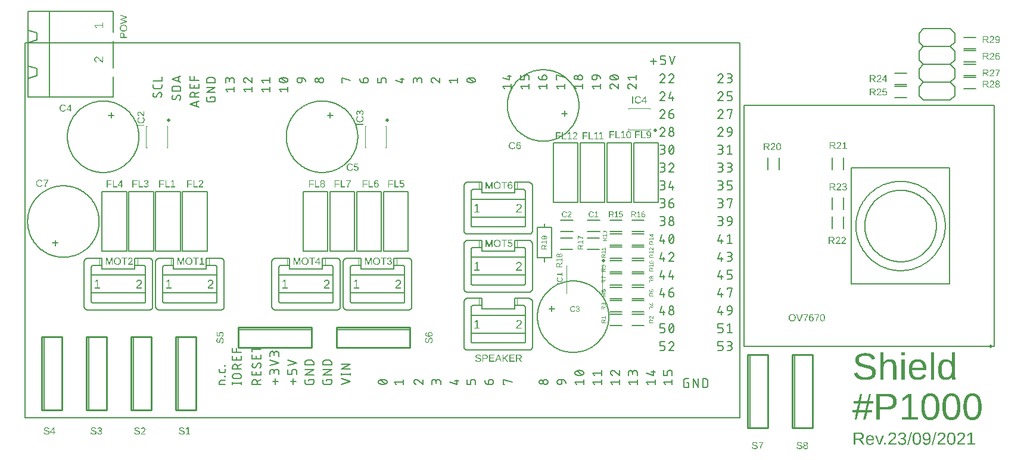
<source format=gbr>
G04 EAGLE Gerber RS-274X export*
G75*
%MOMM*%
%FSLAX34Y34*%
%LPD*%
%INSilkscreen Top*%
%IPPOS*%
%AMOC8*
5,1,8,0,0,1.08239X$1,22.5*%
G01*
G04 Define Apertures*
%ADD10C,0.152400*%
%ADD11C,0.177800*%
%ADD12C,0.127000*%
%ADD13C,0.500000*%
%ADD14C,0.120000*%
%ADD15C,0.050800*%
%ADD16C,0.254000*%
G36*
X1287597Y-3047D02*
X1288360Y-2990D01*
X1289098Y-2894D01*
X1289812Y-2760D01*
X1290501Y-2588D01*
X1291167Y-2378D01*
X1291807Y-2130D01*
X1292424Y-1843D01*
X1293016Y-1518D01*
X1293583Y-1155D01*
X1294127Y-753D01*
X1294646Y-314D01*
X1295140Y164D01*
X1295611Y680D01*
X1296057Y1234D01*
X1296478Y1827D01*
X1296875Y2456D01*
X1297246Y3119D01*
X1297591Y3816D01*
X1297911Y4548D01*
X1298205Y5314D01*
X1298474Y6114D01*
X1298717Y6949D01*
X1298934Y7818D01*
X1299126Y8721D01*
X1299293Y9659D01*
X1299433Y10631D01*
X1299549Y11637D01*
X1299638Y12678D01*
X1299702Y13753D01*
X1299740Y14862D01*
X1299753Y16006D01*
X1299741Y17168D01*
X1299705Y18294D01*
X1299644Y19385D01*
X1299558Y20438D01*
X1299449Y21456D01*
X1299315Y22438D01*
X1299157Y23383D01*
X1298974Y24292D01*
X1298767Y25165D01*
X1298536Y26002D01*
X1298280Y26803D01*
X1298000Y27567D01*
X1297695Y28296D01*
X1297367Y28988D01*
X1297013Y29644D01*
X1296636Y30264D01*
X1296233Y30847D01*
X1295803Y31392D01*
X1295346Y31900D01*
X1294863Y32370D01*
X1294352Y32802D01*
X1293815Y33197D01*
X1293251Y33555D01*
X1292660Y33874D01*
X1292043Y34156D01*
X1291398Y34401D01*
X1290727Y34608D01*
X1290029Y34777D01*
X1289304Y34909D01*
X1288552Y35003D01*
X1287774Y35059D01*
X1286968Y35078D01*
X1286141Y35059D01*
X1285341Y35003D01*
X1284570Y34910D01*
X1283827Y34780D01*
X1283113Y34613D01*
X1282426Y34408D01*
X1281768Y34166D01*
X1281138Y33887D01*
X1280537Y33571D01*
X1279963Y33218D01*
X1279418Y32827D01*
X1278901Y32400D01*
X1278413Y31935D01*
X1277953Y31432D01*
X1277521Y30893D01*
X1277117Y30316D01*
X1276739Y29703D01*
X1276386Y29051D01*
X1276057Y28363D01*
X1275753Y27636D01*
X1275473Y26873D01*
X1275217Y26072D01*
X1274986Y25234D01*
X1274779Y24358D01*
X1274596Y23445D01*
X1274438Y22494D01*
X1274304Y21506D01*
X1274194Y20481D01*
X1274109Y19418D01*
X1274048Y18318D01*
X1274012Y17181D01*
X1273999Y16006D01*
X1274012Y14856D01*
X1274050Y13741D01*
X1274112Y12661D01*
X1274200Y11616D01*
X1274313Y10606D01*
X1274451Y9631D01*
X1274614Y8690D01*
X1274802Y7785D01*
X1275015Y6915D01*
X1275253Y6079D01*
X1275516Y5279D01*
X1275805Y4513D01*
X1276118Y3783D01*
X1276457Y3087D01*
X1276820Y2426D01*
X1277209Y1801D01*
X1277622Y1211D01*
X1278061Y660D01*
X1278524Y147D01*
X1279012Y-329D01*
X1279526Y-766D01*
X1280063Y-1165D01*
X1280626Y-1526D01*
X1281214Y-1849D01*
X1281826Y-2135D01*
X1282464Y-2382D01*
X1283126Y-2591D01*
X1283813Y-2762D01*
X1284525Y-2895D01*
X1285262Y-2990D01*
X1286024Y-3047D01*
X1286811Y-3066D01*
X1287597Y-3047D01*
G37*
G36*
X1317566Y-3047D02*
X1318329Y-2990D01*
X1319067Y-2894D01*
X1319781Y-2760D01*
X1320470Y-2588D01*
X1321135Y-2378D01*
X1321776Y-2130D01*
X1322392Y-1843D01*
X1322984Y-1518D01*
X1323552Y-1155D01*
X1324095Y-753D01*
X1324614Y-314D01*
X1325109Y164D01*
X1325579Y680D01*
X1326025Y1234D01*
X1326447Y1827D01*
X1326843Y2456D01*
X1327214Y3119D01*
X1327560Y3816D01*
X1327880Y4548D01*
X1328174Y5314D01*
X1328443Y6114D01*
X1328686Y6949D01*
X1328903Y7818D01*
X1329095Y8721D01*
X1329261Y9659D01*
X1329402Y10631D01*
X1329517Y11637D01*
X1329607Y12678D01*
X1329671Y13753D01*
X1329709Y14862D01*
X1329722Y16006D01*
X1329710Y17168D01*
X1329673Y18294D01*
X1329612Y19385D01*
X1329527Y20438D01*
X1329418Y21456D01*
X1329284Y22438D01*
X1329125Y23383D01*
X1328943Y24292D01*
X1328736Y25165D01*
X1328504Y26002D01*
X1328249Y26803D01*
X1327968Y27567D01*
X1327664Y28296D01*
X1327335Y28988D01*
X1326982Y29644D01*
X1326605Y30264D01*
X1326202Y30847D01*
X1325772Y31392D01*
X1325315Y31900D01*
X1324831Y32370D01*
X1324321Y32802D01*
X1323784Y33197D01*
X1323220Y33555D01*
X1322629Y33874D01*
X1322012Y34156D01*
X1321367Y34401D01*
X1320696Y34608D01*
X1319998Y34777D01*
X1319273Y34909D01*
X1318521Y35003D01*
X1317743Y35059D01*
X1316937Y35078D01*
X1316110Y35059D01*
X1315310Y35003D01*
X1314539Y34910D01*
X1313796Y34780D01*
X1313081Y34613D01*
X1312395Y34408D01*
X1311737Y34166D01*
X1311107Y33887D01*
X1310505Y33571D01*
X1309932Y33218D01*
X1309387Y32827D01*
X1308870Y32400D01*
X1308382Y31935D01*
X1307921Y31432D01*
X1307489Y30893D01*
X1307086Y30316D01*
X1306708Y29703D01*
X1306355Y29051D01*
X1306026Y28363D01*
X1305722Y27636D01*
X1305442Y26873D01*
X1305186Y26072D01*
X1304955Y25234D01*
X1304748Y24358D01*
X1304565Y23445D01*
X1304407Y22494D01*
X1304273Y21506D01*
X1304163Y20481D01*
X1304078Y19418D01*
X1304017Y18318D01*
X1303980Y17181D01*
X1303968Y16006D01*
X1303981Y14856D01*
X1304018Y13741D01*
X1304081Y12661D01*
X1304169Y11616D01*
X1304282Y10606D01*
X1304420Y9631D01*
X1304583Y8690D01*
X1304771Y7785D01*
X1304984Y6915D01*
X1305222Y6079D01*
X1305485Y5279D01*
X1305774Y4513D01*
X1306087Y3783D01*
X1306425Y3087D01*
X1306789Y2426D01*
X1307178Y1801D01*
X1307591Y1211D01*
X1308030Y660D01*
X1308493Y147D01*
X1308981Y-329D01*
X1309494Y-766D01*
X1310032Y-1165D01*
X1310595Y-1526D01*
X1311183Y-1849D01*
X1311795Y-2135D01*
X1312433Y-2382D01*
X1313095Y-2591D01*
X1313782Y-2762D01*
X1314494Y-2895D01*
X1315231Y-2990D01*
X1315993Y-3047D01*
X1316779Y-3066D01*
X1317566Y-3047D01*
G37*
G36*
X1347535Y-3047D02*
X1348297Y-2990D01*
X1349036Y-2894D01*
X1349749Y-2760D01*
X1350439Y-2588D01*
X1351104Y-2378D01*
X1351745Y-2130D01*
X1352361Y-1843D01*
X1352953Y-1518D01*
X1353521Y-1155D01*
X1354064Y-753D01*
X1354583Y-314D01*
X1355078Y164D01*
X1355548Y680D01*
X1355994Y1234D01*
X1356416Y1827D01*
X1356812Y2456D01*
X1357183Y3119D01*
X1357529Y3816D01*
X1357848Y4548D01*
X1358143Y5314D01*
X1358411Y6114D01*
X1358654Y6949D01*
X1358872Y7818D01*
X1359064Y8721D01*
X1359230Y9659D01*
X1359371Y10631D01*
X1359486Y11637D01*
X1359576Y12678D01*
X1359640Y13753D01*
X1359678Y14862D01*
X1359691Y16006D01*
X1359679Y17168D01*
X1359642Y18294D01*
X1359581Y19385D01*
X1359496Y20438D01*
X1359386Y21456D01*
X1359252Y22438D01*
X1359094Y23383D01*
X1358911Y24292D01*
X1358704Y25165D01*
X1358473Y26002D01*
X1358217Y26803D01*
X1357937Y27567D01*
X1357633Y28296D01*
X1357304Y28988D01*
X1356951Y29644D01*
X1356573Y30264D01*
X1356170Y30847D01*
X1355740Y31392D01*
X1355284Y31900D01*
X1354800Y32370D01*
X1354290Y32802D01*
X1353753Y33197D01*
X1353189Y33555D01*
X1352598Y33874D01*
X1351980Y34156D01*
X1351336Y34401D01*
X1350665Y34608D01*
X1349966Y34777D01*
X1349242Y34909D01*
X1348490Y35003D01*
X1347711Y35059D01*
X1346906Y35078D01*
X1346078Y35059D01*
X1345279Y35003D01*
X1344508Y34910D01*
X1343765Y34780D01*
X1343050Y34613D01*
X1342364Y34408D01*
X1341706Y34166D01*
X1341076Y33887D01*
X1340474Y33571D01*
X1339901Y33218D01*
X1339356Y32827D01*
X1338839Y32400D01*
X1338350Y31935D01*
X1337890Y31432D01*
X1337458Y30893D01*
X1337054Y30316D01*
X1336677Y29703D01*
X1336324Y29051D01*
X1335995Y28363D01*
X1335690Y27636D01*
X1335410Y26873D01*
X1335155Y26072D01*
X1334923Y25234D01*
X1334716Y24358D01*
X1334534Y23445D01*
X1334375Y22494D01*
X1334241Y21506D01*
X1334132Y20481D01*
X1334047Y19418D01*
X1333986Y18318D01*
X1333949Y17181D01*
X1333937Y16006D01*
X1333950Y14856D01*
X1333987Y13741D01*
X1334050Y12661D01*
X1334138Y11616D01*
X1334250Y10606D01*
X1334388Y9631D01*
X1334551Y8690D01*
X1334739Y7785D01*
X1334952Y6915D01*
X1335191Y6079D01*
X1335454Y5279D01*
X1335742Y4513D01*
X1336056Y3783D01*
X1336394Y3087D01*
X1336758Y2426D01*
X1337146Y1801D01*
X1337560Y1211D01*
X1337998Y660D01*
X1338462Y147D01*
X1338950Y-329D01*
X1339463Y-766D01*
X1340001Y-1165D01*
X1340564Y-1526D01*
X1341151Y-1849D01*
X1341764Y-2135D01*
X1342401Y-2382D01*
X1343064Y-2591D01*
X1343751Y-2762D01*
X1344463Y-2895D01*
X1345200Y-2990D01*
X1345961Y-3047D01*
X1346748Y-3066D01*
X1347535Y-3047D01*
G37*
G36*
X1309351Y54102D02*
X1310104Y54158D01*
X1310826Y54250D01*
X1311514Y54380D01*
X1312170Y54546D01*
X1312794Y54750D01*
X1313385Y54990D01*
X1313944Y55268D01*
X1314473Y55588D01*
X1314976Y55957D01*
X1315452Y56374D01*
X1315901Y56839D01*
X1316323Y57354D01*
X1316719Y57916D01*
X1317088Y58528D01*
X1317430Y59187D01*
X1317535Y59187D01*
X1317558Y57977D01*
X1317627Y56557D01*
X1317716Y55307D01*
X1317758Y54890D01*
X1317798Y54610D01*
X1322323Y54610D01*
X1322254Y55509D01*
X1322204Y56787D01*
X1322175Y58442D01*
X1322165Y60476D01*
X1322165Y93648D01*
X1317430Y93648D01*
X1317430Y81837D01*
X1317482Y78654D01*
X1317430Y78654D01*
X1317088Y79277D01*
X1316720Y79856D01*
X1316325Y80391D01*
X1315904Y80883D01*
X1315457Y81332D01*
X1314983Y81737D01*
X1314484Y82098D01*
X1313957Y82416D01*
X1313401Y82693D01*
X1312811Y82934D01*
X1312188Y83137D01*
X1311531Y83303D01*
X1310840Y83433D01*
X1310115Y83525D01*
X1309357Y83581D01*
X1308565Y83599D01*
X1307921Y83585D01*
X1307297Y83541D01*
X1306694Y83469D01*
X1306111Y83367D01*
X1305548Y83236D01*
X1305007Y83076D01*
X1304485Y82887D01*
X1303984Y82669D01*
X1303504Y82422D01*
X1303043Y82145D01*
X1302604Y81840D01*
X1302185Y81506D01*
X1301786Y81142D01*
X1301408Y80749D01*
X1301050Y80328D01*
X1300712Y79877D01*
X1300395Y79397D01*
X1300099Y78888D01*
X1299823Y78350D01*
X1299567Y77783D01*
X1299332Y77187D01*
X1299117Y76562D01*
X1298923Y75908D01*
X1298749Y75224D01*
X1298596Y74512D01*
X1298463Y73770D01*
X1298350Y72999D01*
X1298258Y72200D01*
X1298187Y71371D01*
X1298136Y70513D01*
X1298105Y69626D01*
X1298095Y68710D01*
X1298105Y67804D01*
X1298134Y66927D01*
X1298184Y66079D01*
X1298253Y65261D01*
X1298343Y64471D01*
X1298452Y63711D01*
X1298581Y62980D01*
X1298729Y62278D01*
X1298898Y61606D01*
X1299086Y60962D01*
X1299295Y60348D01*
X1299523Y59763D01*
X1299771Y59207D01*
X1300038Y58680D01*
X1300326Y58182D01*
X1300633Y57714D01*
X1300962Y57275D01*
X1301313Y56863D01*
X1301686Y56480D01*
X1302081Y56126D01*
X1302499Y55800D01*
X1302939Y55502D01*
X1303401Y55233D01*
X1303885Y54991D01*
X1304392Y54779D01*
X1304921Y54594D01*
X1305473Y54438D01*
X1306047Y54311D01*
X1306643Y54212D01*
X1307261Y54141D01*
X1307902Y54098D01*
X1308565Y54084D01*
X1309351Y54102D01*
G37*
G36*
X1215433Y11902D02*
X1226323Y11902D01*
X1227050Y11914D01*
X1227758Y11951D01*
X1228447Y12011D01*
X1229116Y12096D01*
X1229766Y12205D01*
X1230397Y12339D01*
X1231009Y12496D01*
X1231601Y12678D01*
X1232174Y12884D01*
X1232728Y13115D01*
X1233263Y13369D01*
X1233779Y13648D01*
X1234275Y13951D01*
X1234752Y14279D01*
X1235210Y14630D01*
X1235649Y15006D01*
X1236065Y15403D01*
X1236454Y15816D01*
X1236816Y16246D01*
X1237151Y16693D01*
X1237459Y17157D01*
X1237741Y17638D01*
X1237996Y18135D01*
X1238224Y18650D01*
X1238425Y19181D01*
X1238599Y19729D01*
X1238747Y20294D01*
X1238867Y20876D01*
X1238961Y21474D01*
X1239028Y22090D01*
X1239068Y22722D01*
X1239082Y23372D01*
X1239069Y24026D01*
X1239028Y24663D01*
X1238962Y25280D01*
X1238868Y25879D01*
X1238748Y26459D01*
X1238601Y27020D01*
X1238427Y27563D01*
X1238227Y28087D01*
X1238000Y28592D01*
X1237746Y29079D01*
X1237465Y29547D01*
X1237158Y29996D01*
X1236824Y30426D01*
X1236464Y30838D01*
X1236076Y31231D01*
X1235662Y31605D01*
X1235224Y31959D01*
X1234763Y32290D01*
X1234281Y32598D01*
X1233776Y32883D01*
X1233250Y33145D01*
X1232701Y33385D01*
X1232131Y33601D01*
X1231539Y33795D01*
X1230924Y33966D01*
X1230288Y34115D01*
X1229629Y34240D01*
X1228949Y34343D01*
X1228247Y34423D01*
X1227522Y34480D01*
X1226776Y34514D01*
X1226008Y34525D01*
X1210408Y34525D01*
X1210408Y-2540D01*
X1215433Y-2540D01*
X1215433Y11902D01*
G37*
G36*
X1269659Y54090D02*
X1270206Y54110D01*
X1270740Y54143D01*
X1271261Y54189D01*
X1271769Y54248D01*
X1272265Y54321D01*
X1272748Y54406D01*
X1273219Y54505D01*
X1273676Y54617D01*
X1274121Y54742D01*
X1274554Y54880D01*
X1274973Y55031D01*
X1275380Y55195D01*
X1275774Y55373D01*
X1276156Y55564D01*
X1276525Y55767D01*
X1276881Y55984D01*
X1277225Y56215D01*
X1277555Y56458D01*
X1277873Y56714D01*
X1278179Y56984D01*
X1278472Y57267D01*
X1278752Y57563D01*
X1279019Y57872D01*
X1279274Y58194D01*
X1279516Y58530D01*
X1279745Y58878D01*
X1279962Y59240D01*
X1280165Y59615D01*
X1280357Y60003D01*
X1280535Y60404D01*
X1280701Y60818D01*
X1276545Y62002D01*
X1276361Y61539D01*
X1276141Y61096D01*
X1275883Y60674D01*
X1275588Y60272D01*
X1275255Y59891D01*
X1274885Y59531D01*
X1274477Y59191D01*
X1274032Y58872D01*
X1273550Y58582D01*
X1273029Y58331D01*
X1272469Y58118D01*
X1271872Y57944D01*
X1271236Y57809D01*
X1270562Y57712D01*
X1269850Y57655D01*
X1269100Y57635D01*
X1268621Y57646D01*
X1268156Y57677D01*
X1267706Y57729D01*
X1267270Y57801D01*
X1266849Y57895D01*
X1266443Y58009D01*
X1266051Y58144D01*
X1265674Y58299D01*
X1265311Y58476D01*
X1264963Y58673D01*
X1264629Y58891D01*
X1264311Y59130D01*
X1264006Y59389D01*
X1263717Y59669D01*
X1263442Y59970D01*
X1263181Y60292D01*
X1262936Y60633D01*
X1262706Y60991D01*
X1262493Y61367D01*
X1262295Y61760D01*
X1262113Y62171D01*
X1261947Y62599D01*
X1261796Y63045D01*
X1261662Y63508D01*
X1261543Y63989D01*
X1261440Y64487D01*
X1261353Y65002D01*
X1261282Y65535D01*
X1261227Y66086D01*
X1261187Y66654D01*
X1261163Y67239D01*
X1261155Y67842D01*
X1281464Y67842D01*
X1281464Y68473D01*
X1281452Y69404D01*
X1281415Y70305D01*
X1281354Y71177D01*
X1281268Y72019D01*
X1281157Y72831D01*
X1281023Y73614D01*
X1280863Y74367D01*
X1280680Y75091D01*
X1280471Y75785D01*
X1280238Y76450D01*
X1279981Y77085D01*
X1279699Y77691D01*
X1279393Y78267D01*
X1279062Y78813D01*
X1278707Y79330D01*
X1278327Y79818D01*
X1277922Y80276D01*
X1277494Y80704D01*
X1277040Y81103D01*
X1276562Y81472D01*
X1276060Y81812D01*
X1275533Y82122D01*
X1274982Y82403D01*
X1274406Y82654D01*
X1273805Y82876D01*
X1273180Y83068D01*
X1272531Y83230D01*
X1271857Y83363D01*
X1271158Y83466D01*
X1270435Y83540D01*
X1269688Y83585D01*
X1268916Y83599D01*
X1268161Y83585D01*
X1267428Y83541D01*
X1266717Y83467D01*
X1266028Y83364D01*
X1265361Y83232D01*
X1264716Y83070D01*
X1264094Y82879D01*
X1263493Y82659D01*
X1262915Y82409D01*
X1262359Y82130D01*
X1261825Y81821D01*
X1261313Y81483D01*
X1260823Y81116D01*
X1260355Y80719D01*
X1259909Y80293D01*
X1259485Y79838D01*
X1259085Y79355D01*
X1258711Y78846D01*
X1258363Y78311D01*
X1258041Y77751D01*
X1257744Y77165D01*
X1257473Y76554D01*
X1257228Y75917D01*
X1257009Y75254D01*
X1256816Y74565D01*
X1256648Y73851D01*
X1256506Y73111D01*
X1256390Y72345D01*
X1256300Y71554D01*
X1256235Y70737D01*
X1256197Y69894D01*
X1256184Y69026D01*
X1256197Y68113D01*
X1256235Y67228D01*
X1256300Y66372D01*
X1256390Y65545D01*
X1256506Y64746D01*
X1256648Y63976D01*
X1256816Y63235D01*
X1257009Y62522D01*
X1257228Y61837D01*
X1257473Y61181D01*
X1257744Y60554D01*
X1258041Y59955D01*
X1258363Y59385D01*
X1258711Y58843D01*
X1259085Y58330D01*
X1259485Y57846D01*
X1259910Y57390D01*
X1260357Y56964D01*
X1260829Y56567D01*
X1261324Y56200D01*
X1261843Y55862D01*
X1262385Y55553D01*
X1262950Y55274D01*
X1263539Y55024D01*
X1264152Y54804D01*
X1264788Y54613D01*
X1265448Y54451D01*
X1266131Y54319D01*
X1266838Y54216D01*
X1267569Y54143D01*
X1268323Y54099D01*
X1269100Y54084D01*
X1269659Y54090D01*
G37*
G36*
X1195069Y54095D02*
X1195942Y54128D01*
X1196789Y54183D01*
X1197610Y54260D01*
X1198406Y54359D01*
X1199176Y54480D01*
X1199920Y54623D01*
X1200639Y54788D01*
X1201333Y54974D01*
X1202000Y55183D01*
X1202643Y55414D01*
X1203259Y55667D01*
X1203850Y55942D01*
X1204416Y56239D01*
X1204955Y56558D01*
X1205470Y56899D01*
X1205956Y57260D01*
X1206410Y57638D01*
X1206833Y58036D01*
X1207225Y58451D01*
X1207585Y58884D01*
X1207914Y59335D01*
X1208212Y59805D01*
X1208479Y60292D01*
X1208714Y60798D01*
X1208917Y61321D01*
X1209090Y61863D01*
X1209231Y62423D01*
X1209340Y63001D01*
X1209419Y63597D01*
X1209466Y64211D01*
X1209481Y64843D01*
X1209473Y65341D01*
X1209446Y65823D01*
X1209402Y66288D01*
X1209340Y66737D01*
X1209260Y67170D01*
X1209163Y67586D01*
X1209048Y67985D01*
X1208916Y68368D01*
X1208768Y68737D01*
X1208606Y69093D01*
X1208431Y69437D01*
X1208242Y69769D01*
X1208039Y70088D01*
X1207823Y70395D01*
X1207594Y70690D01*
X1207351Y70972D01*
X1206829Y71503D01*
X1206262Y71992D01*
X1205651Y72437D01*
X1204996Y72840D01*
X1204307Y73209D01*
X1203592Y73554D01*
X1202853Y73874D01*
X1202089Y74169D01*
X1201304Y74442D01*
X1200501Y74695D01*
X1199680Y74928D01*
X1198841Y75142D01*
X1195434Y75944D01*
X1193094Y76488D01*
X1192084Y76743D01*
X1191179Y76987D01*
X1190380Y77220D01*
X1189688Y77441D01*
X1189101Y77652D01*
X1188621Y77851D01*
X1188206Y78051D01*
X1187816Y78261D01*
X1187451Y78482D01*
X1187111Y78713D01*
X1186797Y78955D01*
X1186507Y79208D01*
X1186243Y79471D01*
X1186003Y79746D01*
X1185790Y80034D01*
X1185606Y80342D01*
X1185450Y80667D01*
X1185323Y81012D01*
X1185223Y81374D01*
X1185152Y81755D01*
X1185110Y82155D01*
X1185096Y82573D01*
X1185105Y82933D01*
X1185132Y83281D01*
X1185178Y83618D01*
X1185242Y83943D01*
X1185324Y84257D01*
X1185425Y84560D01*
X1185544Y84851D01*
X1185681Y85132D01*
X1185836Y85401D01*
X1186010Y85658D01*
X1186202Y85905D01*
X1186413Y86140D01*
X1186641Y86363D01*
X1186888Y86576D01*
X1187153Y86777D01*
X1187437Y86967D01*
X1187738Y87145D01*
X1188055Y87312D01*
X1188389Y87467D01*
X1188739Y87611D01*
X1189106Y87743D01*
X1189489Y87864D01*
X1189888Y87974D01*
X1190304Y88071D01*
X1190737Y88158D01*
X1191185Y88233D01*
X1191651Y88296D01*
X1192133Y88348D01*
X1192631Y88388D01*
X1193145Y88417D01*
X1194224Y88440D01*
X1195209Y88419D01*
X1196139Y88357D01*
X1197014Y88253D01*
X1197834Y88108D01*
X1198599Y87921D01*
X1199309Y87692D01*
X1199964Y87423D01*
X1200564Y87111D01*
X1200844Y86939D01*
X1201113Y86754D01*
X1201370Y86556D01*
X1201616Y86346D01*
X1201850Y86123D01*
X1202073Y85887D01*
X1202284Y85639D01*
X1202484Y85378D01*
X1202672Y85105D01*
X1202849Y84819D01*
X1203014Y84520D01*
X1203168Y84209D01*
X1203310Y83884D01*
X1203441Y83548D01*
X1203560Y83198D01*
X1203668Y82837D01*
X1208613Y83705D01*
X1208438Y84276D01*
X1208247Y84826D01*
X1208040Y85355D01*
X1207818Y85863D01*
X1207580Y86349D01*
X1207326Y86814D01*
X1207057Y87258D01*
X1206772Y87680D01*
X1206471Y88081D01*
X1206155Y88461D01*
X1205824Y88820D01*
X1205476Y89157D01*
X1205113Y89474D01*
X1204735Y89768D01*
X1204341Y90042D01*
X1203931Y90294D01*
X1203502Y90528D01*
X1203049Y90747D01*
X1202573Y90951D01*
X1202075Y91140D01*
X1201552Y91314D01*
X1201007Y91473D01*
X1200439Y91616D01*
X1199847Y91744D01*
X1199232Y91858D01*
X1198594Y91956D01*
X1197932Y92039D01*
X1197247Y92107D01*
X1196540Y92160D01*
X1195808Y92198D01*
X1195054Y92220D01*
X1194276Y92228D01*
X1193440Y92218D01*
X1192629Y92188D01*
X1191842Y92137D01*
X1191079Y92067D01*
X1190342Y91976D01*
X1189628Y91865D01*
X1188940Y91734D01*
X1188275Y91583D01*
X1187636Y91412D01*
X1187021Y91221D01*
X1186430Y91009D01*
X1185864Y90778D01*
X1185323Y90526D01*
X1184806Y90254D01*
X1184314Y89962D01*
X1183846Y89650D01*
X1183405Y89319D01*
X1182992Y88971D01*
X1182608Y88606D01*
X1182252Y88224D01*
X1181925Y87825D01*
X1181626Y87409D01*
X1181355Y86976D01*
X1181114Y86526D01*
X1180900Y86059D01*
X1180715Y85574D01*
X1180558Y85073D01*
X1180430Y84555D01*
X1180331Y84019D01*
X1180260Y83467D01*
X1180217Y82897D01*
X1180203Y82310D01*
X1180214Y81798D01*
X1180246Y81301D01*
X1180301Y80818D01*
X1180377Y80351D01*
X1180475Y79898D01*
X1180595Y79459D01*
X1180736Y79036D01*
X1180900Y78628D01*
X1181084Y78233D01*
X1181287Y77851D01*
X1181510Y77481D01*
X1181751Y77125D01*
X1182013Y76781D01*
X1182293Y76450D01*
X1182593Y76132D01*
X1182912Y75826D01*
X1183256Y75530D01*
X1183630Y75241D01*
X1184034Y74960D01*
X1184468Y74685D01*
X1184931Y74417D01*
X1185425Y74156D01*
X1185949Y73902D01*
X1186503Y73656D01*
X1187105Y73412D01*
X1187773Y73169D01*
X1188507Y72926D01*
X1189308Y72682D01*
X1190175Y72439D01*
X1191107Y72196D01*
X1192106Y71952D01*
X1193172Y71709D01*
X1197775Y70630D01*
X1198778Y70366D01*
X1199709Y70071D01*
X1200567Y69748D01*
X1201353Y69394D01*
X1201717Y69204D01*
X1202061Y69001D01*
X1202383Y68786D01*
X1202685Y68559D01*
X1202965Y68319D01*
X1203225Y68067D01*
X1203463Y67803D01*
X1203681Y67526D01*
X1203875Y67233D01*
X1204043Y66918D01*
X1204186Y66582D01*
X1204302Y66224D01*
X1204393Y65845D01*
X1204458Y65445D01*
X1204497Y65023D01*
X1204510Y64580D01*
X1204499Y64182D01*
X1204468Y63796D01*
X1204417Y63422D01*
X1204344Y63060D01*
X1204251Y62711D01*
X1204138Y62373D01*
X1204004Y62048D01*
X1203849Y61736D01*
X1203673Y61435D01*
X1203477Y61147D01*
X1203260Y60871D01*
X1203022Y60607D01*
X1202764Y60355D01*
X1202485Y60116D01*
X1202186Y59889D01*
X1201866Y59674D01*
X1201527Y59472D01*
X1201170Y59282D01*
X1200796Y59106D01*
X1200405Y58943D01*
X1199996Y58793D01*
X1199570Y58656D01*
X1199127Y58532D01*
X1198666Y58421D01*
X1198188Y58323D01*
X1197693Y58238D01*
X1197180Y58167D01*
X1196650Y58108D01*
X1196102Y58062D01*
X1195537Y58030D01*
X1194955Y58010D01*
X1194355Y58003D01*
X1193774Y58010D01*
X1193209Y58028D01*
X1192659Y58059D01*
X1192124Y58101D01*
X1191605Y58156D01*
X1191101Y58224D01*
X1190613Y58303D01*
X1190140Y58395D01*
X1189682Y58499D01*
X1189240Y58615D01*
X1188813Y58743D01*
X1188402Y58884D01*
X1188006Y59037D01*
X1187626Y59202D01*
X1187260Y59379D01*
X1186911Y59569D01*
X1186576Y59771D01*
X1186256Y59988D01*
X1185951Y60218D01*
X1185661Y60462D01*
X1185386Y60720D01*
X1185125Y60992D01*
X1184879Y61278D01*
X1184648Y61578D01*
X1184432Y61891D01*
X1184231Y62219D01*
X1184044Y62560D01*
X1183872Y62915D01*
X1183715Y63284D01*
X1183573Y63667D01*
X1183446Y64064D01*
X1183333Y64475D01*
X1178466Y63501D01*
X1178612Y62922D01*
X1178781Y62361D01*
X1178971Y61818D01*
X1179184Y61294D01*
X1179419Y60788D01*
X1179676Y60301D01*
X1179955Y59832D01*
X1180257Y59381D01*
X1180581Y58949D01*
X1180927Y58535D01*
X1181295Y58140D01*
X1181686Y57763D01*
X1182099Y57404D01*
X1182534Y57064D01*
X1182992Y56742D01*
X1183471Y56438D01*
X1183973Y56153D01*
X1184497Y55886D01*
X1185044Y55638D01*
X1185612Y55408D01*
X1186203Y55197D01*
X1186816Y55004D01*
X1187452Y54829D01*
X1188109Y54672D01*
X1188789Y54535D01*
X1189491Y54415D01*
X1190216Y54314D01*
X1190962Y54231D01*
X1191731Y54167D01*
X1192522Y54121D01*
X1193336Y54093D01*
X1194171Y54084D01*
X1195069Y54095D01*
G37*
G36*
X1184438Y8193D02*
X1193987Y8193D01*
X1191725Y-2540D01*
X1194618Y-2540D01*
X1196933Y8193D01*
X1204378Y8193D01*
X1204378Y11034D01*
X1197538Y11034D01*
X1199590Y20741D01*
X1205720Y20741D01*
X1205720Y23582D01*
X1200169Y23582D01*
X1202484Y34315D01*
X1199590Y34315D01*
X1197275Y23582D01*
X1187726Y23582D01*
X1190041Y34315D01*
X1187148Y34315D01*
X1184806Y23582D01*
X1177598Y23582D01*
X1177598Y20741D01*
X1184228Y20741D01*
X1182176Y11034D01*
X1176257Y11034D01*
X1176257Y8193D01*
X1181544Y8193D01*
X1179335Y-2540D01*
X1182228Y-2540D01*
X1184438Y8193D01*
G37*
%LPC*%
G36*
X1286346Y815D02*
X1285847Y858D01*
X1285365Y929D01*
X1284901Y1029D01*
X1284455Y1158D01*
X1284026Y1315D01*
X1283616Y1501D01*
X1283223Y1715D01*
X1282848Y1958D01*
X1282491Y2229D01*
X1282151Y2529D01*
X1281830Y2858D01*
X1281526Y3215D01*
X1281240Y3600D01*
X1280971Y4015D01*
X1280721Y4457D01*
X1280487Y4931D01*
X1280268Y5438D01*
X1280064Y5978D01*
X1279875Y6550D01*
X1279701Y7156D01*
X1279542Y7795D01*
X1279399Y8468D01*
X1279271Y9173D01*
X1279157Y9911D01*
X1279059Y10683D01*
X1278976Y11487D01*
X1278908Y12325D01*
X1278855Y13195D01*
X1278817Y14099D01*
X1278795Y15036D01*
X1278787Y16006D01*
X1278795Y17004D01*
X1278817Y17966D01*
X1278854Y18893D01*
X1278906Y19784D01*
X1278973Y20639D01*
X1279055Y21459D01*
X1279152Y22242D01*
X1279264Y22990D01*
X1279391Y23702D01*
X1279532Y24379D01*
X1279689Y25019D01*
X1279860Y25624D01*
X1280046Y26193D01*
X1280247Y26726D01*
X1280463Y27224D01*
X1280694Y27686D01*
X1280942Y28116D01*
X1281210Y28518D01*
X1281496Y28893D01*
X1281802Y29239D01*
X1282127Y29559D01*
X1282471Y29850D01*
X1282834Y30113D01*
X1283217Y30349D01*
X1283618Y30557D01*
X1284039Y30738D01*
X1284479Y30890D01*
X1284939Y31015D01*
X1285417Y31112D01*
X1285915Y31182D01*
X1286432Y31223D01*
X1286968Y31237D01*
X1287492Y31223D01*
X1287996Y31181D01*
X1288482Y31110D01*
X1288949Y31012D01*
X1289397Y30885D01*
X1289826Y30730D01*
X1290237Y30547D01*
X1290628Y30336D01*
X1291001Y30097D01*
X1291355Y29829D01*
X1291690Y29534D01*
X1292007Y29210D01*
X1292305Y28858D01*
X1292583Y28478D01*
X1292843Y28070D01*
X1293085Y27633D01*
X1293309Y27165D01*
X1293519Y26663D01*
X1293715Y26126D01*
X1293896Y25555D01*
X1294063Y24949D01*
X1294215Y24309D01*
X1294352Y23634D01*
X1294476Y22924D01*
X1294584Y22180D01*
X1294678Y21402D01*
X1294758Y20589D01*
X1294823Y19741D01*
X1294874Y18859D01*
X1294910Y17943D01*
X1294932Y16991D01*
X1294939Y16006D01*
X1294932Y15055D01*
X1294909Y14135D01*
X1294871Y13246D01*
X1294818Y12389D01*
X1294749Y11563D01*
X1294665Y10768D01*
X1294567Y10004D01*
X1294453Y9271D01*
X1294323Y8570D01*
X1294179Y7900D01*
X1294019Y7262D01*
X1293844Y6654D01*
X1293654Y6078D01*
X1293449Y5533D01*
X1293228Y5019D01*
X1292993Y4536D01*
X1292740Y4084D01*
X1292471Y3661D01*
X1292184Y3267D01*
X1291879Y2902D01*
X1291558Y2566D01*
X1291218Y2260D01*
X1290861Y1983D01*
X1290487Y1735D01*
X1290095Y1516D01*
X1289686Y1326D01*
X1289259Y1166D01*
X1288815Y1034D01*
X1288353Y932D01*
X1287874Y859D01*
X1287377Y815D01*
X1286863Y801D01*
X1286346Y815D01*
G37*
G36*
X1316315Y815D02*
X1315815Y858D01*
X1315334Y929D01*
X1314870Y1029D01*
X1314424Y1158D01*
X1313995Y1315D01*
X1313585Y1501D01*
X1313192Y1715D01*
X1312817Y1958D01*
X1312460Y2229D01*
X1312120Y2529D01*
X1311798Y2858D01*
X1311495Y3215D01*
X1311208Y3600D01*
X1310940Y4015D01*
X1310689Y4457D01*
X1310455Y4931D01*
X1310236Y5438D01*
X1310032Y5978D01*
X1309844Y6550D01*
X1309670Y7156D01*
X1309511Y7795D01*
X1309368Y8468D01*
X1309239Y9173D01*
X1309126Y9911D01*
X1309028Y10683D01*
X1308945Y11487D01*
X1308877Y12325D01*
X1308824Y13195D01*
X1308786Y14099D01*
X1308764Y15036D01*
X1308756Y16006D01*
X1308763Y17004D01*
X1308786Y17966D01*
X1308823Y18893D01*
X1308875Y19784D01*
X1308942Y20639D01*
X1309024Y21459D01*
X1309121Y22242D01*
X1309233Y22990D01*
X1309359Y23702D01*
X1309501Y24379D01*
X1309657Y25019D01*
X1309829Y25624D01*
X1310015Y26193D01*
X1310216Y26726D01*
X1310432Y27224D01*
X1310663Y27686D01*
X1310911Y28116D01*
X1311178Y28518D01*
X1311465Y28893D01*
X1311770Y29239D01*
X1312095Y29559D01*
X1312439Y29850D01*
X1312803Y30113D01*
X1313185Y30349D01*
X1313587Y30557D01*
X1314008Y30738D01*
X1314448Y30890D01*
X1314907Y31015D01*
X1315386Y31112D01*
X1315884Y31182D01*
X1316401Y31223D01*
X1316937Y31237D01*
X1317460Y31223D01*
X1317965Y31181D01*
X1318451Y31110D01*
X1318918Y31012D01*
X1319366Y30885D01*
X1319795Y30730D01*
X1320205Y30547D01*
X1320597Y30336D01*
X1320970Y30097D01*
X1321324Y29829D01*
X1321659Y29534D01*
X1321976Y29210D01*
X1322273Y28858D01*
X1322552Y28478D01*
X1322812Y28070D01*
X1323053Y27633D01*
X1323278Y27165D01*
X1323488Y26663D01*
X1323684Y26126D01*
X1323865Y25555D01*
X1324031Y24949D01*
X1324183Y24309D01*
X1324321Y23634D01*
X1324444Y22924D01*
X1324553Y22180D01*
X1324647Y21402D01*
X1324727Y20589D01*
X1324792Y19741D01*
X1324843Y18859D01*
X1324879Y17943D01*
X1324901Y16991D01*
X1324908Y16006D01*
X1324900Y15055D01*
X1324878Y14135D01*
X1324840Y13246D01*
X1324786Y12389D01*
X1324718Y11563D01*
X1324634Y10768D01*
X1324535Y10004D01*
X1324421Y9271D01*
X1324292Y8570D01*
X1324148Y7900D01*
X1323988Y7262D01*
X1323813Y6654D01*
X1323623Y6078D01*
X1323418Y5533D01*
X1323197Y5019D01*
X1322961Y4536D01*
X1322709Y4084D01*
X1322440Y3661D01*
X1322153Y3267D01*
X1321848Y2902D01*
X1321526Y2566D01*
X1321187Y2260D01*
X1320830Y1983D01*
X1320456Y1735D01*
X1320064Y1516D01*
X1319655Y1326D01*
X1319228Y1166D01*
X1318784Y1034D01*
X1318322Y932D01*
X1317843Y859D01*
X1317346Y815D01*
X1316832Y801D01*
X1316315Y815D01*
G37*
G36*
X1346283Y815D02*
X1345784Y858D01*
X1345302Y929D01*
X1344838Y1029D01*
X1344392Y1158D01*
X1343964Y1315D01*
X1343553Y1501D01*
X1343161Y1715D01*
X1342786Y1958D01*
X1342428Y2229D01*
X1342089Y2529D01*
X1341767Y2858D01*
X1341463Y3215D01*
X1341177Y3600D01*
X1340909Y4015D01*
X1340658Y4457D01*
X1340424Y4931D01*
X1340205Y5438D01*
X1340001Y5978D01*
X1339812Y6550D01*
X1339639Y7156D01*
X1339480Y7795D01*
X1339336Y8468D01*
X1339208Y9173D01*
X1339095Y9911D01*
X1338997Y10683D01*
X1338914Y11487D01*
X1338846Y12325D01*
X1338793Y13195D01*
X1338755Y14099D01*
X1338732Y15036D01*
X1338725Y16006D01*
X1338732Y17004D01*
X1338755Y17966D01*
X1338792Y18893D01*
X1338844Y19784D01*
X1338911Y20639D01*
X1338993Y21459D01*
X1339090Y22242D01*
X1339202Y22990D01*
X1339328Y23702D01*
X1339470Y24379D01*
X1339626Y25019D01*
X1339798Y25624D01*
X1339984Y26193D01*
X1340185Y26726D01*
X1340401Y27224D01*
X1340632Y27686D01*
X1340880Y28116D01*
X1341147Y28518D01*
X1341434Y28893D01*
X1341739Y29239D01*
X1342064Y29559D01*
X1342408Y29850D01*
X1342771Y30113D01*
X1343154Y30349D01*
X1343556Y30557D01*
X1343977Y30738D01*
X1344417Y30890D01*
X1344876Y31015D01*
X1345355Y31112D01*
X1345853Y31182D01*
X1346370Y31223D01*
X1346906Y31237D01*
X1347429Y31223D01*
X1347934Y31181D01*
X1348419Y31110D01*
X1348886Y31012D01*
X1349334Y30885D01*
X1349764Y30730D01*
X1350174Y30547D01*
X1350566Y30336D01*
X1350939Y30097D01*
X1351293Y29829D01*
X1351628Y29534D01*
X1351944Y29210D01*
X1352242Y28858D01*
X1352521Y28478D01*
X1352781Y28070D01*
X1353022Y27633D01*
X1353247Y27165D01*
X1353457Y26663D01*
X1353652Y26126D01*
X1353833Y25555D01*
X1354000Y24949D01*
X1354152Y24309D01*
X1354290Y23634D01*
X1354413Y22924D01*
X1354522Y22180D01*
X1354616Y21402D01*
X1354696Y20589D01*
X1354761Y19741D01*
X1354811Y18859D01*
X1354848Y17943D01*
X1354869Y16991D01*
X1354877Y16006D01*
X1354869Y15055D01*
X1354846Y14135D01*
X1354808Y13246D01*
X1354755Y12389D01*
X1354687Y11563D01*
X1354603Y10768D01*
X1354504Y10004D01*
X1354390Y9271D01*
X1354261Y8570D01*
X1354116Y7900D01*
X1353957Y7262D01*
X1353782Y6654D01*
X1353592Y6078D01*
X1353386Y5533D01*
X1353166Y5019D01*
X1352930Y4536D01*
X1352678Y4084D01*
X1352408Y3661D01*
X1352121Y3267D01*
X1351817Y2902D01*
X1351495Y2566D01*
X1351156Y2260D01*
X1350799Y1983D01*
X1350424Y1735D01*
X1350033Y1516D01*
X1349623Y1326D01*
X1349197Y1166D01*
X1348752Y1034D01*
X1348291Y932D01*
X1347811Y859D01*
X1347315Y815D01*
X1346801Y801D01*
X1346283Y815D01*
G37*
%LPD*%
G36*
X1220428Y71393D02*
X1220436Y71877D01*
X1220460Y72348D01*
X1220499Y72807D01*
X1220554Y73253D01*
X1220625Y73686D01*
X1220711Y74107D01*
X1220813Y74516D01*
X1220931Y74912D01*
X1221065Y75295D01*
X1221214Y75666D01*
X1221379Y76024D01*
X1221560Y76370D01*
X1221757Y76703D01*
X1221969Y77024D01*
X1222197Y77332D01*
X1222441Y77628D01*
X1222697Y77908D01*
X1222964Y78170D01*
X1223242Y78415D01*
X1223530Y78641D01*
X1223828Y78849D01*
X1224137Y79039D01*
X1224456Y79210D01*
X1224785Y79364D01*
X1225125Y79500D01*
X1225475Y79617D01*
X1225835Y79717D01*
X1226206Y79798D01*
X1226588Y79861D01*
X1226979Y79907D01*
X1227381Y79934D01*
X1227794Y79943D01*
X1228338Y79932D01*
X1228851Y79900D01*
X1229334Y79847D01*
X1229786Y79772D01*
X1230209Y79676D01*
X1230600Y79558D01*
X1230962Y79419D01*
X1231293Y79259D01*
X1231597Y79076D01*
X1231879Y78868D01*
X1232140Y78637D01*
X1232378Y78381D01*
X1232593Y78101D01*
X1232787Y77796D01*
X1232958Y77468D01*
X1233108Y77115D01*
X1233237Y76726D01*
X1233349Y76289D01*
X1233444Y75804D01*
X1233522Y75270D01*
X1233582Y74689D01*
X1233626Y74059D01*
X1233651Y73382D01*
X1233660Y72656D01*
X1233660Y54610D01*
X1238421Y54610D01*
X1238421Y73577D01*
X1238413Y74242D01*
X1238387Y74883D01*
X1238344Y75499D01*
X1238284Y76091D01*
X1238207Y76659D01*
X1238113Y77203D01*
X1238001Y77722D01*
X1237872Y78216D01*
X1237726Y78687D01*
X1237563Y79133D01*
X1237383Y79555D01*
X1237186Y79952D01*
X1236971Y80325D01*
X1236740Y80673D01*
X1236491Y80998D01*
X1236225Y81298D01*
X1235941Y81576D01*
X1235638Y81837D01*
X1235316Y82080D01*
X1234975Y82305D01*
X1234614Y82511D01*
X1234235Y82700D01*
X1233837Y82871D01*
X1233420Y83024D01*
X1232984Y83159D01*
X1232529Y83276D01*
X1232055Y83375D01*
X1231561Y83456D01*
X1231049Y83518D01*
X1230518Y83563D01*
X1229968Y83590D01*
X1229398Y83599D01*
X1228594Y83579D01*
X1227826Y83518D01*
X1227093Y83416D01*
X1226396Y83274D01*
X1225735Y83091D01*
X1225110Y82867D01*
X1224520Y82602D01*
X1223966Y82297D01*
X1223440Y81948D01*
X1222933Y81553D01*
X1222445Y81112D01*
X1221977Y80623D01*
X1221528Y80089D01*
X1221098Y79508D01*
X1220688Y78881D01*
X1220297Y78207D01*
X1220218Y78207D01*
X1220336Y80180D01*
X1220405Y81863D01*
X1220428Y83494D01*
X1220428Y93648D01*
X1215693Y93648D01*
X1215693Y54610D01*
X1220428Y54610D01*
X1220428Y71393D01*
G37*
G36*
X1269258Y1485D02*
X1260235Y1485D01*
X1260235Y34525D01*
X1255869Y34525D01*
X1247109Y28501D01*
X1247109Y24029D01*
X1255474Y30001D01*
X1255474Y1485D01*
X1246030Y1485D01*
X1246030Y-2540D01*
X1269258Y-2540D01*
X1269258Y1485D01*
G37*
%LPC*%
G36*
X1309339Y57751D02*
X1308918Y57781D01*
X1308512Y57831D01*
X1308122Y57902D01*
X1307748Y57992D01*
X1307389Y58103D01*
X1307045Y58234D01*
X1306717Y58385D01*
X1306404Y58556D01*
X1306106Y58747D01*
X1305824Y58959D01*
X1305558Y59191D01*
X1305306Y59442D01*
X1305070Y59714D01*
X1304850Y60006D01*
X1304645Y60318D01*
X1304454Y60654D01*
X1304275Y61016D01*
X1304109Y61404D01*
X1303955Y61820D01*
X1303813Y62261D01*
X1303683Y62729D01*
X1303566Y63224D01*
X1303461Y63745D01*
X1303369Y64292D01*
X1303289Y64867D01*
X1303221Y65467D01*
X1303165Y66094D01*
X1303122Y66748D01*
X1303091Y67428D01*
X1303073Y68135D01*
X1303067Y68868D01*
X1303073Y69598D01*
X1303092Y70303D01*
X1303123Y70981D01*
X1303166Y71634D01*
X1303222Y72261D01*
X1303290Y72863D01*
X1303371Y73438D01*
X1303465Y73988D01*
X1303570Y74512D01*
X1303688Y75010D01*
X1303819Y75482D01*
X1303962Y75929D01*
X1304117Y76349D01*
X1304285Y76744D01*
X1304465Y77114D01*
X1304658Y77457D01*
X1304865Y77777D01*
X1305087Y78077D01*
X1305325Y78355D01*
X1305578Y78614D01*
X1305847Y78851D01*
X1306131Y79068D01*
X1306431Y79264D01*
X1306746Y79440D01*
X1307077Y79595D01*
X1307423Y79729D01*
X1307785Y79842D01*
X1308163Y79935D01*
X1308556Y80008D01*
X1308964Y80059D01*
X1309388Y80090D01*
X1309827Y80101D01*
X1310315Y80090D01*
X1310787Y80060D01*
X1311241Y80008D01*
X1311679Y79936D01*
X1312099Y79844D01*
X1312503Y79731D01*
X1312890Y79597D01*
X1313260Y79443D01*
X1313614Y79268D01*
X1313950Y79073D01*
X1314270Y78857D01*
X1314572Y78621D01*
X1314858Y78364D01*
X1315127Y78087D01*
X1315379Y77789D01*
X1315615Y77470D01*
X1315835Y77129D01*
X1316040Y76765D01*
X1316232Y76377D01*
X1316409Y75966D01*
X1316572Y75530D01*
X1316721Y75072D01*
X1316856Y74589D01*
X1316976Y74083D01*
X1317082Y73553D01*
X1317175Y73000D01*
X1317253Y72423D01*
X1317316Y71822D01*
X1317366Y71198D01*
X1317401Y70550D01*
X1317423Y69879D01*
X1317430Y69184D01*
X1317423Y68462D01*
X1317401Y67765D01*
X1317366Y67092D01*
X1317316Y66443D01*
X1317253Y65818D01*
X1317175Y65217D01*
X1317082Y64640D01*
X1316976Y64087D01*
X1316856Y63558D01*
X1316721Y63053D01*
X1316572Y62572D01*
X1316409Y62115D01*
X1316232Y61683D01*
X1316040Y61274D01*
X1315835Y60889D01*
X1315615Y60529D01*
X1315559Y60448D01*
X1315379Y60191D01*
X1315126Y59875D01*
X1314856Y59581D01*
X1314569Y59309D01*
X1314264Y59058D01*
X1313943Y58830D01*
X1313604Y58623D01*
X1313247Y58438D01*
X1312874Y58274D01*
X1312483Y58133D01*
X1312074Y58013D01*
X1311649Y57915D01*
X1311206Y57838D01*
X1310746Y57784D01*
X1310269Y57751D01*
X1309775Y57740D01*
X1309339Y57751D01*
G37*
G36*
X1215433Y15874D02*
X1215433Y30501D01*
X1225403Y30501D01*
X1225934Y30494D01*
X1226448Y30472D01*
X1226945Y30437D01*
X1227425Y30388D01*
X1227888Y30325D01*
X1228335Y30248D01*
X1228765Y30157D01*
X1229178Y30052D01*
X1229574Y29932D01*
X1229953Y29799D01*
X1230315Y29652D01*
X1230661Y29491D01*
X1230989Y29315D01*
X1231301Y29126D01*
X1231596Y28923D01*
X1231874Y28705D01*
X1232135Y28474D01*
X1232380Y28228D01*
X1232607Y27969D01*
X1232818Y27695D01*
X1233012Y27408D01*
X1233188Y27106D01*
X1233349Y26791D01*
X1233492Y26461D01*
X1233618Y26117D01*
X1233728Y25760D01*
X1233820Y25388D01*
X1233896Y25002D01*
X1233955Y24602D01*
X1233997Y24189D01*
X1234023Y23761D01*
X1234031Y23319D01*
X1234023Y22861D01*
X1233998Y22417D01*
X1233957Y21989D01*
X1233900Y21574D01*
X1233826Y21174D01*
X1233735Y20789D01*
X1233628Y20418D01*
X1233505Y20062D01*
X1233365Y19720D01*
X1233209Y19393D01*
X1233036Y19080D01*
X1232847Y18782D01*
X1232642Y18499D01*
X1232420Y18230D01*
X1232181Y17975D01*
X1231927Y17735D01*
X1231655Y17510D01*
X1231368Y17299D01*
X1231063Y17103D01*
X1230743Y16921D01*
X1230406Y16754D01*
X1230052Y16601D01*
X1229682Y16463D01*
X1229296Y16340D01*
X1228893Y16231D01*
X1228474Y16136D01*
X1228038Y16056D01*
X1227586Y15991D01*
X1227118Y15940D01*
X1226633Y15903D01*
X1226131Y15882D01*
X1225613Y15874D01*
X1215433Y15874D01*
G37*
%LPD*%
G36*
X1292229Y93648D02*
X1287494Y93648D01*
X1287494Y54610D01*
X1292229Y54610D01*
X1292229Y93648D01*
G37*
G36*
X1250265Y83073D02*
X1245530Y83073D01*
X1245530Y54610D01*
X1250265Y54610D01*
X1250265Y83073D01*
G37*
%LPC*%
G36*
X1261208Y71472D02*
X1261235Y71969D01*
X1261277Y72452D01*
X1261332Y72921D01*
X1261403Y73377D01*
X1261488Y73820D01*
X1261587Y74249D01*
X1261701Y74664D01*
X1261830Y75066D01*
X1261972Y75455D01*
X1262130Y75830D01*
X1262302Y76192D01*
X1262488Y76540D01*
X1262689Y76875D01*
X1262904Y77197D01*
X1263134Y77504D01*
X1263378Y77799D01*
X1263636Y78078D01*
X1263904Y78338D01*
X1264183Y78581D01*
X1264474Y78806D01*
X1264776Y79013D01*
X1265089Y79202D01*
X1265414Y79372D01*
X1265749Y79525D01*
X1266096Y79660D01*
X1266454Y79777D01*
X1266823Y79876D01*
X1267203Y79957D01*
X1267595Y80020D01*
X1267998Y80065D01*
X1268412Y80092D01*
X1268837Y80101D01*
X1269274Y80093D01*
X1269699Y80068D01*
X1270110Y80028D01*
X1270509Y79972D01*
X1270895Y79899D01*
X1271267Y79810D01*
X1271627Y79705D01*
X1271974Y79584D01*
X1272308Y79447D01*
X1272629Y79294D01*
X1272937Y79125D01*
X1273232Y78939D01*
X1273514Y78737D01*
X1273783Y78520D01*
X1274039Y78286D01*
X1274282Y78036D01*
X1274513Y77768D01*
X1274732Y77481D01*
X1274940Y77176D01*
X1275136Y76851D01*
X1275320Y76507D01*
X1275492Y76145D01*
X1275653Y75763D01*
X1275801Y75362D01*
X1275939Y74943D01*
X1276064Y74504D01*
X1276178Y74046D01*
X1276280Y73569D01*
X1276370Y73074D01*
X1276449Y72559D01*
X1276516Y72025D01*
X1276571Y71472D01*
X1261208Y71472D01*
G37*
G36*
X1185096Y11034D02*
X1187200Y20741D01*
X1196670Y20741D01*
X1194618Y11034D01*
X1185096Y11034D01*
G37*
%LPD*%
G36*
X1250265Y93648D02*
X1245530Y93648D01*
X1245530Y89124D01*
X1250265Y89124D01*
X1250265Y93648D01*
G37*
G36*
X1268030Y-38336D02*
X1268386Y-38310D01*
X1268730Y-38265D01*
X1269063Y-38203D01*
X1269385Y-38123D01*
X1269695Y-38025D01*
X1269994Y-37909D01*
X1270281Y-37775D01*
X1270557Y-37623D01*
X1270822Y-37454D01*
X1271075Y-37267D01*
X1271317Y-37062D01*
X1271548Y-36839D01*
X1271767Y-36598D01*
X1271975Y-36340D01*
X1272172Y-36064D01*
X1272357Y-35770D01*
X1272530Y-35461D01*
X1272691Y-35136D01*
X1272840Y-34795D01*
X1272977Y-34437D01*
X1273103Y-34064D01*
X1273216Y-33675D01*
X1273318Y-33269D01*
X1273407Y-32848D01*
X1273485Y-32411D01*
X1273550Y-31958D01*
X1273604Y-31488D01*
X1273646Y-31003D01*
X1273676Y-30502D01*
X1273693Y-29984D01*
X1273699Y-29451D01*
X1273677Y-28384D01*
X1273609Y-27384D01*
X1273557Y-26909D01*
X1273495Y-26452D01*
X1273421Y-26011D01*
X1273336Y-25587D01*
X1273239Y-25179D01*
X1273132Y-24789D01*
X1273012Y-24416D01*
X1272882Y-24059D01*
X1272740Y-23720D01*
X1272586Y-23397D01*
X1272422Y-23091D01*
X1272246Y-22802D01*
X1272058Y-22530D01*
X1271857Y-22276D01*
X1271644Y-22039D01*
X1271419Y-21820D01*
X1271181Y-21618D01*
X1270930Y-21434D01*
X1270667Y-21267D01*
X1270392Y-21118D01*
X1270104Y-20986D01*
X1269803Y-20872D01*
X1269490Y-20776D01*
X1269164Y-20697D01*
X1268826Y-20636D01*
X1268476Y-20592D01*
X1268113Y-20565D01*
X1267737Y-20557D01*
X1267351Y-20565D01*
X1266978Y-20591D01*
X1266619Y-20635D01*
X1266272Y-20695D01*
X1265939Y-20774D01*
X1265619Y-20869D01*
X1265312Y-20982D01*
X1265018Y-21112D01*
X1264738Y-21259D01*
X1264470Y-21424D01*
X1264216Y-21606D01*
X1263975Y-21806D01*
X1263747Y-22023D01*
X1263533Y-22257D01*
X1263331Y-22508D01*
X1263143Y-22777D01*
X1262967Y-23064D01*
X1262802Y-23367D01*
X1262649Y-23688D01*
X1262507Y-24027D01*
X1262376Y-24383D01*
X1262257Y-24757D01*
X1262149Y-25148D01*
X1262052Y-25556D01*
X1261967Y-25982D01*
X1261893Y-26425D01*
X1261831Y-26886D01*
X1261780Y-27364D01*
X1261740Y-27860D01*
X1261712Y-28373D01*
X1261689Y-29451D01*
X1261695Y-29987D01*
X1261712Y-30507D01*
X1261742Y-31011D01*
X1261782Y-31498D01*
X1261835Y-31969D01*
X1261899Y-32424D01*
X1261975Y-32863D01*
X1262063Y-33285D01*
X1262163Y-33691D01*
X1262274Y-34080D01*
X1262396Y-34454D01*
X1262531Y-34811D01*
X1262677Y-35151D01*
X1262835Y-35476D01*
X1263004Y-35784D01*
X1263186Y-36076D01*
X1263379Y-36351D01*
X1263583Y-36608D01*
X1263799Y-36847D01*
X1264027Y-37069D01*
X1264266Y-37273D01*
X1264517Y-37459D01*
X1264779Y-37627D01*
X1265053Y-37778D01*
X1265339Y-37911D01*
X1265636Y-38026D01*
X1265945Y-38124D01*
X1266266Y-38204D01*
X1266598Y-38266D01*
X1266941Y-38310D01*
X1267297Y-38336D01*
X1267663Y-38345D01*
X1268030Y-38336D01*
G37*
G36*
X1316905Y-38336D02*
X1317261Y-38310D01*
X1317605Y-38265D01*
X1317938Y-38203D01*
X1318260Y-38123D01*
X1318570Y-38025D01*
X1318869Y-37909D01*
X1319156Y-37775D01*
X1319432Y-37623D01*
X1319697Y-37454D01*
X1319950Y-37267D01*
X1320192Y-37062D01*
X1320423Y-36839D01*
X1320642Y-36598D01*
X1320850Y-36340D01*
X1321047Y-36064D01*
X1321232Y-35770D01*
X1321405Y-35461D01*
X1321566Y-35136D01*
X1321715Y-34795D01*
X1321852Y-34437D01*
X1321978Y-34064D01*
X1322091Y-33675D01*
X1322193Y-33269D01*
X1322282Y-32848D01*
X1322360Y-32411D01*
X1322425Y-31958D01*
X1322479Y-31488D01*
X1322521Y-31003D01*
X1322551Y-30502D01*
X1322568Y-29984D01*
X1322574Y-29451D01*
X1322552Y-28384D01*
X1322484Y-27384D01*
X1322432Y-26909D01*
X1322370Y-26452D01*
X1322296Y-26011D01*
X1322211Y-25587D01*
X1322114Y-25179D01*
X1322007Y-24789D01*
X1321887Y-24416D01*
X1321757Y-24059D01*
X1321615Y-23720D01*
X1321461Y-23397D01*
X1321297Y-23091D01*
X1321121Y-22802D01*
X1320933Y-22530D01*
X1320732Y-22276D01*
X1320519Y-22039D01*
X1320294Y-21820D01*
X1320056Y-21618D01*
X1319805Y-21434D01*
X1319542Y-21267D01*
X1319267Y-21118D01*
X1318979Y-20986D01*
X1318678Y-20872D01*
X1318365Y-20776D01*
X1318039Y-20697D01*
X1317701Y-20636D01*
X1317351Y-20592D01*
X1316988Y-20565D01*
X1316612Y-20557D01*
X1316226Y-20565D01*
X1315853Y-20591D01*
X1315494Y-20635D01*
X1315147Y-20695D01*
X1314814Y-20774D01*
X1314494Y-20869D01*
X1314187Y-20982D01*
X1313893Y-21112D01*
X1313613Y-21259D01*
X1313345Y-21424D01*
X1313091Y-21606D01*
X1312850Y-21806D01*
X1312622Y-22023D01*
X1312408Y-22257D01*
X1312206Y-22508D01*
X1312018Y-22777D01*
X1311842Y-23064D01*
X1311677Y-23367D01*
X1311524Y-23688D01*
X1311382Y-24027D01*
X1311251Y-24383D01*
X1311132Y-24757D01*
X1311024Y-25148D01*
X1310927Y-25556D01*
X1310842Y-25982D01*
X1310768Y-26425D01*
X1310706Y-26886D01*
X1310655Y-27364D01*
X1310615Y-27860D01*
X1310587Y-28373D01*
X1310564Y-29451D01*
X1310570Y-29987D01*
X1310587Y-30507D01*
X1310617Y-31011D01*
X1310657Y-31498D01*
X1310710Y-31969D01*
X1310774Y-32424D01*
X1310850Y-32863D01*
X1310938Y-33285D01*
X1311038Y-33691D01*
X1311149Y-34080D01*
X1311271Y-34454D01*
X1311406Y-34811D01*
X1311552Y-35151D01*
X1311710Y-35476D01*
X1311879Y-35784D01*
X1312061Y-36076D01*
X1312254Y-36351D01*
X1312458Y-36608D01*
X1312674Y-36847D01*
X1312902Y-37069D01*
X1313141Y-37273D01*
X1313392Y-37459D01*
X1313654Y-37627D01*
X1313928Y-37778D01*
X1314214Y-37911D01*
X1314511Y-38026D01*
X1314820Y-38124D01*
X1315141Y-38204D01*
X1315473Y-38266D01*
X1315816Y-38310D01*
X1316172Y-38336D01*
X1316538Y-38345D01*
X1316905Y-38336D01*
G37*
G36*
X1180424Y-30923D02*
X1185810Y-30923D01*
X1190300Y-38100D01*
X1192999Y-38100D01*
X1190181Y-33823D01*
X1188092Y-30653D01*
X1188572Y-30552D01*
X1189026Y-30421D01*
X1189453Y-30259D01*
X1189854Y-30068D01*
X1190072Y-29938D01*
X1190228Y-29845D01*
X1190575Y-29593D01*
X1190896Y-29310D01*
X1191189Y-28997D01*
X1191453Y-28659D01*
X1191681Y-28302D01*
X1191874Y-27926D01*
X1192031Y-27531D01*
X1192154Y-27117D01*
X1192242Y-26683D01*
X1192294Y-26230D01*
X1192312Y-25758D01*
X1192306Y-25471D01*
X1192287Y-25192D01*
X1192256Y-24920D01*
X1192213Y-24657D01*
X1192089Y-24154D01*
X1191915Y-23684D01*
X1191691Y-23245D01*
X1191418Y-22838D01*
X1191096Y-22464D01*
X1190723Y-22121D01*
X1190305Y-21815D01*
X1189846Y-21549D01*
X1189345Y-21325D01*
X1188802Y-21141D01*
X1188217Y-20998D01*
X1187591Y-20896D01*
X1186924Y-20835D01*
X1186215Y-20814D01*
X1178081Y-20814D01*
X1178081Y-38100D01*
X1180424Y-38100D01*
X1180424Y-30923D01*
G37*
G36*
X1281573Y-38336D02*
X1281933Y-38308D01*
X1282281Y-38261D01*
X1282619Y-38196D01*
X1282947Y-38112D01*
X1283263Y-38009D01*
X1283569Y-37887D01*
X1283863Y-37747D01*
X1284148Y-37588D01*
X1284421Y-37411D01*
X1284683Y-37215D01*
X1284935Y-37000D01*
X1285176Y-36766D01*
X1285406Y-36514D01*
X1285625Y-36243D01*
X1285834Y-35953D01*
X1286031Y-35646D01*
X1286215Y-35323D01*
X1286386Y-34984D01*
X1286545Y-34628D01*
X1286691Y-34257D01*
X1286825Y-33869D01*
X1286945Y-33465D01*
X1287053Y-33046D01*
X1287148Y-32610D01*
X1287231Y-32158D01*
X1287301Y-31690D01*
X1287358Y-31205D01*
X1287402Y-30705D01*
X1287434Y-30189D01*
X1287453Y-29656D01*
X1287460Y-29108D01*
X1287436Y-28071D01*
X1287407Y-27577D01*
X1287367Y-27101D01*
X1287315Y-26641D01*
X1287251Y-26198D01*
X1287175Y-25772D01*
X1287088Y-25363D01*
X1286990Y-24970D01*
X1286880Y-24594D01*
X1286758Y-24235D01*
X1286625Y-23893D01*
X1286480Y-23567D01*
X1286323Y-23259D01*
X1286155Y-22967D01*
X1285975Y-22691D01*
X1285784Y-22433D01*
X1285582Y-22191D01*
X1285369Y-21966D01*
X1285146Y-21757D01*
X1284911Y-21566D01*
X1284665Y-21391D01*
X1284409Y-21232D01*
X1284141Y-21090D01*
X1283863Y-20965D01*
X1283573Y-20857D01*
X1283273Y-20765D01*
X1282962Y-20690D01*
X1282640Y-20632D01*
X1282307Y-20590D01*
X1281963Y-20565D01*
X1281608Y-20557D01*
X1281273Y-20563D01*
X1280948Y-20581D01*
X1280633Y-20611D01*
X1280326Y-20654D01*
X1279742Y-20775D01*
X1279194Y-20945D01*
X1278683Y-21163D01*
X1278210Y-21430D01*
X1277774Y-21745D01*
X1277375Y-22109D01*
X1277019Y-22515D01*
X1276710Y-22957D01*
X1276448Y-23436D01*
X1276234Y-23950D01*
X1276068Y-24501D01*
X1275949Y-25089D01*
X1275878Y-25712D01*
X1275860Y-26037D01*
X1275854Y-26372D01*
X1275876Y-27015D01*
X1275941Y-27625D01*
X1276051Y-28203D01*
X1276204Y-28749D01*
X1276400Y-29261D01*
X1276641Y-29742D01*
X1276925Y-30189D01*
X1277253Y-30604D01*
X1277617Y-30978D01*
X1278010Y-31302D01*
X1278433Y-31576D01*
X1278884Y-31800D01*
X1279365Y-31975D01*
X1279875Y-32099D01*
X1280141Y-32143D01*
X1280414Y-32174D01*
X1280694Y-32193D01*
X1280982Y-32199D01*
X1281334Y-32189D01*
X1281679Y-32157D01*
X1282017Y-32105D01*
X1282347Y-32032D01*
X1282670Y-31938D01*
X1282986Y-31823D01*
X1283294Y-31687D01*
X1283595Y-31530D01*
X1283882Y-31357D01*
X1284146Y-31169D01*
X1284389Y-30968D01*
X1284610Y-30753D01*
X1284809Y-30525D01*
X1284987Y-30283D01*
X1285142Y-30027D01*
X1285276Y-29758D01*
X1285248Y-30553D01*
X1285189Y-31301D01*
X1285099Y-32002D01*
X1284978Y-32656D01*
X1284826Y-33263D01*
X1284643Y-33822D01*
X1284429Y-34335D01*
X1284184Y-34800D01*
X1283910Y-35214D01*
X1283609Y-35573D01*
X1283281Y-35876D01*
X1282927Y-36125D01*
X1282545Y-36318D01*
X1282344Y-36394D01*
X1282137Y-36456D01*
X1281923Y-36504D01*
X1281702Y-36539D01*
X1281474Y-36560D01*
X1281240Y-36567D01*
X1280964Y-36558D01*
X1280700Y-36533D01*
X1280449Y-36491D01*
X1280211Y-36432D01*
X1279985Y-36356D01*
X1279771Y-36263D01*
X1279570Y-36153D01*
X1279381Y-36027D01*
X1279205Y-35883D01*
X1279041Y-35723D01*
X1278890Y-35546D01*
X1278751Y-35352D01*
X1278624Y-35141D01*
X1278510Y-34913D01*
X1278409Y-34669D01*
X1278320Y-34407D01*
X1276210Y-34739D01*
X1276352Y-35198D01*
X1276517Y-35624D01*
X1276703Y-36017D01*
X1276911Y-36378D01*
X1277140Y-36706D01*
X1277391Y-37001D01*
X1277664Y-37263D01*
X1277958Y-37493D01*
X1278276Y-37693D01*
X1278619Y-37866D01*
X1278986Y-38012D01*
X1279380Y-38132D01*
X1279798Y-38225D01*
X1280241Y-38292D01*
X1280709Y-38332D01*
X1281203Y-38345D01*
X1281573Y-38336D01*
G37*
G36*
X1201783Y-38333D02*
X1202275Y-38296D01*
X1202743Y-38235D01*
X1203188Y-38149D01*
X1203609Y-38039D01*
X1204006Y-37904D01*
X1204380Y-37744D01*
X1204730Y-37560D01*
X1205056Y-37352D01*
X1205359Y-37119D01*
X1205638Y-36861D01*
X1205893Y-36579D01*
X1206125Y-36272D01*
X1206333Y-35941D01*
X1206517Y-35585D01*
X1206677Y-35205D01*
X1204739Y-34653D01*
X1204654Y-34869D01*
X1204551Y-35075D01*
X1204431Y-35272D01*
X1204293Y-35459D01*
X1204138Y-35637D01*
X1203965Y-35805D01*
X1203775Y-35964D01*
X1203567Y-36113D01*
X1203342Y-36248D01*
X1203099Y-36365D01*
X1202839Y-36464D01*
X1202560Y-36545D01*
X1202263Y-36608D01*
X1201949Y-36653D01*
X1201617Y-36680D01*
X1201267Y-36689D01*
X1200827Y-36670D01*
X1200414Y-36612D01*
X1200028Y-36515D01*
X1199669Y-36379D01*
X1199338Y-36205D01*
X1199034Y-35992D01*
X1198757Y-35741D01*
X1198507Y-35450D01*
X1198285Y-35124D01*
X1198094Y-34765D01*
X1197931Y-34374D01*
X1197798Y-33950D01*
X1197695Y-33494D01*
X1197621Y-33005D01*
X1197577Y-32483D01*
X1197562Y-31929D01*
X1207033Y-31929D01*
X1207033Y-31635D01*
X1207010Y-30781D01*
X1206942Y-29981D01*
X1206890Y-29603D01*
X1206827Y-29237D01*
X1206753Y-28886D01*
X1206667Y-28549D01*
X1206570Y-28225D01*
X1206462Y-27915D01*
X1206342Y-27619D01*
X1206210Y-27336D01*
X1206067Y-27067D01*
X1205913Y-26813D01*
X1205747Y-26571D01*
X1205570Y-26344D01*
X1205382Y-26131D01*
X1205182Y-25931D01*
X1204970Y-25745D01*
X1204747Y-25573D01*
X1204513Y-25414D01*
X1204267Y-25270D01*
X1204010Y-25139D01*
X1203742Y-25022D01*
X1203461Y-24918D01*
X1203170Y-24829D01*
X1202867Y-24753D01*
X1202553Y-24691D01*
X1202227Y-24643D01*
X1201890Y-24608D01*
X1201541Y-24588D01*
X1201181Y-24581D01*
X1200829Y-24587D01*
X1200487Y-24608D01*
X1200156Y-24642D01*
X1199835Y-24690D01*
X1199524Y-24752D01*
X1199223Y-24827D01*
X1198933Y-24916D01*
X1198653Y-25019D01*
X1198383Y-25136D01*
X1198123Y-25266D01*
X1197874Y-25410D01*
X1197635Y-25567D01*
X1197407Y-25739D01*
X1197189Y-25924D01*
X1196981Y-26123D01*
X1196783Y-26335D01*
X1196597Y-26560D01*
X1196422Y-26798D01*
X1196260Y-27047D01*
X1196110Y-27308D01*
X1195971Y-27581D01*
X1195845Y-27866D01*
X1195731Y-28164D01*
X1195628Y-28473D01*
X1195538Y-28794D01*
X1195460Y-29127D01*
X1195394Y-29472D01*
X1195340Y-29829D01*
X1195298Y-30198D01*
X1195268Y-30579D01*
X1195250Y-30972D01*
X1195244Y-31377D01*
X1195250Y-31803D01*
X1195268Y-32215D01*
X1195298Y-32615D01*
X1195340Y-33000D01*
X1195394Y-33373D01*
X1195460Y-33732D01*
X1195538Y-34078D01*
X1195628Y-34410D01*
X1195731Y-34730D01*
X1195845Y-35036D01*
X1195971Y-35328D01*
X1196110Y-35607D01*
X1196260Y-35873D01*
X1196422Y-36126D01*
X1196597Y-36365D01*
X1196783Y-36591D01*
X1196981Y-36803D01*
X1197190Y-37002D01*
X1197410Y-37187D01*
X1197641Y-37359D01*
X1197883Y-37516D01*
X1198135Y-37660D01*
X1198399Y-37790D01*
X1198674Y-37907D01*
X1198960Y-38010D01*
X1199256Y-38099D01*
X1199564Y-38174D01*
X1199883Y-38236D01*
X1200212Y-38284D01*
X1200553Y-38318D01*
X1200905Y-38339D01*
X1201267Y-38345D01*
X1201783Y-38333D01*
G37*
%LPC*%
G36*
X1267447Y-36535D02*
X1267214Y-36515D01*
X1266989Y-36482D01*
X1266773Y-36435D01*
X1266565Y-36375D01*
X1266365Y-36302D01*
X1265990Y-36116D01*
X1265649Y-35876D01*
X1265341Y-35583D01*
X1265065Y-35236D01*
X1264823Y-34837D01*
X1264612Y-34380D01*
X1264429Y-33861D01*
X1264274Y-33280D01*
X1264147Y-32638D01*
X1264049Y-31934D01*
X1263978Y-31168D01*
X1263936Y-30340D01*
X1263922Y-29451D01*
X1263936Y-28537D01*
X1263977Y-27689D01*
X1264047Y-26908D01*
X1264144Y-26194D01*
X1264269Y-25546D01*
X1264422Y-24966D01*
X1264603Y-24451D01*
X1264811Y-24004D01*
X1265051Y-23616D01*
X1265328Y-23279D01*
X1265640Y-22995D01*
X1265987Y-22762D01*
X1266371Y-22581D01*
X1266576Y-22510D01*
X1266791Y-22451D01*
X1267014Y-22406D01*
X1267246Y-22374D01*
X1267487Y-22354D01*
X1267737Y-22348D01*
X1267981Y-22354D01*
X1268216Y-22374D01*
X1268443Y-22407D01*
X1268661Y-22453D01*
X1268870Y-22512D01*
X1269070Y-22584D01*
X1269444Y-22768D01*
X1269783Y-23004D01*
X1270087Y-23293D01*
X1270356Y-23635D01*
X1270589Y-24029D01*
X1270792Y-24481D01*
X1270968Y-24998D01*
X1271116Y-25579D01*
X1271238Y-26225D01*
X1271333Y-26935D01*
X1271400Y-27709D01*
X1271441Y-28548D01*
X1271454Y-29451D01*
X1271440Y-30324D01*
X1271398Y-31138D01*
X1271327Y-31894D01*
X1271227Y-32592D01*
X1271100Y-33231D01*
X1270944Y-33812D01*
X1270759Y-34335D01*
X1270546Y-34800D01*
X1270303Y-35208D01*
X1270027Y-35562D01*
X1269719Y-35861D01*
X1269378Y-36106D01*
X1269195Y-36209D01*
X1269004Y-36297D01*
X1268805Y-36372D01*
X1268598Y-36433D01*
X1268383Y-36481D01*
X1268159Y-36515D01*
X1267928Y-36535D01*
X1267688Y-36542D01*
X1267447Y-36535D01*
G37*
G36*
X1316322Y-36535D02*
X1316089Y-36515D01*
X1315864Y-36482D01*
X1315648Y-36435D01*
X1315440Y-36375D01*
X1315240Y-36302D01*
X1314865Y-36116D01*
X1314524Y-35876D01*
X1314216Y-35583D01*
X1313940Y-35236D01*
X1313698Y-34837D01*
X1313487Y-34380D01*
X1313304Y-33861D01*
X1313149Y-33280D01*
X1313022Y-32638D01*
X1312924Y-31934D01*
X1312853Y-31168D01*
X1312811Y-30340D01*
X1312797Y-29451D01*
X1312811Y-28537D01*
X1312852Y-27689D01*
X1312922Y-26908D01*
X1313019Y-26194D01*
X1313144Y-25546D01*
X1313297Y-24966D01*
X1313478Y-24451D01*
X1313686Y-24004D01*
X1313926Y-23616D01*
X1314203Y-23279D01*
X1314515Y-22995D01*
X1314862Y-22762D01*
X1315246Y-22581D01*
X1315451Y-22510D01*
X1315666Y-22451D01*
X1315889Y-22406D01*
X1316121Y-22374D01*
X1316362Y-22354D01*
X1316612Y-22348D01*
X1316856Y-22354D01*
X1317091Y-22374D01*
X1317318Y-22407D01*
X1317536Y-22453D01*
X1317745Y-22512D01*
X1317945Y-22584D01*
X1318319Y-22768D01*
X1318658Y-23004D01*
X1318962Y-23293D01*
X1319231Y-23635D01*
X1319464Y-24029D01*
X1319667Y-24481D01*
X1319843Y-24998D01*
X1319991Y-25579D01*
X1320113Y-26225D01*
X1320208Y-26935D01*
X1320275Y-27709D01*
X1320316Y-28548D01*
X1320329Y-29451D01*
X1320315Y-30324D01*
X1320273Y-31138D01*
X1320202Y-31894D01*
X1320102Y-32592D01*
X1319975Y-33231D01*
X1319819Y-33812D01*
X1319634Y-34335D01*
X1319421Y-34800D01*
X1319178Y-35208D01*
X1318902Y-35562D01*
X1318594Y-35861D01*
X1318253Y-36106D01*
X1318070Y-36209D01*
X1317879Y-36297D01*
X1317680Y-36372D01*
X1317473Y-36433D01*
X1317258Y-36481D01*
X1317034Y-36515D01*
X1316803Y-36535D01*
X1316563Y-36542D01*
X1316322Y-36535D01*
G37*
%LPD*%
G36*
X1247460Y-38325D02*
X1248105Y-38263D01*
X1248708Y-38161D01*
X1249272Y-38017D01*
X1249794Y-37833D01*
X1250276Y-37607D01*
X1250717Y-37340D01*
X1251118Y-37033D01*
X1251475Y-36688D01*
X1251784Y-36309D01*
X1252045Y-35896D01*
X1252259Y-35450D01*
X1252425Y-34970D01*
X1252544Y-34456D01*
X1252615Y-33909D01*
X1252633Y-33623D01*
X1252639Y-33328D01*
X1252622Y-32923D01*
X1252572Y-32535D01*
X1252487Y-32165D01*
X1252369Y-31813D01*
X1252217Y-31478D01*
X1252032Y-31161D01*
X1251813Y-30861D01*
X1251560Y-30580D01*
X1251276Y-30321D01*
X1250966Y-30089D01*
X1250629Y-29885D01*
X1250265Y-29709D01*
X1249875Y-29560D01*
X1249457Y-29439D01*
X1249013Y-29345D01*
X1248542Y-29279D01*
X1248542Y-29230D01*
X1248970Y-29128D01*
X1249372Y-29004D01*
X1249748Y-28860D01*
X1250098Y-28695D01*
X1250422Y-28509D01*
X1250719Y-28302D01*
X1250990Y-28074D01*
X1251235Y-27826D01*
X1251452Y-27557D01*
X1251640Y-27268D01*
X1251799Y-26961D01*
X1251929Y-26634D01*
X1252030Y-26288D01*
X1252103Y-25922D01*
X1252146Y-25537D01*
X1252161Y-25133D01*
X1252138Y-24608D01*
X1252071Y-24113D01*
X1251958Y-23647D01*
X1251800Y-23211D01*
X1251598Y-22805D01*
X1251350Y-22429D01*
X1251057Y-22082D01*
X1250719Y-21765D01*
X1250341Y-21482D01*
X1249926Y-21236D01*
X1249475Y-21029D01*
X1248988Y-20859D01*
X1248465Y-20727D01*
X1247905Y-20632D01*
X1247309Y-20576D01*
X1246677Y-20557D01*
X1246095Y-20575D01*
X1245541Y-20631D01*
X1245014Y-20724D01*
X1244513Y-20854D01*
X1244040Y-21022D01*
X1243593Y-21226D01*
X1243174Y-21468D01*
X1242782Y-21747D01*
X1242423Y-22059D01*
X1242104Y-22400D01*
X1241824Y-22770D01*
X1241584Y-23170D01*
X1241384Y-23598D01*
X1241223Y-24056D01*
X1241103Y-24543D01*
X1241021Y-25059D01*
X1243242Y-25231D01*
X1243290Y-24900D01*
X1243363Y-24588D01*
X1243458Y-24296D01*
X1243578Y-24022D01*
X1243721Y-23768D01*
X1243887Y-23533D01*
X1244077Y-23317D01*
X1244291Y-23121D01*
X1244525Y-22945D01*
X1244777Y-22793D01*
X1245046Y-22665D01*
X1245332Y-22559D01*
X1245636Y-22478D01*
X1245957Y-22419D01*
X1246296Y-22384D01*
X1246652Y-22372D01*
X1247042Y-22385D01*
X1247406Y-22423D01*
X1247746Y-22485D01*
X1248062Y-22573D01*
X1248352Y-22686D01*
X1248618Y-22824D01*
X1248859Y-22988D01*
X1249075Y-23176D01*
X1249267Y-23386D01*
X1249432Y-23614D01*
X1249572Y-23861D01*
X1249687Y-24125D01*
X1249776Y-24408D01*
X1249840Y-24709D01*
X1249878Y-25028D01*
X1249891Y-25366D01*
X1249876Y-25706D01*
X1249829Y-26027D01*
X1249751Y-26329D01*
X1249641Y-26613D01*
X1249501Y-26877D01*
X1249329Y-27122D01*
X1249126Y-27348D01*
X1248891Y-27556D01*
X1248629Y-27741D01*
X1248340Y-27902D01*
X1248027Y-28038D01*
X1247688Y-28149D01*
X1247323Y-28236D01*
X1246933Y-28297D01*
X1246517Y-28335D01*
X1246076Y-28347D01*
X1244874Y-28347D01*
X1244874Y-30261D01*
X1246125Y-30261D01*
X1246622Y-30273D01*
X1247089Y-30310D01*
X1247526Y-30372D01*
X1247933Y-30459D01*
X1248310Y-30570D01*
X1248656Y-30706D01*
X1248973Y-30867D01*
X1249259Y-31052D01*
X1249514Y-31260D01*
X1249734Y-31486D01*
X1249921Y-31733D01*
X1250074Y-31998D01*
X1250192Y-32283D01*
X1250277Y-32587D01*
X1250328Y-32911D01*
X1250345Y-33254D01*
X1250330Y-33647D01*
X1250286Y-34014D01*
X1250211Y-34357D01*
X1250107Y-34674D01*
X1249974Y-34967D01*
X1249810Y-35235D01*
X1249617Y-35478D01*
X1249394Y-35695D01*
X1249145Y-35888D01*
X1248874Y-36055D01*
X1248580Y-36196D01*
X1248264Y-36312D01*
X1247925Y-36402D01*
X1247564Y-36466D01*
X1247181Y-36505D01*
X1246775Y-36517D01*
X1246371Y-36505D01*
X1245989Y-36470D01*
X1245630Y-36410D01*
X1245293Y-36326D01*
X1244979Y-36218D01*
X1244687Y-36086D01*
X1244418Y-35930D01*
X1244171Y-35751D01*
X1243947Y-35547D01*
X1243745Y-35319D01*
X1243566Y-35068D01*
X1243410Y-34792D01*
X1243276Y-34493D01*
X1243164Y-34169D01*
X1243075Y-33822D01*
X1243009Y-33450D01*
X1240727Y-33659D01*
X1240820Y-34221D01*
X1240953Y-34747D01*
X1241126Y-35238D01*
X1241339Y-35694D01*
X1241591Y-36114D01*
X1241883Y-36499D01*
X1242214Y-36848D01*
X1242586Y-37162D01*
X1242993Y-37439D01*
X1243434Y-37679D01*
X1243908Y-37883D01*
X1244415Y-38049D01*
X1244955Y-38179D01*
X1245529Y-38271D01*
X1246135Y-38327D01*
X1246775Y-38345D01*
X1247460Y-38325D01*
G37*
G36*
X1238511Y-36223D02*
X1229494Y-36223D01*
X1229707Y-35789D01*
X1229979Y-35347D01*
X1230308Y-34897D01*
X1230696Y-34438D01*
X1231149Y-33961D01*
X1231675Y-33455D01*
X1232272Y-32921D01*
X1232941Y-32359D01*
X1234120Y-31384D01*
X1235091Y-30546D01*
X1235856Y-29844D01*
X1236413Y-29279D01*
X1236839Y-28782D01*
X1237209Y-28286D01*
X1237523Y-27789D01*
X1237781Y-27292D01*
X1237982Y-26794D01*
X1238126Y-26295D01*
X1238176Y-26045D01*
X1238212Y-25794D01*
X1238234Y-25543D01*
X1238241Y-25292D01*
X1238219Y-24741D01*
X1238153Y-24222D01*
X1238044Y-23736D01*
X1237890Y-23282D01*
X1237692Y-22860D01*
X1237451Y-22471D01*
X1237166Y-22114D01*
X1236836Y-21790D01*
X1236466Y-21501D01*
X1236059Y-21250D01*
X1235613Y-21038D01*
X1235130Y-20865D01*
X1234608Y-20730D01*
X1234050Y-20634D01*
X1233453Y-20576D01*
X1232819Y-20557D01*
X1232237Y-20576D01*
X1231683Y-20633D01*
X1231155Y-20729D01*
X1230655Y-20863D01*
X1230181Y-21036D01*
X1229735Y-21247D01*
X1229316Y-21496D01*
X1228923Y-21784D01*
X1228565Y-22103D01*
X1228245Y-22450D01*
X1227966Y-22823D01*
X1227726Y-23222D01*
X1227526Y-23648D01*
X1227365Y-24100D01*
X1227244Y-24579D01*
X1227163Y-25084D01*
X1229420Y-25292D01*
X1229472Y-24955D01*
X1229547Y-24638D01*
X1229646Y-24340D01*
X1229768Y-24061D01*
X1229914Y-23801D01*
X1230084Y-23561D01*
X1230277Y-23340D01*
X1230494Y-23139D01*
X1230730Y-22959D01*
X1230982Y-22804D01*
X1231249Y-22672D01*
X1231532Y-22564D01*
X1231830Y-22480D01*
X1232144Y-22420D01*
X1232474Y-22384D01*
X1232819Y-22372D01*
X1233180Y-22385D01*
X1233520Y-22421D01*
X1233840Y-22483D01*
X1234140Y-22569D01*
X1234420Y-22679D01*
X1234679Y-22814D01*
X1234919Y-22974D01*
X1235137Y-23158D01*
X1235333Y-23364D01*
X1235502Y-23590D01*
X1235646Y-23836D01*
X1235763Y-24102D01*
X1235854Y-24388D01*
X1235919Y-24694D01*
X1235958Y-25020D01*
X1235971Y-25366D01*
X1235964Y-25626D01*
X1235941Y-25880D01*
X1235903Y-26126D01*
X1235850Y-26366D01*
X1235782Y-26598D01*
X1235699Y-26824D01*
X1235600Y-27043D01*
X1235487Y-27255D01*
X1235226Y-27668D01*
X1234927Y-28071D01*
X1234591Y-28465D01*
X1234217Y-28850D01*
X1233384Y-29611D01*
X1232457Y-30371D01*
X1231477Y-31164D01*
X1230488Y-32021D01*
X1229997Y-32479D01*
X1229517Y-32963D01*
X1229049Y-33473D01*
X1228592Y-34009D01*
X1228159Y-34579D01*
X1227760Y-35191D01*
X1227395Y-35845D01*
X1227065Y-36542D01*
X1227065Y-38100D01*
X1238511Y-38100D01*
X1238511Y-36223D01*
G37*
G36*
X1308323Y-36223D02*
X1299306Y-36223D01*
X1299520Y-35789D01*
X1299791Y-35347D01*
X1300121Y-34897D01*
X1300509Y-34438D01*
X1300962Y-33961D01*
X1301487Y-33455D01*
X1302084Y-32921D01*
X1302754Y-32359D01*
X1303932Y-31384D01*
X1304904Y-30546D01*
X1305668Y-29844D01*
X1306226Y-29279D01*
X1306652Y-28782D01*
X1307022Y-28286D01*
X1307336Y-27789D01*
X1307594Y-27292D01*
X1307795Y-26794D01*
X1307939Y-26295D01*
X1307989Y-26045D01*
X1308025Y-25794D01*
X1308046Y-25543D01*
X1308054Y-25292D01*
X1308032Y-24741D01*
X1307966Y-24222D01*
X1307856Y-23736D01*
X1307702Y-23282D01*
X1307505Y-22860D01*
X1307263Y-22471D01*
X1306978Y-22114D01*
X1306649Y-21790D01*
X1306279Y-21501D01*
X1305871Y-21250D01*
X1305425Y-21038D01*
X1304942Y-20865D01*
X1304421Y-20730D01*
X1303862Y-20634D01*
X1303265Y-20576D01*
X1302631Y-20557D01*
X1302050Y-20576D01*
X1301495Y-20633D01*
X1300968Y-20729D01*
X1300467Y-20863D01*
X1299994Y-21036D01*
X1299548Y-21247D01*
X1299128Y-21496D01*
X1298736Y-21784D01*
X1298377Y-22103D01*
X1298058Y-22450D01*
X1297778Y-22823D01*
X1297538Y-23222D01*
X1297338Y-23648D01*
X1297178Y-24100D01*
X1297057Y-24579D01*
X1296976Y-25084D01*
X1299233Y-25292D01*
X1299284Y-24955D01*
X1299360Y-24638D01*
X1299459Y-24340D01*
X1299581Y-24061D01*
X1299727Y-23801D01*
X1299896Y-23561D01*
X1300090Y-23340D01*
X1300306Y-23139D01*
X1300543Y-22959D01*
X1300794Y-22804D01*
X1301062Y-22672D01*
X1301344Y-22564D01*
X1301643Y-22480D01*
X1301957Y-22420D01*
X1302286Y-22384D01*
X1302631Y-22372D01*
X1302992Y-22385D01*
X1303333Y-22421D01*
X1303653Y-22483D01*
X1303953Y-22569D01*
X1304233Y-22679D01*
X1304492Y-22814D01*
X1304731Y-22974D01*
X1304950Y-23158D01*
X1305145Y-23364D01*
X1305315Y-23590D01*
X1305458Y-23836D01*
X1305575Y-24102D01*
X1305667Y-24388D01*
X1305732Y-24694D01*
X1305771Y-25020D01*
X1305784Y-25366D01*
X1305776Y-25626D01*
X1305754Y-25880D01*
X1305716Y-26126D01*
X1305663Y-26366D01*
X1305595Y-26598D01*
X1305511Y-26824D01*
X1305413Y-27043D01*
X1305299Y-27255D01*
X1305038Y-27668D01*
X1304740Y-28071D01*
X1304403Y-28465D01*
X1304030Y-28850D01*
X1303197Y-29611D01*
X1302269Y-30371D01*
X1301289Y-31164D01*
X1300300Y-32021D01*
X1299809Y-32479D01*
X1299329Y-32963D01*
X1298861Y-33473D01*
X1298405Y-34009D01*
X1297971Y-34579D01*
X1297572Y-35191D01*
X1297207Y-35845D01*
X1296877Y-36542D01*
X1296877Y-38100D01*
X1308323Y-38100D01*
X1308323Y-36223D01*
G37*
G36*
X1336261Y-36223D02*
X1327244Y-36223D01*
X1327457Y-35789D01*
X1327729Y-35347D01*
X1328058Y-34897D01*
X1328446Y-34438D01*
X1328899Y-33961D01*
X1329425Y-33455D01*
X1330022Y-32921D01*
X1330691Y-32359D01*
X1331870Y-31384D01*
X1332841Y-30546D01*
X1333606Y-29844D01*
X1334163Y-29279D01*
X1334589Y-28782D01*
X1334959Y-28286D01*
X1335273Y-27789D01*
X1335531Y-27292D01*
X1335732Y-26794D01*
X1335876Y-26295D01*
X1335926Y-26045D01*
X1335962Y-25794D01*
X1335984Y-25543D01*
X1335991Y-25292D01*
X1335969Y-24741D01*
X1335903Y-24222D01*
X1335794Y-23736D01*
X1335640Y-23282D01*
X1335442Y-22860D01*
X1335201Y-22471D01*
X1334916Y-22114D01*
X1334586Y-21790D01*
X1334216Y-21501D01*
X1333809Y-21250D01*
X1333363Y-21038D01*
X1332880Y-20865D01*
X1332358Y-20730D01*
X1331800Y-20634D01*
X1331203Y-20576D01*
X1330569Y-20557D01*
X1329987Y-20576D01*
X1329433Y-20633D01*
X1328905Y-20729D01*
X1328405Y-20863D01*
X1327931Y-21036D01*
X1327485Y-21247D01*
X1327066Y-21496D01*
X1326673Y-21784D01*
X1326315Y-22103D01*
X1325995Y-22450D01*
X1325716Y-22823D01*
X1325476Y-23222D01*
X1325276Y-23648D01*
X1325115Y-24100D01*
X1324994Y-24579D01*
X1324913Y-25084D01*
X1327170Y-25292D01*
X1327222Y-24955D01*
X1327297Y-24638D01*
X1327396Y-24340D01*
X1327518Y-24061D01*
X1327664Y-23801D01*
X1327834Y-23561D01*
X1328027Y-23340D01*
X1328244Y-23139D01*
X1328480Y-22959D01*
X1328732Y-22804D01*
X1328999Y-22672D01*
X1329282Y-22564D01*
X1329580Y-22480D01*
X1329894Y-22420D01*
X1330224Y-22384D01*
X1330569Y-22372D01*
X1330930Y-22385D01*
X1331270Y-22421D01*
X1331590Y-22483D01*
X1331890Y-22569D01*
X1332170Y-22679D01*
X1332429Y-22814D01*
X1332669Y-22974D01*
X1332887Y-23158D01*
X1333083Y-23364D01*
X1333252Y-23590D01*
X1333396Y-23836D01*
X1333513Y-24102D01*
X1333604Y-24388D01*
X1333669Y-24694D01*
X1333708Y-25020D01*
X1333721Y-25366D01*
X1333714Y-25626D01*
X1333691Y-25880D01*
X1333653Y-26126D01*
X1333600Y-26366D01*
X1333532Y-26598D01*
X1333449Y-26824D01*
X1333350Y-27043D01*
X1333237Y-27255D01*
X1332976Y-27668D01*
X1332677Y-28071D01*
X1332341Y-28465D01*
X1331967Y-28850D01*
X1331134Y-29611D01*
X1330207Y-30371D01*
X1329227Y-31164D01*
X1328238Y-32021D01*
X1327747Y-32479D01*
X1327267Y-32963D01*
X1326799Y-33473D01*
X1326342Y-34009D01*
X1325909Y-34579D01*
X1325510Y-35191D01*
X1325145Y-35845D01*
X1324815Y-36542D01*
X1324815Y-38100D01*
X1336261Y-38100D01*
X1336261Y-36223D01*
G37*
G36*
X1350267Y-36223D02*
X1346059Y-36223D01*
X1346059Y-20814D01*
X1344022Y-20814D01*
X1339937Y-23624D01*
X1339937Y-25709D01*
X1343838Y-22924D01*
X1343838Y-36223D01*
X1339434Y-36223D01*
X1339434Y-38100D01*
X1350267Y-38100D01*
X1350267Y-36223D01*
G37*
%LPC*%
G36*
X1180424Y-29071D02*
X1180424Y-22691D01*
X1185982Y-22691D01*
X1186449Y-22704D01*
X1186888Y-22741D01*
X1187299Y-22803D01*
X1187682Y-22889D01*
X1188037Y-23000D01*
X1188364Y-23136D01*
X1188662Y-23297D01*
X1188932Y-23483D01*
X1189172Y-23692D01*
X1189380Y-23923D01*
X1189556Y-24177D01*
X1189700Y-24453D01*
X1189812Y-24752D01*
X1189892Y-25073D01*
X1189941Y-25417D01*
X1189957Y-25783D01*
X1189941Y-26162D01*
X1189893Y-26519D01*
X1189814Y-26854D01*
X1189703Y-27168D01*
X1189561Y-27460D01*
X1189387Y-27730D01*
X1189182Y-27979D01*
X1188944Y-28206D01*
X1188678Y-28409D01*
X1188386Y-28584D01*
X1188067Y-28733D01*
X1187722Y-28855D01*
X1187351Y-28949D01*
X1186954Y-29017D01*
X1186530Y-29057D01*
X1186080Y-29071D01*
X1180424Y-29071D01*
G37*
%LPD*%
G36*
X1220622Y-24826D02*
X1218278Y-24826D01*
X1215260Y-33487D01*
X1214782Y-34935D01*
X1214353Y-36370D01*
X1213798Y-34435D01*
X1213506Y-33463D01*
X1210586Y-24826D01*
X1208231Y-24826D01*
X1213052Y-38100D01*
X1215665Y-38100D01*
X1220622Y-24826D01*
G37*
%LPC*%
G36*
X1281127Y-30440D02*
X1280765Y-30388D01*
X1280423Y-30303D01*
X1280102Y-30183D01*
X1279801Y-30028D01*
X1279520Y-29839D01*
X1279259Y-29616D01*
X1279019Y-29359D01*
X1278803Y-29072D01*
X1278617Y-28761D01*
X1278458Y-28424D01*
X1278329Y-28063D01*
X1278228Y-27677D01*
X1278157Y-27267D01*
X1278113Y-26832D01*
X1278099Y-26372D01*
X1278113Y-25921D01*
X1278157Y-25493D01*
X1278228Y-25090D01*
X1278329Y-24711D01*
X1278458Y-24356D01*
X1278617Y-24024D01*
X1278803Y-23717D01*
X1279019Y-23434D01*
X1279260Y-23179D01*
X1279521Y-22959D01*
X1279804Y-22772D01*
X1280108Y-22619D01*
X1280433Y-22501D01*
X1280779Y-22416D01*
X1281146Y-22365D01*
X1281534Y-22348D01*
X1281926Y-22368D01*
X1282297Y-22427D01*
X1282648Y-22526D01*
X1282979Y-22665D01*
X1283289Y-22844D01*
X1283579Y-23062D01*
X1283849Y-23320D01*
X1284098Y-23618D01*
X1284322Y-23948D01*
X1284517Y-24303D01*
X1284681Y-24685D01*
X1284816Y-25091D01*
X1284920Y-25523D01*
X1284995Y-25981D01*
X1285040Y-26464D01*
X1285055Y-26973D01*
X1285048Y-27224D01*
X1285026Y-27468D01*
X1284989Y-27706D01*
X1284937Y-27936D01*
X1284871Y-28159D01*
X1284789Y-28376D01*
X1284693Y-28586D01*
X1284583Y-28789D01*
X1284325Y-29165D01*
X1284023Y-29496D01*
X1283678Y-29781D01*
X1283288Y-30022D01*
X1282869Y-30212D01*
X1282433Y-30348D01*
X1282208Y-30396D01*
X1281980Y-30430D01*
X1281747Y-30450D01*
X1281510Y-30457D01*
X1281127Y-30440D01*
G37*
%LPD*%
G36*
X1260719Y-19894D02*
X1258781Y-19894D01*
X1253739Y-38345D01*
X1255726Y-38345D01*
X1260719Y-19894D01*
G37*
G36*
X1295626Y-19894D02*
X1293687Y-19894D01*
X1288645Y-38345D01*
X1290632Y-38345D01*
X1295626Y-19894D01*
G37*
%LPC*%
G36*
X1197587Y-30236D02*
X1197619Y-29780D01*
X1197678Y-29348D01*
X1197764Y-28941D01*
X1197877Y-28560D01*
X1198017Y-28204D01*
X1198184Y-27873D01*
X1198378Y-27567D01*
X1198599Y-27286D01*
X1198844Y-27034D01*
X1199110Y-26816D01*
X1199397Y-26632D01*
X1199705Y-26481D01*
X1200033Y-26363D01*
X1200383Y-26279D01*
X1200753Y-26229D01*
X1201145Y-26212D01*
X1201546Y-26227D01*
X1201924Y-26272D01*
X1202278Y-26348D01*
X1202607Y-26453D01*
X1202913Y-26588D01*
X1203194Y-26754D01*
X1203451Y-26950D01*
X1203684Y-27175D01*
X1203894Y-27434D01*
X1204082Y-27728D01*
X1204248Y-28057D01*
X1204392Y-28422D01*
X1204515Y-28822D01*
X1204616Y-29258D01*
X1204694Y-29729D01*
X1204751Y-30236D01*
X1197587Y-30236D01*
G37*
%LPD*%
G36*
X1223519Y-35413D02*
X1221127Y-35413D01*
X1221127Y-38100D01*
X1223519Y-38100D01*
X1223519Y-35413D01*
G37*
G36*
X805426Y285700D02*
X805704Y285725D01*
X805973Y285766D01*
X806233Y285824D01*
X806484Y285899D01*
X806727Y285991D01*
X806961Y286099D01*
X807186Y286223D01*
X807400Y286364D01*
X807602Y286520D01*
X807792Y286691D01*
X807969Y286877D01*
X808134Y287079D01*
X808287Y287296D01*
X808427Y287528D01*
X808555Y287775D01*
X807681Y288211D01*
X807460Y287827D01*
X807213Y287494D01*
X806940Y287212D01*
X806641Y286981D01*
X806317Y286801D01*
X805967Y286673D01*
X805782Y286628D01*
X805591Y286596D01*
X805393Y286577D01*
X805189Y286571D01*
X804874Y286584D01*
X804576Y286626D01*
X804294Y286695D01*
X804029Y286791D01*
X803781Y286915D01*
X803550Y287067D01*
X803335Y287246D01*
X803137Y287453D01*
X802959Y287682D01*
X802805Y287929D01*
X802675Y288194D01*
X802568Y288477D01*
X802485Y288777D01*
X802426Y289095D01*
X802390Y289431D01*
X802378Y289785D01*
X802390Y290142D01*
X802424Y290480D01*
X802481Y290798D01*
X802560Y291096D01*
X802663Y291375D01*
X802788Y291635D01*
X802936Y291875D01*
X803106Y292095D01*
X803297Y292293D01*
X803507Y292464D01*
X803734Y292609D01*
X803980Y292727D01*
X804244Y292819D01*
X804526Y292885D01*
X804826Y292925D01*
X805145Y292938D01*
X805548Y292915D01*
X805922Y292847D01*
X806269Y292733D01*
X806587Y292574D01*
X806870Y292372D01*
X807111Y292129D01*
X807311Y291845D01*
X807469Y291521D01*
X808482Y291857D01*
X808376Y292092D01*
X808255Y292312D01*
X808121Y292517D01*
X807973Y292707D01*
X807810Y292882D01*
X807634Y293043D01*
X807443Y293188D01*
X807239Y293319D01*
X807021Y293434D01*
X806790Y293534D01*
X806546Y293619D01*
X806290Y293688D01*
X806020Y293742D01*
X805737Y293781D01*
X805442Y293804D01*
X805133Y293811D01*
X804695Y293795D01*
X804281Y293745D01*
X803891Y293661D01*
X803526Y293544D01*
X803186Y293394D01*
X802870Y293210D01*
X802578Y292993D01*
X802311Y292742D01*
X802072Y292462D01*
X801865Y292156D01*
X801690Y291825D01*
X801547Y291468D01*
X801435Y291086D01*
X801355Y290678D01*
X801308Y290244D01*
X801292Y289785D01*
X801299Y289475D01*
X801320Y289176D01*
X801356Y288888D01*
X801406Y288610D01*
X801470Y288342D01*
X801548Y288086D01*
X801641Y287839D01*
X801748Y287604D01*
X801869Y287380D01*
X802002Y287170D01*
X802149Y286973D01*
X802308Y286789D01*
X802481Y286619D01*
X802666Y286461D01*
X802864Y286318D01*
X803075Y286187D01*
X803298Y286071D01*
X803531Y285970D01*
X803774Y285885D01*
X804027Y285815D01*
X804290Y285761D01*
X804563Y285723D01*
X804846Y285699D01*
X805139Y285692D01*
X805426Y285700D01*
G37*
G36*
X814809Y286660D02*
X812888Y286660D01*
X812888Y293694D01*
X811959Y293694D01*
X810094Y292411D01*
X810094Y291459D01*
X811875Y292731D01*
X811875Y286660D01*
X809864Y286660D01*
X809864Y285804D01*
X814809Y285804D01*
X814809Y286660D01*
G37*
G36*
X760479Y193293D02*
X760778Y193314D01*
X761067Y193350D01*
X761345Y193400D01*
X761612Y193464D01*
X761869Y193542D01*
X762115Y193635D01*
X762351Y193742D01*
X762574Y193862D01*
X762785Y193996D01*
X762982Y194142D01*
X763165Y194302D01*
X763336Y194474D01*
X763493Y194660D01*
X763637Y194858D01*
X763767Y195069D01*
X763884Y195292D01*
X763984Y195525D01*
X764069Y195767D01*
X764139Y196020D01*
X764193Y196283D01*
X764232Y196556D01*
X764255Y196840D01*
X764263Y197133D01*
X764255Y197419D01*
X764230Y197697D01*
X764188Y197967D01*
X764130Y198227D01*
X764055Y198478D01*
X763964Y198721D01*
X763856Y198955D01*
X763731Y199179D01*
X763590Y199394D01*
X763435Y199596D01*
X763264Y199785D01*
X763077Y199963D01*
X762876Y200128D01*
X762659Y200280D01*
X762427Y200421D01*
X762180Y200549D01*
X761743Y199675D01*
X762128Y199454D01*
X762461Y199206D01*
X762743Y198934D01*
X762974Y198635D01*
X763153Y198311D01*
X763281Y197960D01*
X763326Y197776D01*
X763358Y197585D01*
X763377Y197387D01*
X763384Y197183D01*
X763370Y196868D01*
X763329Y196570D01*
X763260Y196288D01*
X763163Y196023D01*
X763039Y195775D01*
X762888Y195544D01*
X762709Y195329D01*
X762502Y195131D01*
X762272Y194953D01*
X762025Y194799D01*
X761760Y194668D01*
X761478Y194562D01*
X761177Y194479D01*
X760859Y194419D01*
X760523Y194384D01*
X760169Y194372D01*
X759812Y194383D01*
X759475Y194417D01*
X759157Y194474D01*
X758858Y194554D01*
X758579Y194656D01*
X758320Y194781D01*
X758080Y194929D01*
X757859Y195100D01*
X757662Y195291D01*
X757491Y195500D01*
X757346Y195728D01*
X757227Y195974D01*
X757135Y196237D01*
X757069Y196520D01*
X757030Y196820D01*
X757017Y197138D01*
X757039Y197541D01*
X757108Y197916D01*
X757221Y198262D01*
X757381Y198580D01*
X757583Y198863D01*
X757826Y199105D01*
X758109Y199304D01*
X758433Y199462D01*
X758097Y200476D01*
X757863Y200369D01*
X757643Y200249D01*
X757438Y200115D01*
X757248Y199966D01*
X757072Y199804D01*
X756912Y199627D01*
X756767Y199437D01*
X756636Y199233D01*
X756520Y199015D01*
X756420Y198784D01*
X756336Y198540D01*
X756266Y198284D01*
X756212Y198014D01*
X756174Y197731D01*
X756151Y197436D01*
X756143Y197127D01*
X756160Y196689D01*
X756210Y196275D01*
X756293Y195885D01*
X756410Y195520D01*
X756561Y195179D01*
X756745Y194863D01*
X756962Y194572D01*
X757213Y194305D01*
X757493Y194066D01*
X757799Y193859D01*
X758130Y193684D01*
X758487Y193540D01*
X758869Y193429D01*
X759277Y193349D01*
X759710Y193301D01*
X760169Y193286D01*
X760479Y193293D01*
G37*
G36*
X764151Y206803D02*
X763294Y206803D01*
X763294Y204882D01*
X756261Y204882D01*
X756261Y203952D01*
X757543Y202088D01*
X758495Y202088D01*
X757224Y203868D01*
X763294Y203868D01*
X763294Y201858D01*
X764151Y201858D01*
X764151Y206803D01*
G37*
G36*
X764151Y191644D02*
X756261Y191644D01*
X756261Y190574D01*
X764151Y190574D01*
X764151Y191644D01*
G37*
G36*
X825429Y135706D02*
X822974Y135706D01*
X822974Y137549D01*
X825429Y139084D01*
X825429Y140007D01*
X823966Y139044D01*
X822881Y138329D01*
X822802Y138649D01*
X822681Y138932D01*
X822632Y139006D01*
X822519Y139178D01*
X822315Y139389D01*
X822077Y139557D01*
X821814Y139677D01*
X821523Y139749D01*
X821207Y139773D01*
X821013Y139764D01*
X820830Y139739D01*
X820659Y139696D01*
X820498Y139637D01*
X820347Y139560D01*
X820208Y139467D01*
X820080Y139356D01*
X819963Y139229D01*
X819858Y139086D01*
X819768Y138929D01*
X819691Y138758D01*
X819628Y138572D01*
X819579Y138372D01*
X819544Y138158D01*
X819523Y137930D01*
X819516Y137687D01*
X819516Y134905D01*
X825429Y134905D01*
X825429Y135706D01*
G37*
G36*
X825429Y144779D02*
X824787Y144779D01*
X824787Y143339D01*
X819516Y143339D01*
X819516Y142643D01*
X820477Y141245D01*
X821190Y141245D01*
X820238Y142580D01*
X824787Y142580D01*
X824787Y141073D01*
X825429Y141073D01*
X825429Y144779D01*
G37*
%LPC*%
G36*
X820158Y135706D02*
X820158Y137607D01*
X820175Y137917D01*
X820226Y138189D01*
X820310Y138422D01*
X820429Y138616D01*
X820579Y138770D01*
X820761Y138879D01*
X820973Y138945D01*
X821216Y138967D01*
X821467Y138945D01*
X821689Y138880D01*
X821882Y138772D01*
X822044Y138621D01*
X822174Y138430D01*
X822266Y138203D01*
X822322Y137940D01*
X822340Y137641D01*
X822340Y135706D01*
X820158Y135706D01*
G37*
%LPD*%
G36*
X890983Y219353D02*
X891322Y219377D01*
X891639Y219417D01*
X891933Y219473D01*
X892205Y219545D01*
X892455Y219633D01*
X892682Y219737D01*
X892888Y219857D01*
X893070Y219993D01*
X893227Y220145D01*
X893361Y220312D01*
X893470Y220496D01*
X893555Y220695D01*
X893615Y220911D01*
X893652Y221142D01*
X893664Y221389D01*
X893652Y221636D01*
X893615Y221867D01*
X893554Y222083D01*
X893469Y222284D01*
X893359Y222469D01*
X893225Y222638D01*
X893066Y222792D01*
X892883Y222931D01*
X892677Y223053D01*
X892449Y223159D01*
X892200Y223249D01*
X891928Y223323D01*
X891634Y223380D01*
X891319Y223420D01*
X890981Y223445D01*
X890622Y223453D01*
X890257Y223445D01*
X889915Y223422D01*
X889596Y223383D01*
X889300Y223329D01*
X889027Y223259D01*
X888778Y223173D01*
X888551Y223072D01*
X888347Y222956D01*
X888167Y222823D01*
X888011Y222673D01*
X887879Y222506D01*
X887771Y222322D01*
X887687Y222120D01*
X887628Y221902D01*
X887592Y221666D01*
X887580Y221414D01*
X887591Y221154D01*
X887627Y220913D01*
X887686Y220689D01*
X887769Y220484D01*
X887876Y220296D01*
X888007Y220127D01*
X888161Y219976D01*
X888339Y219842D01*
X888541Y219726D01*
X888767Y219625D01*
X889016Y219539D01*
X889289Y219469D01*
X889587Y219415D01*
X889908Y219376D01*
X890253Y219353D01*
X890622Y219345D01*
X890983Y219353D01*
G37*
G36*
X893580Y209516D02*
X891125Y209516D01*
X891125Y211358D01*
X893580Y212894D01*
X893580Y213817D01*
X892117Y212853D01*
X891033Y212138D01*
X890953Y212458D01*
X890833Y212741D01*
X890783Y212816D01*
X890670Y212988D01*
X890466Y213198D01*
X890229Y213366D01*
X889965Y213486D01*
X889675Y213558D01*
X889359Y213582D01*
X889165Y213573D01*
X888982Y213548D01*
X888810Y213505D01*
X888649Y213446D01*
X888499Y213370D01*
X888360Y213276D01*
X888232Y213166D01*
X888115Y213038D01*
X888010Y212896D01*
X887919Y212738D01*
X887842Y212567D01*
X887779Y212381D01*
X887730Y212181D01*
X887696Y211967D01*
X887675Y211739D01*
X887668Y211496D01*
X887668Y208714D01*
X893580Y208714D01*
X893580Y209516D01*
G37*
%LPC*%
G36*
X890019Y220128D02*
X889508Y220185D01*
X889286Y220228D01*
X889088Y220280D01*
X888912Y220342D01*
X888759Y220413D01*
X888626Y220495D01*
X888511Y220590D01*
X888413Y220696D01*
X888334Y220815D01*
X888272Y220947D01*
X888228Y221090D01*
X888201Y221246D01*
X888192Y221414D01*
X888201Y221578D01*
X888228Y221730D01*
X888273Y221870D01*
X888336Y221998D01*
X888417Y222114D01*
X888516Y222217D01*
X888632Y222309D01*
X888767Y222389D01*
X888922Y222459D01*
X889099Y222519D01*
X889518Y222611D01*
X890026Y222667D01*
X890622Y222685D01*
X891199Y222666D01*
X891696Y222608D01*
X892113Y222511D01*
X892292Y222447D01*
X892451Y222375D01*
X892591Y222291D01*
X892712Y222197D01*
X892814Y222092D01*
X892898Y221975D01*
X892963Y221847D01*
X893010Y221708D01*
X893038Y221558D01*
X893047Y221397D01*
X893038Y221235D01*
X893011Y221084D01*
X892965Y220944D01*
X892901Y220816D01*
X892819Y220700D01*
X892719Y220594D01*
X892601Y220500D01*
X892464Y220417D01*
X892307Y220345D01*
X892130Y220282D01*
X891931Y220229D01*
X891712Y220186D01*
X891209Y220128D01*
X890622Y220109D01*
X890019Y220128D01*
G37*
%LPD*%
G36*
X893580Y218588D02*
X892938Y218588D01*
X892938Y217149D01*
X887668Y217149D01*
X887668Y216452D01*
X888629Y215055D01*
X889342Y215055D01*
X888389Y216389D01*
X892938Y216389D01*
X892938Y214883D01*
X893580Y214883D01*
X893580Y218588D01*
G37*
%LPC*%
G36*
X888310Y209516D02*
X888310Y211417D01*
X888327Y211727D01*
X888377Y211998D01*
X888462Y212231D01*
X888580Y212426D01*
X888731Y212579D01*
X888912Y212689D01*
X889124Y212754D01*
X889367Y212776D01*
X889619Y212755D01*
X889841Y212690D01*
X890033Y212581D01*
X890196Y212430D01*
X890325Y212239D01*
X890418Y212012D01*
X890473Y211749D01*
X890492Y211450D01*
X890492Y209516D01*
X888310Y209516D01*
G37*
%LPD*%
G36*
X825429Y228878D02*
X822974Y228878D01*
X822974Y230720D01*
X825429Y232256D01*
X825429Y233179D01*
X823966Y232215D01*
X822881Y231501D01*
X822802Y231820D01*
X822681Y232104D01*
X822632Y232178D01*
X822519Y232350D01*
X822315Y232560D01*
X822077Y232728D01*
X821814Y232848D01*
X821523Y232920D01*
X821207Y232944D01*
X821013Y232936D01*
X820830Y232910D01*
X820659Y232868D01*
X820498Y232809D01*
X820347Y232732D01*
X820208Y232639D01*
X820080Y232528D01*
X819963Y232401D01*
X819858Y232258D01*
X819768Y232101D01*
X819691Y231929D01*
X819628Y231744D01*
X819579Y231544D01*
X819544Y231330D01*
X819523Y231101D01*
X819516Y230859D01*
X819516Y228077D01*
X825429Y228077D01*
X825429Y228878D01*
G37*
G36*
X825429Y237950D02*
X824787Y237950D01*
X824787Y236511D01*
X819516Y236511D01*
X819516Y235815D01*
X820477Y234417D01*
X821190Y234417D01*
X820238Y235752D01*
X824787Y235752D01*
X824787Y234245D01*
X825429Y234245D01*
X825429Y237950D01*
G37*
G36*
X825429Y242107D02*
X824787Y242107D01*
X824787Y240667D01*
X819516Y240667D01*
X819516Y239971D01*
X820477Y238574D01*
X821190Y238574D01*
X820238Y239908D01*
X824787Y239908D01*
X824787Y238401D01*
X825429Y238401D01*
X825429Y242107D01*
G37*
%LPC*%
G36*
X820158Y228878D02*
X820158Y230779D01*
X820175Y231089D01*
X820226Y231361D01*
X820310Y231594D01*
X820429Y231788D01*
X820579Y231942D01*
X820761Y232051D01*
X820973Y232117D01*
X821216Y232139D01*
X821467Y232117D01*
X821689Y232052D01*
X821882Y231944D01*
X822044Y231793D01*
X822174Y231601D01*
X822266Y231374D01*
X822322Y231112D01*
X822340Y230813D01*
X822340Y228878D01*
X820158Y228878D01*
G37*
%LPD*%
G36*
X893580Y228566D02*
X891125Y228566D01*
X891125Y230408D01*
X893580Y231944D01*
X893580Y232867D01*
X892117Y231903D01*
X891033Y231188D01*
X890953Y231508D01*
X890833Y231791D01*
X890783Y231866D01*
X890670Y232038D01*
X890466Y232248D01*
X890229Y232416D01*
X889965Y232536D01*
X889675Y232608D01*
X889359Y232632D01*
X889165Y232623D01*
X888982Y232598D01*
X888810Y232555D01*
X888649Y232496D01*
X888499Y232420D01*
X888360Y232326D01*
X888232Y232216D01*
X888115Y232088D01*
X888010Y231946D01*
X887919Y231788D01*
X887842Y231617D01*
X887779Y231431D01*
X887730Y231231D01*
X887696Y231017D01*
X887675Y230789D01*
X887668Y230546D01*
X887668Y227764D01*
X893580Y227764D01*
X893580Y228566D01*
G37*
G36*
X893580Y242407D02*
X892938Y242407D01*
X892938Y239322D01*
X892790Y239395D01*
X892639Y239488D01*
X892327Y239734D01*
X891991Y240068D01*
X891616Y240502D01*
X890996Y241237D01*
X890563Y241689D01*
X890223Y241961D01*
X890053Y242069D01*
X889883Y242157D01*
X889713Y242226D01*
X889542Y242275D01*
X889371Y242304D01*
X889199Y242314D01*
X889011Y242307D01*
X888833Y242284D01*
X888667Y242247D01*
X888512Y242194D01*
X888367Y242127D01*
X888234Y242044D01*
X888112Y241946D01*
X888001Y241834D01*
X887902Y241707D01*
X887817Y241568D01*
X887744Y241415D01*
X887685Y241250D01*
X887639Y241072D01*
X887606Y240881D01*
X887586Y240677D01*
X887580Y240460D01*
X887586Y240261D01*
X887606Y240071D01*
X887639Y239891D01*
X887684Y239719D01*
X887743Y239558D01*
X887816Y239405D01*
X887999Y239127D01*
X888227Y238895D01*
X888355Y238800D01*
X888491Y238718D01*
X888637Y238649D01*
X888791Y238594D01*
X888955Y238553D01*
X889128Y238525D01*
X889199Y239297D01*
X888975Y239341D01*
X888778Y239416D01*
X888607Y239524D01*
X888463Y239664D01*
X888348Y239831D01*
X888266Y240020D01*
X888217Y240229D01*
X888201Y240460D01*
X888217Y240700D01*
X888268Y240912D01*
X888352Y241096D01*
X888469Y241253D01*
X888617Y241377D01*
X888792Y241467D01*
X888995Y241520D01*
X889224Y241538D01*
X889400Y241528D01*
X889566Y241497D01*
X889723Y241445D01*
X889871Y241372D01*
X890150Y241181D01*
X890416Y240938D01*
X890676Y240653D01*
X890936Y240336D01*
X891501Y239662D01*
X891823Y239330D01*
X892181Y239014D01*
X892376Y238866D01*
X892585Y238729D01*
X892809Y238604D01*
X893047Y238492D01*
X893580Y238492D01*
X893580Y242407D01*
G37*
G36*
X893580Y237638D02*
X892938Y237638D01*
X892938Y236199D01*
X887668Y236199D01*
X887668Y235502D01*
X888629Y234105D01*
X889342Y234105D01*
X888389Y235439D01*
X892938Y235439D01*
X892938Y233933D01*
X893580Y233933D01*
X893580Y237638D01*
G37*
%LPC*%
G36*
X888310Y228566D02*
X888310Y230467D01*
X888327Y230777D01*
X888377Y231048D01*
X888462Y231281D01*
X888580Y231476D01*
X888731Y231629D01*
X888912Y231739D01*
X889124Y231804D01*
X889367Y231826D01*
X889619Y231805D01*
X889841Y231740D01*
X890033Y231631D01*
X890196Y231480D01*
X890325Y231289D01*
X890418Y231062D01*
X890473Y230799D01*
X890492Y230500D01*
X890492Y228566D01*
X888310Y228566D01*
G37*
%LPD*%
G36*
X827016Y252378D02*
X824561Y252378D01*
X824561Y254220D01*
X827016Y255756D01*
X827016Y256679D01*
X825553Y255715D01*
X824469Y255001D01*
X824389Y255320D01*
X824269Y255604D01*
X824219Y255678D01*
X824106Y255850D01*
X823902Y256060D01*
X823665Y256228D01*
X823401Y256348D01*
X823111Y256420D01*
X822795Y256444D01*
X822601Y256436D01*
X822418Y256410D01*
X822246Y256368D01*
X822085Y256309D01*
X821935Y256232D01*
X821796Y256139D01*
X821668Y256028D01*
X821551Y255901D01*
X821446Y255758D01*
X821355Y255601D01*
X821278Y255429D01*
X821215Y255244D01*
X821166Y255044D01*
X821132Y254830D01*
X821111Y254601D01*
X821104Y254359D01*
X821104Y251577D01*
X827016Y251577D01*
X827016Y252378D01*
G37*
G36*
X825689Y262231D02*
X825869Y262277D01*
X826037Y262336D01*
X826193Y262408D01*
X826337Y262495D01*
X826468Y262595D01*
X826588Y262708D01*
X826695Y262835D01*
X826790Y262974D01*
X826872Y263125D01*
X826942Y263287D01*
X826999Y263461D01*
X827043Y263645D01*
X827075Y263842D01*
X827094Y264049D01*
X827100Y264268D01*
X827093Y264502D01*
X827072Y264723D01*
X827037Y264929D01*
X826988Y265122D01*
X826925Y265301D01*
X826847Y265465D01*
X826756Y265616D01*
X826651Y265753D01*
X826533Y265875D01*
X826403Y265981D01*
X826262Y266070D01*
X826110Y266144D01*
X825945Y266200D01*
X825770Y266241D01*
X825583Y266266D01*
X825384Y266274D01*
X825113Y266251D01*
X824865Y266181D01*
X824643Y266066D01*
X824444Y265904D01*
X824276Y265701D01*
X824146Y265462D01*
X824054Y265185D01*
X823999Y264872D01*
X823982Y264872D01*
X823905Y265156D01*
X823799Y265405D01*
X823665Y265617D01*
X823502Y265793D01*
X823311Y265932D01*
X823094Y266031D01*
X822851Y266090D01*
X822581Y266110D01*
X822401Y266102D01*
X822232Y266079D01*
X822073Y266041D01*
X821923Y265987D01*
X821785Y265917D01*
X821656Y265833D01*
X821537Y265733D01*
X821429Y265617D01*
X821332Y265487D01*
X821248Y265346D01*
X821177Y265191D01*
X821119Y265025D01*
X821074Y264846D01*
X821041Y264654D01*
X821022Y264451D01*
X821016Y264234D01*
X821022Y264035D01*
X821041Y263846D01*
X821073Y263665D01*
X821117Y263494D01*
X821175Y263332D01*
X821244Y263180D01*
X821423Y262902D01*
X821529Y262779D01*
X821646Y262670D01*
X821773Y262574D01*
X821909Y262492D01*
X822056Y262424D01*
X822212Y262369D01*
X822379Y262328D01*
X822556Y262300D01*
X822614Y263059D01*
X822394Y263101D01*
X822201Y263174D01*
X822034Y263280D01*
X821893Y263418D01*
X821781Y263584D01*
X821701Y263774D01*
X821653Y263988D01*
X821637Y264226D01*
X821654Y264484D01*
X821705Y264708D01*
X821791Y264898D01*
X821911Y265055D01*
X822061Y265177D01*
X822236Y265264D01*
X822436Y265316D01*
X822660Y265334D01*
X822887Y265312D01*
X823087Y265248D01*
X823261Y265141D01*
X823409Y264992D01*
X823528Y264803D01*
X823612Y264580D01*
X823663Y264322D01*
X823680Y264029D01*
X823680Y263617D01*
X824335Y263617D01*
X824335Y264045D01*
X824352Y264375D01*
X824402Y264664D01*
X824487Y264911D01*
X824605Y265118D01*
X824754Y265280D01*
X824929Y265396D01*
X825131Y265466D01*
X825359Y265489D01*
X825618Y265469D01*
X825844Y265408D01*
X826036Y265306D01*
X826194Y265164D01*
X826317Y264986D01*
X826404Y264777D01*
X826457Y264538D01*
X826475Y264268D01*
X826458Y263999D01*
X826409Y263761D01*
X826327Y263554D01*
X826212Y263377D01*
X826065Y263232D01*
X825885Y263117D01*
X825672Y263033D01*
X825426Y262980D01*
X825497Y262199D01*
X825689Y262231D01*
G37*
G36*
X827016Y261450D02*
X826374Y261450D01*
X826374Y260011D01*
X821104Y260011D01*
X821104Y259315D01*
X822065Y257917D01*
X822778Y257917D01*
X821825Y259252D01*
X826374Y259252D01*
X826374Y257745D01*
X827016Y257745D01*
X827016Y261450D01*
G37*
%LPC*%
G36*
X821746Y252378D02*
X821746Y254279D01*
X821763Y254589D01*
X821813Y254861D01*
X821898Y255094D01*
X822016Y255288D01*
X822167Y255442D01*
X822348Y255551D01*
X822560Y255617D01*
X822803Y255639D01*
X823055Y255617D01*
X823277Y255552D01*
X823469Y255444D01*
X823632Y255293D01*
X823761Y255101D01*
X823854Y254874D01*
X823909Y254612D01*
X823928Y254313D01*
X823928Y252378D01*
X821746Y252378D01*
G37*
%LPD*%
G36*
X893580Y247616D02*
X891125Y247616D01*
X891125Y249458D01*
X893580Y250994D01*
X893580Y251917D01*
X892117Y250953D01*
X891033Y250238D01*
X890953Y250558D01*
X890833Y250841D01*
X890783Y250916D01*
X890670Y251088D01*
X890466Y251298D01*
X890229Y251466D01*
X889965Y251586D01*
X889675Y251658D01*
X889359Y251682D01*
X889165Y251673D01*
X888982Y251648D01*
X888810Y251605D01*
X888649Y251546D01*
X888499Y251470D01*
X888360Y251376D01*
X888232Y251266D01*
X888115Y251138D01*
X888010Y250996D01*
X887919Y250838D01*
X887842Y250667D01*
X887779Y250481D01*
X887730Y250281D01*
X887696Y250067D01*
X887675Y249839D01*
X887668Y249596D01*
X887668Y246814D01*
X893580Y246814D01*
X893580Y247616D01*
G37*
G36*
X892241Y260093D02*
X893580Y260093D01*
X893580Y260806D01*
X892241Y260806D01*
X892241Y261637D01*
X891646Y261637D01*
X891646Y260806D01*
X887668Y260806D01*
X887668Y260013D01*
X891654Y257307D01*
X892241Y257307D01*
X892241Y260093D01*
G37*
G36*
X893580Y256688D02*
X892938Y256688D01*
X892938Y255249D01*
X887668Y255249D01*
X887668Y254552D01*
X888629Y253155D01*
X889342Y253155D01*
X888389Y254489D01*
X892938Y254489D01*
X892938Y252983D01*
X893580Y252983D01*
X893580Y256688D01*
G37*
%LPC*%
G36*
X888310Y247616D02*
X888310Y249517D01*
X888327Y249827D01*
X888377Y250098D01*
X888462Y250331D01*
X888580Y250526D01*
X888731Y250679D01*
X888912Y250789D01*
X889124Y250854D01*
X889367Y250876D01*
X889619Y250855D01*
X889841Y250790D01*
X890033Y250681D01*
X890196Y250530D01*
X890325Y250339D01*
X890418Y250112D01*
X890473Y249849D01*
X890492Y249550D01*
X890492Y247616D01*
X888310Y247616D01*
G37*
G36*
X891562Y258070D02*
X891251Y258297D01*
X889019Y259812D01*
X888742Y259975D01*
X888519Y260093D01*
X891646Y260093D01*
X891646Y258003D01*
X891562Y258070D01*
G37*
%LPD*%
G36*
X831282Y289097D02*
X833741Y289097D01*
X835790Y285822D01*
X837022Y285822D01*
X835736Y287774D01*
X834782Y289221D01*
X835002Y289267D01*
X835209Y289327D01*
X835404Y289400D01*
X835587Y289488D01*
X835686Y289547D01*
X835757Y289589D01*
X835916Y289705D01*
X836062Y289834D01*
X836196Y289977D01*
X836316Y290131D01*
X836420Y290294D01*
X836508Y290465D01*
X836581Y290646D01*
X836637Y290835D01*
X836677Y291033D01*
X836701Y291240D01*
X836709Y291455D01*
X836697Y291714D01*
X836663Y291958D01*
X836607Y292187D01*
X836527Y292402D01*
X836425Y292602D01*
X836301Y292788D01*
X836153Y292959D01*
X835983Y293115D01*
X835793Y293255D01*
X835583Y293376D01*
X835354Y293479D01*
X835106Y293563D01*
X834840Y293628D01*
X834554Y293675D01*
X834249Y293703D01*
X833925Y293712D01*
X830213Y293712D01*
X830213Y285822D01*
X831282Y285822D01*
X831282Y289097D01*
G37*
G36*
X847345Y285721D02*
X847647Y285754D01*
X847931Y285810D01*
X848197Y285889D01*
X848446Y285989D01*
X848676Y286113D01*
X848888Y286258D01*
X849083Y286426D01*
X849257Y286614D01*
X849408Y286818D01*
X849535Y287039D01*
X849639Y287276D01*
X849721Y287530D01*
X849779Y287801D01*
X849813Y288088D01*
X849825Y288392D01*
X849814Y288660D01*
X849782Y288915D01*
X849728Y289157D01*
X849652Y289386D01*
X849555Y289602D01*
X849436Y289805D01*
X849295Y289995D01*
X849133Y290173D01*
X848953Y290333D01*
X848758Y290472D01*
X848548Y290589D01*
X848323Y290685D01*
X848084Y290760D01*
X847830Y290813D01*
X847561Y290845D01*
X847277Y290856D01*
X847038Y290848D01*
X846810Y290824D01*
X846591Y290785D01*
X846382Y290730D01*
X846184Y290659D01*
X845995Y290572D01*
X845816Y290470D01*
X845647Y290352D01*
X845799Y292855D01*
X849366Y292855D01*
X849366Y293712D01*
X844880Y293712D01*
X844617Y289467D01*
X845603Y289467D01*
X845779Y289610D01*
X845955Y289730D01*
X846132Y289828D01*
X846308Y289904D01*
X846488Y289960D01*
X846675Y290000D01*
X846869Y290025D01*
X847070Y290033D01*
X847261Y290026D01*
X847442Y290004D01*
X847612Y289968D01*
X847773Y289918D01*
X847924Y289853D01*
X848065Y289774D01*
X848195Y289681D01*
X848316Y289573D01*
X848424Y289454D01*
X848518Y289326D01*
X848597Y289189D01*
X848662Y289043D01*
X848713Y288888D01*
X848749Y288724D01*
X848770Y288551D01*
X848778Y288369D01*
X848771Y288161D01*
X848749Y287964D01*
X848713Y287778D01*
X848663Y287604D01*
X848598Y287442D01*
X848519Y287291D01*
X848426Y287151D01*
X848319Y287023D01*
X848198Y286908D01*
X848067Y286808D01*
X847924Y286724D01*
X847771Y286655D01*
X847607Y286602D01*
X847431Y286563D01*
X847245Y286540D01*
X847047Y286533D01*
X846733Y286551D01*
X846449Y286606D01*
X846197Y286697D01*
X845976Y286825D01*
X845787Y286990D01*
X845629Y287191D01*
X845502Y287429D01*
X845407Y287703D01*
X844387Y287585D01*
X844440Y287364D01*
X844508Y287156D01*
X844592Y286962D01*
X844691Y286780D01*
X844806Y286613D01*
X844936Y286459D01*
X845083Y286318D01*
X845244Y286191D01*
X845420Y286078D01*
X845610Y285980D01*
X845812Y285898D01*
X846028Y285830D01*
X846257Y285777D01*
X846500Y285740D01*
X846756Y285717D01*
X847025Y285710D01*
X847345Y285721D01*
G37*
G36*
X843371Y286678D02*
X841451Y286678D01*
X841451Y293712D01*
X840521Y293712D01*
X838656Y292429D01*
X838656Y291477D01*
X840437Y292749D01*
X840437Y286678D01*
X838427Y286678D01*
X838427Y285822D01*
X843371Y285822D01*
X843371Y286678D01*
G37*
%LPC*%
G36*
X831282Y289943D02*
X831282Y292855D01*
X833819Y292855D01*
X834233Y292832D01*
X834595Y292765D01*
X834906Y292652D01*
X835043Y292579D01*
X835166Y292494D01*
X835275Y292398D01*
X835370Y292293D01*
X835451Y292177D01*
X835517Y292051D01*
X835568Y291914D01*
X835604Y291768D01*
X835626Y291611D01*
X835633Y291444D01*
X835626Y291271D01*
X835605Y291108D01*
X835568Y290955D01*
X835518Y290812D01*
X835453Y290678D01*
X835374Y290555D01*
X835280Y290442D01*
X835171Y290338D01*
X835050Y290245D01*
X834916Y290165D01*
X834771Y290097D01*
X834614Y290042D01*
X834444Y289999D01*
X834263Y289968D01*
X834069Y289949D01*
X833864Y289943D01*
X831282Y289943D01*
G37*
%LPD*%
G36*
X863032Y289097D02*
X865491Y289097D01*
X867540Y285822D01*
X868772Y285822D01*
X867486Y287774D01*
X866532Y289221D01*
X866752Y289267D01*
X866959Y289327D01*
X867154Y289400D01*
X867337Y289488D01*
X867436Y289547D01*
X867507Y289589D01*
X867666Y289705D01*
X867812Y289834D01*
X867946Y289977D01*
X868066Y290131D01*
X868170Y290294D01*
X868258Y290465D01*
X868331Y290646D01*
X868387Y290835D01*
X868427Y291033D01*
X868451Y291240D01*
X868459Y291455D01*
X868447Y291714D01*
X868413Y291958D01*
X868357Y292187D01*
X868277Y292402D01*
X868175Y292602D01*
X868051Y292788D01*
X867903Y292959D01*
X867733Y293115D01*
X867543Y293255D01*
X867333Y293376D01*
X867104Y293479D01*
X866856Y293563D01*
X866590Y293628D01*
X866304Y293675D01*
X865999Y293703D01*
X865675Y293712D01*
X861963Y293712D01*
X861963Y285822D01*
X863032Y285822D01*
X863032Y289097D01*
G37*
G36*
X879295Y285721D02*
X879569Y285755D01*
X879827Y285811D01*
X880069Y285890D01*
X880294Y285992D01*
X880504Y286116D01*
X880697Y286263D01*
X880875Y286432D01*
X881034Y286621D01*
X881171Y286826D01*
X881288Y287048D01*
X881383Y287286D01*
X881457Y287541D01*
X881510Y287812D01*
X881542Y288099D01*
X881552Y288403D01*
X881542Y288684D01*
X881512Y288950D01*
X881462Y289202D01*
X881392Y289439D01*
X881302Y289661D01*
X881192Y289869D01*
X881062Y290062D01*
X880911Y290240D01*
X880744Y290400D01*
X880563Y290539D01*
X880367Y290656D01*
X880157Y290752D01*
X879934Y290827D01*
X879696Y290880D01*
X879444Y290912D01*
X879178Y290923D01*
X878865Y290906D01*
X878571Y290857D01*
X878294Y290773D01*
X878036Y290657D01*
X877801Y290509D01*
X877593Y290330D01*
X877414Y290121D01*
X877263Y289881D01*
X877270Y290251D01*
X877292Y290598D01*
X877329Y290923D01*
X877381Y291225D01*
X877448Y291504D01*
X877529Y291761D01*
X877625Y291996D01*
X877736Y292208D01*
X877860Y292397D01*
X877997Y292560D01*
X878146Y292698D01*
X878307Y292811D01*
X878480Y292899D01*
X878665Y292962D01*
X878862Y292999D01*
X879072Y293012D01*
X879311Y292997D01*
X879529Y292952D01*
X879724Y292876D01*
X879898Y292771D01*
X880049Y292636D01*
X880178Y292470D01*
X880286Y292274D01*
X880371Y292049D01*
X881334Y292222D01*
X881197Y292599D01*
X881019Y292925D01*
X880800Y293202D01*
X880539Y293428D01*
X880393Y293522D01*
X880237Y293603D01*
X880070Y293673D01*
X879894Y293729D01*
X879706Y293773D01*
X879509Y293804D01*
X879301Y293823D01*
X879083Y293829D01*
X878754Y293812D01*
X878444Y293761D01*
X878154Y293675D01*
X877883Y293555D01*
X877632Y293401D01*
X877400Y293212D01*
X877187Y292989D01*
X876994Y292732D01*
X876822Y292443D01*
X876673Y292124D01*
X876547Y291775D01*
X876444Y291396D01*
X876364Y290988D01*
X876306Y290550D01*
X876272Y290082D01*
X876261Y289585D01*
X876272Y289126D01*
X876305Y288695D01*
X876360Y288292D01*
X876437Y287917D01*
X876536Y287571D01*
X876657Y287253D01*
X876801Y286963D01*
X876966Y286701D01*
X877152Y286468D01*
X877358Y286267D01*
X877584Y286097D01*
X877829Y285957D01*
X878093Y285849D01*
X878377Y285771D01*
X878681Y285725D01*
X879005Y285710D01*
X879295Y285721D01*
G37*
G36*
X875121Y286678D02*
X873201Y286678D01*
X873201Y293712D01*
X872271Y293712D01*
X870406Y292429D01*
X870406Y291477D01*
X872187Y292749D01*
X872187Y286678D01*
X870177Y286678D01*
X870177Y285822D01*
X875121Y285822D01*
X875121Y286678D01*
G37*
%LPC*%
G36*
X863032Y289943D02*
X863032Y292855D01*
X865569Y292855D01*
X865983Y292832D01*
X866345Y292765D01*
X866656Y292652D01*
X866793Y292579D01*
X866916Y292494D01*
X867025Y292398D01*
X867120Y292293D01*
X867201Y292177D01*
X867267Y292051D01*
X867318Y291914D01*
X867354Y291768D01*
X867376Y291611D01*
X867383Y291444D01*
X867376Y291271D01*
X867355Y291108D01*
X867318Y290955D01*
X867268Y290812D01*
X867203Y290678D01*
X867124Y290555D01*
X867030Y290442D01*
X866921Y290338D01*
X866800Y290245D01*
X866666Y290165D01*
X866521Y290097D01*
X866364Y290042D01*
X866194Y289999D01*
X866013Y289968D01*
X865819Y289949D01*
X865614Y289943D01*
X863032Y289943D01*
G37*
G36*
X878798Y286531D02*
X878634Y286558D01*
X878478Y286603D01*
X878329Y286667D01*
X878188Y286749D01*
X878056Y286849D01*
X877931Y286967D01*
X877815Y287104D01*
X877709Y287255D01*
X877617Y287416D01*
X877540Y287587D01*
X877476Y287769D01*
X877427Y287961D01*
X877392Y288163D01*
X877371Y288376D01*
X877364Y288599D01*
X877370Y288775D01*
X877391Y288941D01*
X877425Y289097D01*
X877472Y289244D01*
X877533Y289381D01*
X877608Y289508D01*
X877696Y289625D01*
X877798Y289733D01*
X878032Y289913D01*
X878300Y290042D01*
X878446Y290087D01*
X878601Y290119D01*
X878765Y290138D01*
X878937Y290145D01*
X879120Y290137D01*
X879292Y290116D01*
X879454Y290079D01*
X879605Y290028D01*
X879746Y289963D01*
X879877Y289883D01*
X879998Y289789D01*
X880108Y289680D01*
X880206Y289558D01*
X880291Y289423D01*
X880364Y289276D01*
X880423Y289117D01*
X880469Y288946D01*
X880501Y288762D01*
X880521Y288566D01*
X880528Y288358D01*
X880521Y288150D01*
X880502Y287953D01*
X880469Y287767D01*
X880424Y287593D01*
X880366Y287431D01*
X880295Y287279D01*
X880210Y287140D01*
X880113Y287011D01*
X880005Y286897D01*
X879887Y286797D01*
X879758Y286713D01*
X879621Y286644D01*
X879473Y286590D01*
X879315Y286552D01*
X879148Y286529D01*
X878971Y286521D01*
X878798Y286531D01*
G37*
%LPD*%
G36*
X793679Y240732D02*
X790403Y240732D01*
X790403Y243191D01*
X793679Y245240D01*
X793679Y246472D01*
X791726Y245186D01*
X790279Y244232D01*
X790233Y244452D01*
X790173Y244659D01*
X790100Y244854D01*
X790012Y245037D01*
X789953Y245136D01*
X789911Y245207D01*
X789795Y245366D01*
X789666Y245512D01*
X789523Y245646D01*
X789369Y245766D01*
X789206Y245870D01*
X789035Y245958D01*
X788854Y246031D01*
X788665Y246087D01*
X788467Y246127D01*
X788260Y246151D01*
X788045Y246159D01*
X787786Y246147D01*
X787542Y246113D01*
X787313Y246057D01*
X787098Y245977D01*
X786898Y245875D01*
X786712Y245751D01*
X786541Y245603D01*
X786385Y245433D01*
X786245Y245243D01*
X786124Y245033D01*
X786021Y244804D01*
X785937Y244556D01*
X785872Y244290D01*
X785825Y244004D01*
X785797Y243699D01*
X785788Y243375D01*
X785788Y239663D01*
X793679Y239663D01*
X793679Y240732D01*
G37*
G36*
X793679Y252821D02*
X792822Y252821D01*
X792822Y250901D01*
X785788Y250901D01*
X785788Y249971D01*
X787071Y248106D01*
X788023Y248106D01*
X786751Y249887D01*
X792822Y249887D01*
X792822Y247877D01*
X793679Y247877D01*
X793679Y252821D01*
G37*
%LPC*%
G36*
X786645Y240732D02*
X786645Y243269D01*
X786668Y243683D01*
X786735Y244045D01*
X786848Y244356D01*
X786922Y244493D01*
X787006Y244616D01*
X787102Y244725D01*
X787207Y244820D01*
X787323Y244901D01*
X787449Y244967D01*
X787586Y245018D01*
X787732Y245054D01*
X787889Y245076D01*
X788056Y245083D01*
X788229Y245076D01*
X788392Y245055D01*
X788545Y245018D01*
X788688Y244968D01*
X788822Y244903D01*
X788945Y244824D01*
X789059Y244730D01*
X789162Y244621D01*
X789255Y244500D01*
X789335Y244366D01*
X789403Y244221D01*
X789458Y244064D01*
X789501Y243894D01*
X789532Y243713D01*
X789551Y243519D01*
X789557Y243314D01*
X789557Y240732D01*
X786645Y240732D01*
G37*
%LPD*%
G36*
X786645Y258205D02*
X787702Y257509D01*
X788697Y256919D01*
X789170Y256665D01*
X789627Y256438D01*
X790069Y256237D01*
X790495Y256063D01*
X790910Y255913D01*
X791321Y255783D01*
X791726Y255673D01*
X792127Y255582D01*
X792522Y255512D01*
X792913Y255462D01*
X793298Y255432D01*
X793679Y255422D01*
X793679Y256475D01*
X793137Y256490D01*
X792605Y256537D01*
X792081Y256615D01*
X791567Y256724D01*
X791056Y256864D01*
X790541Y257036D01*
X790023Y257238D01*
X789501Y257472D01*
X788927Y257765D01*
X788254Y258148D01*
X787480Y258619D01*
X786606Y259180D01*
X785788Y259180D01*
X785788Y253966D01*
X786645Y253966D01*
X786645Y258205D01*
G37*
G36*
X761594Y228488D02*
X761847Y228521D01*
X762083Y228577D01*
X762304Y228655D01*
X762509Y228755D01*
X762698Y228878D01*
X762871Y229023D01*
X763029Y229191D01*
X763169Y229378D01*
X763291Y229582D01*
X763394Y229804D01*
X763478Y230042D01*
X763544Y230298D01*
X763591Y230572D01*
X763619Y230862D01*
X763628Y231170D01*
X763618Y231485D01*
X763590Y231782D01*
X763542Y232059D01*
X763475Y232318D01*
X763390Y232558D01*
X763285Y232779D01*
X763161Y232981D01*
X763018Y233164D01*
X762858Y233326D01*
X762682Y233468D01*
X762492Y233587D01*
X762287Y233685D01*
X762067Y233760D01*
X761831Y233815D01*
X761581Y233847D01*
X761315Y233858D01*
X761125Y233852D01*
X760942Y233832D01*
X760768Y233799D01*
X760602Y233753D01*
X760294Y233622D01*
X760019Y233438D01*
X759998Y233418D01*
X759785Y233207D01*
X759600Y232934D01*
X759526Y232782D01*
X759464Y232619D01*
X759415Y232446D01*
X759378Y232262D01*
X759355Y232262D01*
X759267Y232570D01*
X759133Y232843D01*
X758960Y233071D01*
X758951Y233082D01*
X758722Y233287D01*
X758460Y233451D01*
X758175Y233568D01*
X757869Y233639D01*
X757541Y233662D01*
X757313Y233652D01*
X757097Y233620D01*
X756894Y233567D01*
X756702Y233493D01*
X756523Y233399D01*
X756355Y233283D01*
X756200Y233145D01*
X756057Y232987D01*
X755928Y232811D01*
X755817Y232619D01*
X755722Y232412D01*
X755645Y232190D01*
X755585Y231952D01*
X755542Y231699D01*
X755517Y231431D01*
X755508Y231148D01*
X755517Y230871D01*
X755543Y230608D01*
X755587Y230360D01*
X755648Y230126D01*
X755727Y229907D01*
X755823Y229702D01*
X755937Y229512D01*
X756068Y229336D01*
X756213Y229178D01*
X756369Y229041D01*
X756536Y228925D01*
X756713Y228830D01*
X756901Y228756D01*
X757100Y228703D01*
X757310Y228672D01*
X757530Y228661D01*
X757858Y228685D01*
X758164Y228754D01*
X758448Y228871D01*
X758711Y229034D01*
X758941Y229237D01*
X759127Y229474D01*
X759269Y229745D01*
X759366Y230050D01*
X759389Y230050D01*
X759423Y229882D01*
X759471Y229721D01*
X759604Y229423D01*
X759790Y229156D01*
X760027Y228919D01*
X760306Y228725D01*
X760457Y228649D01*
X760615Y228587D01*
X760781Y228539D01*
X760955Y228504D01*
X761137Y228483D01*
X761326Y228477D01*
X761594Y228488D01*
G37*
G36*
X763516Y215332D02*
X760240Y215332D01*
X760240Y217791D01*
X763516Y219840D01*
X763516Y221072D01*
X761564Y219786D01*
X760117Y218832D01*
X760071Y219052D01*
X760011Y219259D01*
X759937Y219454D01*
X759849Y219637D01*
X759790Y219736D01*
X759748Y219807D01*
X759633Y219966D01*
X759504Y220112D01*
X759361Y220246D01*
X759207Y220366D01*
X759044Y220470D01*
X758872Y220558D01*
X758692Y220631D01*
X758502Y220687D01*
X758305Y220727D01*
X758098Y220751D01*
X757882Y220759D01*
X757624Y220747D01*
X757380Y220713D01*
X757150Y220657D01*
X756935Y220577D01*
X756735Y220475D01*
X756549Y220351D01*
X756378Y220203D01*
X756222Y220033D01*
X756082Y219843D01*
X755961Y219633D01*
X755859Y219404D01*
X755775Y219156D01*
X755710Y218890D01*
X755663Y218604D01*
X755635Y218299D01*
X755626Y217975D01*
X755626Y214263D01*
X763516Y214263D01*
X763516Y215332D01*
G37*
G36*
X763516Y227421D02*
X762659Y227421D01*
X762659Y225501D01*
X755626Y225501D01*
X755626Y224571D01*
X756908Y222706D01*
X757860Y222706D01*
X756589Y224487D01*
X762659Y224487D01*
X762659Y222477D01*
X763516Y222477D01*
X763516Y227421D01*
G37*
%LPC*%
G36*
X756482Y215332D02*
X756482Y217869D01*
X756505Y218283D01*
X756573Y218645D01*
X756686Y218956D01*
X756759Y219093D01*
X756844Y219216D01*
X756939Y219325D01*
X757045Y219420D01*
X757161Y219501D01*
X757287Y219567D01*
X757423Y219618D01*
X757570Y219654D01*
X757727Y219676D01*
X757894Y219683D01*
X758067Y219676D01*
X758229Y219655D01*
X758383Y219618D01*
X758526Y219568D01*
X758659Y219503D01*
X758782Y219424D01*
X758896Y219330D01*
X759000Y219221D01*
X759092Y219100D01*
X759172Y218966D01*
X759240Y218821D01*
X759296Y218664D01*
X759339Y218494D01*
X759370Y218313D01*
X759388Y218119D01*
X759394Y217914D01*
X759394Y215332D01*
X756482Y215332D01*
G37*
G36*
X761072Y229525D02*
X760911Y229545D01*
X760760Y229579D01*
X760617Y229626D01*
X760484Y229687D01*
X760361Y229761D01*
X760142Y229949D01*
X759967Y230186D01*
X759898Y230320D01*
X759842Y230465D01*
X759798Y230620D01*
X759767Y230785D01*
X759748Y230961D01*
X759742Y231148D01*
X759765Y231520D01*
X759835Y231849D01*
X759951Y232134D01*
X760114Y232374D01*
X760213Y232476D01*
X760323Y232565D01*
X760444Y232640D01*
X760577Y232702D01*
X760721Y232749D01*
X760876Y232784D01*
X761042Y232804D01*
X761220Y232811D01*
X761428Y232805D01*
X761622Y232786D01*
X761801Y232754D01*
X761966Y232710D01*
X762115Y232653D01*
X762251Y232584D01*
X762371Y232502D01*
X762477Y232408D01*
X762570Y232300D01*
X762650Y232180D01*
X762718Y232046D01*
X762773Y231900D01*
X762817Y231740D01*
X762847Y231567D01*
X762866Y231381D01*
X762872Y231181D01*
X762866Y230980D01*
X762847Y230792D01*
X762815Y230616D01*
X762770Y230454D01*
X762713Y230304D01*
X762643Y230168D01*
X762560Y230044D01*
X762465Y229934D01*
X762356Y229836D01*
X762235Y229752D01*
X762102Y229681D01*
X761955Y229622D01*
X761796Y229577D01*
X761624Y229544D01*
X761440Y229525D01*
X761242Y229518D01*
X761072Y229525D01*
G37*
G36*
X757284Y229715D02*
X757013Y229785D01*
X756783Y229901D01*
X756594Y230064D01*
X756447Y230271D01*
X756342Y230521D01*
X756279Y230813D01*
X756258Y231148D01*
X756279Y231492D01*
X756342Y231790D01*
X756447Y232042D01*
X756593Y232248D01*
X756781Y232409D01*
X757011Y232523D01*
X757283Y232592D01*
X757597Y232615D01*
X757938Y232592D01*
X758090Y232563D01*
X758229Y232522D01*
X758355Y232469D01*
X758469Y232405D01*
X758570Y232330D01*
X758658Y232243D01*
X758801Y232035D01*
X758904Y231785D01*
X758965Y231493D01*
X758986Y231159D01*
X758963Y230829D01*
X758897Y230538D01*
X758786Y230287D01*
X758630Y230075D01*
X758432Y229907D01*
X758194Y229788D01*
X757916Y229716D01*
X757761Y229698D01*
X757597Y229692D01*
X757284Y229715D01*
G37*
%LPD*%
G36*
X742178Y240732D02*
X738902Y240732D01*
X738902Y243191D01*
X742178Y245240D01*
X742178Y246472D01*
X740226Y245186D01*
X738779Y244232D01*
X738733Y244452D01*
X738673Y244659D01*
X738599Y244854D01*
X738511Y245037D01*
X738452Y245136D01*
X738410Y245207D01*
X738295Y245366D01*
X738166Y245512D01*
X738023Y245646D01*
X737869Y245766D01*
X737706Y245870D01*
X737534Y245958D01*
X737354Y246031D01*
X737164Y246087D01*
X736967Y246127D01*
X736760Y246151D01*
X736544Y246159D01*
X736286Y246147D01*
X736042Y246113D01*
X735812Y246057D01*
X735597Y245977D01*
X735397Y245875D01*
X735211Y245751D01*
X735040Y245603D01*
X734884Y245433D01*
X734744Y245243D01*
X734623Y245033D01*
X734521Y244804D01*
X734437Y244556D01*
X734372Y244290D01*
X734325Y244004D01*
X734297Y243699D01*
X734288Y243375D01*
X734288Y239663D01*
X742178Y239663D01*
X742178Y240732D01*
G37*
G36*
X737118Y253926D02*
X737397Y253956D01*
X737661Y254005D01*
X737909Y254075D01*
X738144Y254165D01*
X738363Y254275D01*
X738567Y254404D01*
X738756Y254554D01*
X738927Y254720D01*
X739075Y254900D01*
X739200Y255093D01*
X739302Y255299D01*
X739382Y255518D01*
X739439Y255751D01*
X739473Y255997D01*
X739484Y256257D01*
X739465Y256575D01*
X739408Y256880D01*
X739313Y257171D01*
X739179Y257449D01*
X739014Y257701D01*
X738824Y257913D01*
X738610Y258085D01*
X738370Y258217D01*
X738733Y258204D01*
X739075Y258177D01*
X739395Y258136D01*
X739693Y258081D01*
X739970Y258011D01*
X740225Y257928D01*
X740459Y257830D01*
X740672Y257718D01*
X740861Y257593D01*
X741024Y257456D01*
X741163Y257306D01*
X741276Y257144D01*
X741365Y256970D01*
X741428Y256784D01*
X741465Y256585D01*
X741478Y256374D01*
X741463Y256128D01*
X741416Y255904D01*
X741339Y255704D01*
X741232Y255526D01*
X741093Y255370D01*
X740924Y255238D01*
X740723Y255128D01*
X740492Y255041D01*
X740644Y254078D01*
X741048Y254218D01*
X741392Y254398D01*
X741542Y254503D01*
X741676Y254617D01*
X741796Y254742D01*
X741901Y254876D01*
X741992Y255021D01*
X742071Y255178D01*
X742138Y255346D01*
X742193Y255525D01*
X742235Y255716D01*
X742266Y255918D01*
X742284Y256132D01*
X742290Y256357D01*
X742273Y256690D01*
X742222Y257004D01*
X742136Y257298D01*
X742017Y257572D01*
X741863Y257826D01*
X741676Y258061D01*
X741454Y258276D01*
X741198Y258471D01*
X740910Y258645D01*
X740593Y258796D01*
X740247Y258923D01*
X739871Y259028D01*
X739466Y259109D01*
X739031Y259167D01*
X738567Y259202D01*
X738073Y259213D01*
X737600Y259203D01*
X737157Y259171D01*
X736745Y259118D01*
X736364Y259044D01*
X736013Y258949D01*
X735693Y258832D01*
X735403Y258695D01*
X735144Y258536D01*
X734916Y258356D01*
X734718Y258157D01*
X734551Y257938D01*
X734414Y257699D01*
X734307Y257439D01*
X734231Y257160D01*
X734185Y256861D01*
X734170Y256542D01*
X734181Y256241D01*
X734214Y255957D01*
X734270Y255690D01*
X734347Y255440D01*
X734447Y255207D01*
X734569Y254991D01*
X734712Y254792D01*
X734878Y254610D01*
X735064Y254447D01*
X735266Y254306D01*
X735484Y254187D01*
X735719Y254089D01*
X735971Y254013D01*
X736239Y253959D01*
X736523Y253927D01*
X736824Y253916D01*
X737118Y253926D01*
G37*
G36*
X742178Y252821D02*
X741321Y252821D01*
X741321Y250901D01*
X734288Y250901D01*
X734288Y249971D01*
X735570Y248106D01*
X736522Y248106D01*
X735251Y249887D01*
X741321Y249887D01*
X741321Y247877D01*
X742178Y247877D01*
X742178Y252821D01*
G37*
%LPC*%
G36*
X735144Y240732D02*
X735144Y243269D01*
X735167Y243683D01*
X735235Y244045D01*
X735348Y244356D01*
X735421Y244493D01*
X735506Y244616D01*
X735601Y244725D01*
X735707Y244820D01*
X735823Y244901D01*
X735949Y244967D01*
X736085Y245018D01*
X736232Y245054D01*
X736389Y245076D01*
X736556Y245083D01*
X736729Y245076D01*
X736891Y245055D01*
X737045Y245018D01*
X737188Y244968D01*
X737321Y244903D01*
X737444Y244824D01*
X737558Y244730D01*
X737662Y244621D01*
X737754Y244500D01*
X737834Y244366D01*
X737902Y244221D01*
X737958Y244064D01*
X738001Y243894D01*
X738032Y243713D01*
X738050Y243519D01*
X738056Y243314D01*
X738056Y240732D01*
X735144Y240732D01*
G37*
G36*
X736619Y254947D02*
X736424Y254967D01*
X736239Y255000D01*
X736066Y255046D01*
X735904Y255105D01*
X735753Y255177D01*
X735613Y255262D01*
X735483Y255361D01*
X735367Y255470D01*
X735266Y255590D01*
X735181Y255719D01*
X735112Y255858D01*
X735057Y256006D01*
X735019Y256164D01*
X734995Y256331D01*
X734988Y256509D01*
X734997Y256687D01*
X735024Y256857D01*
X735069Y257017D01*
X735133Y257168D01*
X735214Y257310D01*
X735314Y257442D01*
X735431Y257565D01*
X735567Y257679D01*
X735718Y257781D01*
X735880Y257870D01*
X736054Y257945D01*
X736240Y258007D01*
X736437Y258054D01*
X736646Y258088D01*
X736867Y258109D01*
X737099Y258116D01*
X737325Y258102D01*
X737538Y258062D01*
X737739Y257994D01*
X737928Y257900D01*
X738099Y257782D01*
X738250Y257645D01*
X738381Y257487D01*
X738490Y257309D01*
X738577Y257118D01*
X738640Y256919D01*
X738677Y256712D01*
X738689Y256497D01*
X738681Y256323D01*
X738658Y256157D01*
X738619Y256001D01*
X738564Y255855D01*
X738493Y255717D01*
X738407Y255589D01*
X738306Y255470D01*
X738188Y255361D01*
X738057Y255262D01*
X737915Y255177D01*
X737761Y255105D01*
X737597Y255046D01*
X737420Y255000D01*
X737233Y254967D01*
X737034Y254947D01*
X736824Y254941D01*
X736619Y254947D01*
G37*
%LPD*%
G36*
X893580Y135706D02*
X891125Y135706D01*
X891125Y137549D01*
X893580Y139084D01*
X893580Y140007D01*
X892117Y139044D01*
X891033Y138329D01*
X890953Y138649D01*
X890833Y138932D01*
X890783Y139006D01*
X890670Y139178D01*
X890466Y139389D01*
X890229Y139557D01*
X889965Y139677D01*
X889675Y139749D01*
X889359Y139773D01*
X889165Y139764D01*
X888982Y139739D01*
X888810Y139696D01*
X888649Y139637D01*
X888499Y139560D01*
X888360Y139467D01*
X888232Y139356D01*
X888115Y139229D01*
X888010Y139086D01*
X887919Y138929D01*
X887842Y138758D01*
X887779Y138572D01*
X887730Y138372D01*
X887696Y138158D01*
X887675Y137930D01*
X887668Y137687D01*
X887668Y134905D01*
X893580Y134905D01*
X893580Y135706D01*
G37*
G36*
X893580Y144766D02*
X892938Y144766D01*
X892938Y141682D01*
X892790Y141755D01*
X892639Y141848D01*
X892327Y142093D01*
X891991Y142428D01*
X891616Y142861D01*
X890996Y143596D01*
X890563Y144048D01*
X890223Y144321D01*
X890053Y144428D01*
X889883Y144516D01*
X889713Y144585D01*
X889542Y144634D01*
X889371Y144664D01*
X889199Y144674D01*
X889011Y144666D01*
X888833Y144644D01*
X888667Y144606D01*
X888512Y144554D01*
X888367Y144486D01*
X888234Y144403D01*
X888112Y144306D01*
X888001Y144193D01*
X887902Y144067D01*
X887817Y143927D01*
X887744Y143775D01*
X887685Y143609D01*
X887639Y143431D01*
X887606Y143240D01*
X887586Y143036D01*
X887580Y142819D01*
X887586Y142620D01*
X887606Y142430D01*
X887639Y142250D01*
X887684Y142079D01*
X887743Y141917D01*
X887816Y141764D01*
X887999Y141487D01*
X888227Y141255D01*
X888355Y141159D01*
X888491Y141077D01*
X888637Y141009D01*
X888791Y140954D01*
X888955Y140912D01*
X889128Y140885D01*
X889199Y141657D01*
X888975Y141700D01*
X888778Y141776D01*
X888607Y141884D01*
X888463Y142024D01*
X888348Y142191D01*
X888266Y142379D01*
X888217Y142588D01*
X888201Y142819D01*
X888217Y143059D01*
X888268Y143271D01*
X888352Y143455D01*
X888469Y143612D01*
X888617Y143737D01*
X888792Y143826D01*
X888995Y143880D01*
X889224Y143897D01*
X889400Y143887D01*
X889566Y143856D01*
X889723Y143804D01*
X889871Y143732D01*
X890150Y143540D01*
X890416Y143297D01*
X890676Y143013D01*
X890936Y142695D01*
X891501Y142022D01*
X891823Y141690D01*
X892181Y141373D01*
X892376Y141225D01*
X892585Y141089D01*
X892809Y140964D01*
X893047Y140851D01*
X893580Y140851D01*
X893580Y144766D01*
G37*
%LPC*%
G36*
X888310Y135706D02*
X888310Y137607D01*
X888327Y137917D01*
X888377Y138189D01*
X888462Y138422D01*
X888580Y138616D01*
X888731Y138770D01*
X888912Y138879D01*
X889124Y138945D01*
X889367Y138967D01*
X889619Y138945D01*
X889841Y138880D01*
X890033Y138772D01*
X890196Y138621D01*
X890325Y138430D01*
X890418Y138203D01*
X890473Y137940D01*
X890492Y137641D01*
X890492Y135706D01*
X888310Y135706D01*
G37*
%LPD*%
G36*
X825429Y154756D02*
X822974Y154756D01*
X822974Y156599D01*
X825429Y158134D01*
X825429Y159057D01*
X823966Y158094D01*
X822881Y157379D01*
X822802Y157699D01*
X822681Y157982D01*
X822632Y158056D01*
X822519Y158228D01*
X822315Y158439D01*
X822077Y158607D01*
X821814Y158727D01*
X821523Y158799D01*
X821207Y158823D01*
X821013Y158814D01*
X820830Y158789D01*
X820659Y158746D01*
X820498Y158687D01*
X820347Y158610D01*
X820208Y158517D01*
X820080Y158406D01*
X819963Y158279D01*
X819858Y158136D01*
X819768Y157979D01*
X819691Y157808D01*
X819628Y157622D01*
X819579Y157422D01*
X819544Y157208D01*
X819523Y156980D01*
X819516Y156737D01*
X819516Y153955D01*
X825429Y153955D01*
X825429Y154756D01*
G37*
G36*
X824102Y159828D02*
X824282Y159874D01*
X824450Y159933D01*
X824606Y160005D01*
X824749Y160092D01*
X824881Y160191D01*
X825000Y160305D01*
X825108Y160432D01*
X825202Y160571D01*
X825285Y160722D01*
X825354Y160884D01*
X825411Y161058D01*
X825455Y161242D01*
X825487Y161438D01*
X825506Y161646D01*
X825512Y161865D01*
X825505Y162099D01*
X825484Y162320D01*
X825449Y162526D01*
X825400Y162719D01*
X825337Y162897D01*
X825260Y163062D01*
X825169Y163213D01*
X825063Y163350D01*
X824945Y163472D01*
X824816Y163578D01*
X824675Y163667D01*
X824522Y163740D01*
X824358Y163797D01*
X824182Y163838D01*
X823995Y163862D01*
X823796Y163871D01*
X823525Y163847D01*
X823278Y163778D01*
X823055Y163663D01*
X822856Y163501D01*
X822688Y163298D01*
X822558Y163059D01*
X822466Y162782D01*
X822411Y162469D01*
X822395Y162469D01*
X822317Y162753D01*
X822212Y163001D01*
X822077Y163214D01*
X821914Y163390D01*
X821724Y163529D01*
X821507Y163628D01*
X821263Y163687D01*
X820993Y163707D01*
X820814Y163699D01*
X820644Y163676D01*
X820485Y163638D01*
X820336Y163584D01*
X820197Y163514D01*
X820068Y163430D01*
X819950Y163329D01*
X819841Y163214D01*
X819744Y163084D01*
X819661Y162943D01*
X819589Y162788D01*
X819531Y162622D01*
X819486Y162443D01*
X819454Y162251D01*
X819434Y162047D01*
X819428Y161831D01*
X819434Y161632D01*
X819453Y161443D01*
X819485Y161262D01*
X819530Y161091D01*
X819587Y160929D01*
X819657Y160777D01*
X819835Y160499D01*
X819942Y160376D01*
X820058Y160267D01*
X820185Y160171D01*
X820322Y160089D01*
X820468Y160021D01*
X820625Y159966D01*
X820792Y159925D01*
X820968Y159897D01*
X821027Y160656D01*
X820807Y160698D01*
X820613Y160771D01*
X820446Y160877D01*
X820305Y161015D01*
X820193Y161181D01*
X820113Y161371D01*
X820065Y161585D01*
X820049Y161823D01*
X820066Y162081D01*
X820118Y162305D01*
X820204Y162495D01*
X820324Y162652D01*
X820474Y162774D01*
X820649Y162861D01*
X820848Y162913D01*
X821073Y162931D01*
X821299Y162909D01*
X821499Y162845D01*
X821674Y162738D01*
X821822Y162589D01*
X821940Y162400D01*
X822025Y162177D01*
X822076Y161919D01*
X822093Y161626D01*
X822093Y161214D01*
X822747Y161214D01*
X822747Y161642D01*
X822764Y161972D01*
X822815Y162261D01*
X822899Y162508D01*
X823018Y162714D01*
X823166Y162877D01*
X823341Y162993D01*
X823543Y163063D01*
X823771Y163086D01*
X824031Y163066D01*
X824257Y163005D01*
X824448Y162903D01*
X824606Y162761D01*
X824729Y162583D01*
X824817Y162374D01*
X824870Y162135D01*
X824887Y161865D01*
X824871Y161596D01*
X824822Y161358D01*
X824740Y161151D01*
X824625Y160974D01*
X824477Y160829D01*
X824297Y160714D01*
X824084Y160630D01*
X823838Y160577D01*
X823910Y159796D01*
X824102Y159828D01*
G37*
%LPC*%
G36*
X820158Y154756D02*
X820158Y156657D01*
X820175Y156967D01*
X820226Y157239D01*
X820310Y157472D01*
X820429Y157666D01*
X820579Y157820D01*
X820761Y157929D01*
X820973Y157995D01*
X821216Y158017D01*
X821467Y157995D01*
X821689Y157930D01*
X821882Y157822D01*
X822044Y157671D01*
X822174Y157480D01*
X822266Y157253D01*
X822322Y156990D01*
X822340Y156691D01*
X822340Y154756D01*
X820158Y154756D01*
G37*
%LPD*%
G36*
X893580Y154756D02*
X891125Y154756D01*
X891125Y156599D01*
X893580Y158134D01*
X893580Y159057D01*
X892117Y158094D01*
X891033Y157379D01*
X890953Y157699D01*
X890833Y157982D01*
X890783Y158056D01*
X890670Y158228D01*
X890466Y158439D01*
X890229Y158607D01*
X889965Y158727D01*
X889675Y158799D01*
X889359Y158823D01*
X889165Y158814D01*
X888982Y158789D01*
X888810Y158746D01*
X888649Y158687D01*
X888499Y158610D01*
X888360Y158517D01*
X888232Y158406D01*
X888115Y158279D01*
X888010Y158136D01*
X887919Y157979D01*
X887842Y157808D01*
X887779Y157622D01*
X887730Y157422D01*
X887696Y157208D01*
X887675Y156980D01*
X887668Y156737D01*
X887668Y153955D01*
X893580Y153955D01*
X893580Y154756D01*
G37*
G36*
X892241Y162452D02*
X893580Y162452D01*
X893580Y163166D01*
X892241Y163166D01*
X892241Y163996D01*
X891646Y163996D01*
X891646Y163166D01*
X887668Y163166D01*
X887668Y162372D01*
X891654Y159666D01*
X892241Y159666D01*
X892241Y162452D01*
G37*
%LPC*%
G36*
X888310Y154756D02*
X888310Y156657D01*
X888327Y156967D01*
X888377Y157239D01*
X888462Y157472D01*
X888580Y157666D01*
X888731Y157820D01*
X888912Y157929D01*
X889124Y157995D01*
X889367Y158017D01*
X889619Y157995D01*
X889841Y157930D01*
X890033Y157822D01*
X890196Y157671D01*
X890325Y157480D01*
X890418Y157253D01*
X890473Y156990D01*
X890492Y156691D01*
X890492Y154756D01*
X888310Y154756D01*
G37*
G36*
X891562Y160430D02*
X891251Y160656D01*
X889019Y162171D01*
X888742Y162335D01*
X888519Y162452D01*
X891646Y162452D01*
X891646Y160363D01*
X891562Y160430D01*
G37*
%LPD*%
G36*
X825429Y173806D02*
X822974Y173806D01*
X822974Y175649D01*
X825429Y177184D01*
X825429Y178107D01*
X823966Y177144D01*
X822881Y176429D01*
X822802Y176749D01*
X822681Y177032D01*
X822632Y177106D01*
X822519Y177278D01*
X822315Y177489D01*
X822077Y177657D01*
X821814Y177777D01*
X821523Y177849D01*
X821207Y177873D01*
X821013Y177864D01*
X820830Y177839D01*
X820659Y177796D01*
X820498Y177737D01*
X820347Y177660D01*
X820208Y177567D01*
X820080Y177456D01*
X819963Y177329D01*
X819858Y177186D01*
X819768Y177029D01*
X819691Y176858D01*
X819628Y176672D01*
X819579Y176472D01*
X819544Y176258D01*
X819523Y176030D01*
X819516Y175787D01*
X819516Y173005D01*
X825429Y173005D01*
X825429Y173806D01*
G37*
G36*
X824429Y178953D02*
X824710Y179090D01*
X824951Y179274D01*
X825152Y179505D01*
X825309Y179779D01*
X825422Y180092D01*
X825490Y180446D01*
X825512Y180839D01*
X825504Y181079D01*
X825479Y181305D01*
X825437Y181518D01*
X825378Y181718D01*
X825303Y181904D01*
X825210Y182076D01*
X825101Y182236D01*
X824975Y182381D01*
X824835Y182512D01*
X824682Y182625D01*
X824516Y182720D01*
X824339Y182798D01*
X824148Y182859D01*
X823945Y182903D01*
X823730Y182929D01*
X823502Y182937D01*
X823302Y182929D01*
X823111Y182905D01*
X822929Y182864D01*
X822758Y182808D01*
X822596Y182735D01*
X822443Y182646D01*
X822301Y182541D01*
X822168Y182419D01*
X822048Y182284D01*
X821944Y182138D01*
X821856Y181981D01*
X821784Y181812D01*
X821728Y181633D01*
X821688Y181442D01*
X821664Y181241D01*
X821656Y181028D01*
X821680Y180678D01*
X821751Y180358D01*
X821869Y180067D01*
X822034Y179807D01*
X820158Y179920D01*
X820158Y182593D01*
X819516Y182593D01*
X819516Y179232D01*
X822697Y179035D01*
X822697Y179773D01*
X822500Y180038D01*
X822370Y180302D01*
X822297Y180577D01*
X822273Y180873D01*
X822295Y181151D01*
X822359Y181400D01*
X822467Y181618D01*
X822617Y181806D01*
X822803Y181958D01*
X823015Y182066D01*
X823254Y182131D01*
X823519Y182153D01*
X823823Y182131D01*
X824093Y182067D01*
X824328Y181959D01*
X824528Y181809D01*
X824689Y181620D01*
X824804Y181398D01*
X824873Y181144D01*
X824896Y180856D01*
X824882Y180620D01*
X824841Y180408D01*
X824772Y180219D01*
X824676Y180053D01*
X824553Y179912D01*
X824402Y179793D01*
X824224Y179698D01*
X824019Y179627D01*
X824107Y178863D01*
X824429Y178953D01*
G37*
%LPC*%
G36*
X820158Y173806D02*
X820158Y175707D01*
X820175Y176017D01*
X820226Y176289D01*
X820310Y176522D01*
X820429Y176716D01*
X820579Y176870D01*
X820761Y176979D01*
X820973Y177045D01*
X821216Y177067D01*
X821467Y177045D01*
X821689Y176980D01*
X821882Y176872D01*
X822044Y176721D01*
X822174Y176530D01*
X822266Y176303D01*
X822322Y176040D01*
X822340Y175741D01*
X822340Y173806D01*
X820158Y173806D01*
G37*
%LPD*%
G36*
X893580Y173806D02*
X891125Y173806D01*
X891125Y175649D01*
X893580Y177184D01*
X893580Y178107D01*
X892117Y177144D01*
X891033Y176429D01*
X890953Y176749D01*
X890833Y177032D01*
X890783Y177106D01*
X890670Y177278D01*
X890466Y177489D01*
X890229Y177657D01*
X889965Y177777D01*
X889675Y177849D01*
X889359Y177873D01*
X889165Y177864D01*
X888982Y177839D01*
X888810Y177796D01*
X888649Y177737D01*
X888499Y177660D01*
X888360Y177567D01*
X888232Y177456D01*
X888115Y177329D01*
X888010Y177186D01*
X887919Y177029D01*
X887842Y176858D01*
X887779Y176672D01*
X887730Y176472D01*
X887696Y176258D01*
X887675Y176030D01*
X887668Y175787D01*
X887668Y173005D01*
X893580Y173005D01*
X893580Y173806D01*
G37*
G36*
X891104Y178963D02*
X891427Y178988D01*
X891729Y179030D01*
X892010Y179087D01*
X892269Y179162D01*
X892508Y179253D01*
X892725Y179360D01*
X892921Y179484D01*
X893095Y179623D01*
X893246Y179778D01*
X893374Y179946D01*
X893478Y180130D01*
X893560Y180328D01*
X893618Y180541D01*
X893652Y180769D01*
X893664Y181011D01*
X893655Y181229D01*
X893630Y181434D01*
X893588Y181627D01*
X893529Y181809D01*
X893453Y181978D01*
X893359Y182135D01*
X893250Y182280D01*
X893123Y182413D01*
X892981Y182532D01*
X892827Y182635D01*
X892661Y182722D01*
X892483Y182794D01*
X892292Y182849D01*
X892089Y182889D01*
X891873Y182913D01*
X891646Y182921D01*
X891435Y182913D01*
X891235Y182891D01*
X891047Y182853D01*
X890869Y182800D01*
X890703Y182733D01*
X890547Y182650D01*
X890403Y182553D01*
X890269Y182440D01*
X890149Y182315D01*
X890045Y182179D01*
X889957Y182032D01*
X889885Y181875D01*
X889829Y181708D01*
X889789Y181529D01*
X889765Y181341D01*
X889757Y181141D01*
X889770Y180907D01*
X889807Y180686D01*
X889869Y180479D01*
X889957Y180285D01*
X890068Y180109D01*
X890202Y179954D01*
X890358Y179820D01*
X890538Y179706D01*
X890001Y179728D01*
X889758Y179756D01*
X889531Y179795D01*
X889322Y179845D01*
X889129Y179906D01*
X888953Y179978D01*
X888794Y180061D01*
X888653Y180154D01*
X888531Y180256D01*
X888427Y180368D01*
X888343Y180488D01*
X888277Y180618D01*
X888230Y180757D01*
X888202Y180905D01*
X888192Y181062D01*
X888203Y181241D01*
X888237Y181404D01*
X888294Y181551D01*
X888373Y181681D01*
X888474Y181794D01*
X888598Y181891D01*
X888745Y181971D01*
X888914Y182035D01*
X888784Y182757D01*
X888502Y182654D01*
X888257Y182521D01*
X888050Y182356D01*
X887881Y182161D01*
X887749Y181935D01*
X887655Y181677D01*
X887598Y181389D01*
X887580Y181070D01*
X887592Y180823D01*
X887631Y180591D01*
X887695Y180374D01*
X887785Y180171D01*
X887901Y179983D01*
X888042Y179809D01*
X888209Y179650D01*
X888402Y179505D01*
X888619Y179376D01*
X888858Y179264D01*
X889119Y179170D01*
X889403Y179093D01*
X889709Y179032D01*
X890037Y178990D01*
X890387Y178964D01*
X890760Y178955D01*
X891104Y178963D01*
G37*
%LPC*%
G36*
X888310Y173806D02*
X888310Y175707D01*
X888327Y176017D01*
X888377Y176289D01*
X888462Y176522D01*
X888580Y176716D01*
X888731Y176870D01*
X888912Y176979D01*
X889124Y177045D01*
X889367Y177067D01*
X889619Y177045D01*
X889841Y176980D01*
X890033Y176872D01*
X890196Y176721D01*
X890325Y176530D01*
X890418Y176303D01*
X890473Y176040D01*
X890492Y175741D01*
X890492Y173806D01*
X888310Y173806D01*
G37*
G36*
X891243Y179802D02*
X891016Y179863D01*
X890818Y179965D01*
X890649Y180107D01*
X890514Y180282D01*
X890418Y180483D01*
X890360Y180709D01*
X890341Y180961D01*
X890362Y181227D01*
X890428Y181461D01*
X890536Y181665D01*
X890689Y181838D01*
X890881Y181976D01*
X891111Y182074D01*
X891377Y182133D01*
X891679Y182153D01*
X891983Y182133D01*
X892252Y182075D01*
X892488Y181978D01*
X892688Y181842D01*
X892849Y181672D01*
X892964Y181473D01*
X893033Y181244D01*
X893056Y180986D01*
X893049Y180857D01*
X893028Y180734D01*
X892946Y180505D01*
X892810Y180300D01*
X892619Y180120D01*
X892385Y179972D01*
X892121Y179866D01*
X891825Y179803D01*
X891499Y179782D01*
X891243Y179802D01*
G37*
%LPD*%
G36*
X825429Y192856D02*
X822974Y192856D01*
X822974Y194699D01*
X825429Y196234D01*
X825429Y197157D01*
X823966Y196194D01*
X822881Y195479D01*
X822802Y195799D01*
X822681Y196082D01*
X822632Y196156D01*
X822519Y196328D01*
X822315Y196539D01*
X822077Y196707D01*
X821814Y196827D01*
X821523Y196899D01*
X821207Y196923D01*
X821013Y196914D01*
X820830Y196889D01*
X820659Y196846D01*
X820498Y196787D01*
X820347Y196710D01*
X820208Y196617D01*
X820080Y196506D01*
X819963Y196379D01*
X819858Y196236D01*
X819768Y196079D01*
X819691Y195908D01*
X819628Y195722D01*
X819579Y195522D01*
X819544Y195308D01*
X819523Y195080D01*
X819516Y194837D01*
X819516Y192055D01*
X825429Y192055D01*
X825429Y192856D01*
G37*
%LPC*%
G36*
X820158Y192856D02*
X820158Y194757D01*
X820175Y195067D01*
X820226Y195339D01*
X820310Y195572D01*
X820429Y195766D01*
X820579Y195920D01*
X820761Y196029D01*
X820973Y196095D01*
X821216Y196117D01*
X821467Y196095D01*
X821689Y196030D01*
X821882Y195922D01*
X822044Y195771D01*
X822174Y195580D01*
X822266Y195353D01*
X822322Y195090D01*
X822340Y194791D01*
X822340Y192856D01*
X820158Y192856D01*
G37*
%LPD*%
G36*
X820158Y201186D02*
X820951Y200664D01*
X821696Y200222D01*
X822393Y199861D01*
X823043Y199581D01*
X823662Y199371D01*
X824266Y199220D01*
X824562Y199168D01*
X824855Y199130D01*
X825143Y199108D01*
X825429Y199100D01*
X825429Y199889D01*
X825023Y199901D01*
X824624Y199936D01*
X824232Y199994D01*
X823847Y200076D01*
X823463Y200181D01*
X823078Y200309D01*
X822689Y200461D01*
X822298Y200636D01*
X821868Y200856D01*
X821363Y201143D01*
X820784Y201496D01*
X820129Y201916D01*
X819516Y201916D01*
X819516Y198009D01*
X820158Y198009D01*
X820158Y201186D01*
G37*
G36*
X892140Y197951D02*
X892329Y197976D01*
X892506Y198017D01*
X892672Y198076D01*
X892825Y198151D01*
X892967Y198243D01*
X893097Y198352D01*
X893215Y198477D01*
X893320Y198617D01*
X893411Y198771D01*
X893489Y198937D01*
X893552Y199116D01*
X893601Y199307D01*
X893636Y199512D01*
X893657Y199730D01*
X893664Y199961D01*
X893657Y200197D01*
X893635Y200419D01*
X893600Y200627D01*
X893550Y200821D01*
X893485Y201000D01*
X893407Y201166D01*
X893314Y201317D01*
X893207Y201454D01*
X893087Y201576D01*
X892955Y201682D01*
X892813Y201771D01*
X892659Y201845D01*
X892494Y201902D01*
X892318Y201942D01*
X892130Y201967D01*
X891931Y201975D01*
X891651Y201955D01*
X891396Y201896D01*
X891166Y201798D01*
X890960Y201660D01*
X890944Y201645D01*
X890784Y201487D01*
X890645Y201282D01*
X890544Y201046D01*
X890479Y200779D01*
X890462Y200779D01*
X890396Y201009D01*
X890295Y201214D01*
X890166Y201385D01*
X890159Y201393D01*
X889988Y201547D01*
X889791Y201670D01*
X889578Y201758D01*
X889348Y201810D01*
X889103Y201828D01*
X888932Y201820D01*
X888770Y201796D01*
X888618Y201757D01*
X888474Y201701D01*
X888340Y201630D01*
X888214Y201543D01*
X888098Y201441D01*
X887991Y201322D01*
X887894Y201190D01*
X887811Y201046D01*
X887740Y200891D01*
X887682Y200725D01*
X887637Y200547D01*
X887605Y200357D01*
X887586Y200156D01*
X887580Y199944D01*
X887586Y199736D01*
X887606Y199540D01*
X887639Y199354D01*
X887684Y199179D01*
X887743Y199014D01*
X887816Y198861D01*
X887901Y198718D01*
X887999Y198586D01*
X888108Y198468D01*
X888225Y198365D01*
X888350Y198278D01*
X888483Y198207D01*
X888624Y198152D01*
X888773Y198112D01*
X888929Y198089D01*
X889094Y198081D01*
X889340Y198098D01*
X889570Y198150D01*
X889783Y198238D01*
X889980Y198360D01*
X890152Y198512D01*
X890291Y198690D01*
X890398Y198893D01*
X890471Y199121D01*
X890487Y199121D01*
X890549Y198875D01*
X890649Y198651D01*
X890788Y198451D01*
X890966Y198274D01*
X891175Y198129D01*
X891406Y198025D01*
X891661Y197963D01*
X891939Y197942D01*
X892140Y197951D01*
G37*
G36*
X893580Y192856D02*
X891125Y192856D01*
X891125Y194699D01*
X893580Y196234D01*
X893580Y197157D01*
X892117Y196194D01*
X891033Y195479D01*
X890953Y195799D01*
X890833Y196082D01*
X890783Y196156D01*
X890670Y196328D01*
X890466Y196539D01*
X890229Y196707D01*
X889965Y196827D01*
X889675Y196899D01*
X889359Y196923D01*
X889165Y196914D01*
X888982Y196889D01*
X888810Y196846D01*
X888649Y196787D01*
X888499Y196710D01*
X888360Y196617D01*
X888232Y196506D01*
X888115Y196379D01*
X888010Y196236D01*
X887919Y196079D01*
X887842Y195908D01*
X887779Y195722D01*
X887730Y195522D01*
X887696Y195308D01*
X887675Y195080D01*
X887668Y194837D01*
X887668Y192055D01*
X893580Y192055D01*
X893580Y192856D01*
G37*
%LPC*%
G36*
X888310Y192856D02*
X888310Y194757D01*
X888327Y195067D01*
X888377Y195339D01*
X888462Y195572D01*
X888580Y195766D01*
X888731Y195920D01*
X888912Y196029D01*
X889124Y196095D01*
X889367Y196117D01*
X889619Y196095D01*
X889841Y196030D01*
X890033Y195922D01*
X890196Y195771D01*
X890325Y195580D01*
X890418Y195353D01*
X890473Y195090D01*
X890492Y194791D01*
X890492Y192856D01*
X888310Y192856D01*
G37*
G36*
X891628Y198743D02*
X891408Y198803D01*
X891216Y198904D01*
X891052Y199046D01*
X890921Y199223D01*
X890827Y199432D01*
X890771Y199672D01*
X890752Y199944D01*
X890769Y200223D01*
X890822Y200469D01*
X890909Y200683D01*
X891031Y200863D01*
X891187Y201006D01*
X891378Y201108D01*
X891602Y201170D01*
X891860Y201190D01*
X892161Y201171D01*
X892418Y201115D01*
X892632Y201020D01*
X892802Y200888D01*
X892931Y200717D01*
X893024Y200507D01*
X893079Y200258D01*
X893097Y199969D01*
X893078Y199677D01*
X893021Y199424D01*
X892926Y199210D01*
X892792Y199034D01*
X892620Y198898D01*
X892411Y198801D01*
X892163Y198742D01*
X891876Y198723D01*
X891628Y198743D01*
G37*
G36*
X888910Y198870D02*
X888707Y198923D01*
X888535Y199010D01*
X888394Y199132D01*
X888283Y199287D01*
X888205Y199474D01*
X888158Y199693D01*
X888142Y199944D01*
X888157Y200201D01*
X888204Y200425D01*
X888283Y200614D01*
X888393Y200768D01*
X888534Y200889D01*
X888706Y200974D01*
X888910Y201026D01*
X889145Y201043D01*
X889401Y201026D01*
X889618Y200973D01*
X889798Y200886D01*
X889940Y200764D01*
X890047Y200609D01*
X890124Y200422D01*
X890170Y200203D01*
X890185Y199952D01*
X890169Y199705D01*
X890119Y199487D01*
X890035Y199299D01*
X889919Y199140D01*
X889771Y199014D01*
X889592Y198925D01*
X889383Y198871D01*
X889145Y198853D01*
X888910Y198870D01*
G37*
%LPD*%
G36*
X825429Y208731D02*
X822974Y208731D01*
X822974Y210574D01*
X825429Y212109D01*
X825429Y213032D01*
X823966Y212069D01*
X822881Y211354D01*
X822802Y211674D01*
X822681Y211957D01*
X822632Y212031D01*
X822519Y212203D01*
X822315Y212414D01*
X822077Y212582D01*
X821814Y212702D01*
X821523Y212774D01*
X821207Y212798D01*
X821013Y212789D01*
X820830Y212764D01*
X820659Y212721D01*
X820498Y212662D01*
X820347Y212585D01*
X820208Y212492D01*
X820080Y212381D01*
X819963Y212254D01*
X819858Y212111D01*
X819768Y211954D01*
X819691Y211783D01*
X819628Y211597D01*
X819579Y211397D01*
X819544Y211183D01*
X819523Y210955D01*
X819516Y210712D01*
X819516Y207930D01*
X825429Y207930D01*
X825429Y208731D01*
G37*
G36*
X821637Y213854D02*
X821846Y213876D01*
X822043Y213914D01*
X822230Y213966D01*
X822405Y214033D01*
X822570Y214116D01*
X822723Y214213D01*
X822865Y214325D01*
X822993Y214450D01*
X823103Y214584D01*
X823197Y214729D01*
X823274Y214883D01*
X823333Y215047D01*
X823376Y215222D01*
X823402Y215406D01*
X823410Y215601D01*
X823396Y215839D01*
X823353Y216067D01*
X823282Y216286D01*
X823181Y216494D01*
X823058Y216683D01*
X822916Y216842D01*
X822755Y216970D01*
X822575Y217069D01*
X823103Y217040D01*
X823566Y216967D01*
X823774Y216915D01*
X823965Y216853D01*
X824141Y216780D01*
X824300Y216696D01*
X824441Y216602D01*
X824564Y216499D01*
X824668Y216387D01*
X824753Y216266D01*
X824819Y216135D01*
X824866Y215996D01*
X824895Y215847D01*
X824904Y215689D01*
X824892Y215504D01*
X824858Y215337D01*
X824800Y215186D01*
X824719Y215053D01*
X824616Y214937D01*
X824489Y214837D01*
X824339Y214755D01*
X824165Y214690D01*
X824279Y213968D01*
X824582Y214073D01*
X824839Y214208D01*
X825053Y214372D01*
X825221Y214566D01*
X825348Y214792D01*
X825440Y215052D01*
X825494Y215347D01*
X825512Y215676D01*
X825500Y215926D01*
X825461Y216161D01*
X825397Y216381D01*
X825308Y216586D01*
X825193Y216777D01*
X825052Y216953D01*
X824886Y217114D01*
X824694Y217260D01*
X824479Y217390D01*
X824241Y217503D01*
X823981Y217599D01*
X823700Y217677D01*
X823396Y217738D01*
X823070Y217781D01*
X822723Y217807D01*
X822353Y217816D01*
X821998Y217808D01*
X821666Y217784D01*
X821358Y217745D01*
X821072Y217689D01*
X820809Y217618D01*
X820569Y217531D01*
X820352Y217427D01*
X820158Y217308D01*
X819987Y217174D01*
X819839Y217025D01*
X819713Y216860D01*
X819611Y216681D01*
X819531Y216487D01*
X819474Y216278D01*
X819439Y216054D01*
X819428Y215815D01*
X819436Y215589D01*
X819461Y215376D01*
X819503Y215176D01*
X819561Y214989D01*
X819635Y214814D01*
X819727Y214653D01*
X819834Y214503D01*
X819959Y214367D01*
X820098Y214245D01*
X820249Y214139D01*
X820413Y214050D01*
X820589Y213977D01*
X820777Y213920D01*
X820978Y213879D01*
X821191Y213855D01*
X821417Y213847D01*
X821637Y213854D01*
G37*
%LPC*%
G36*
X820158Y208731D02*
X820158Y210632D01*
X820175Y210942D01*
X820226Y211214D01*
X820310Y211447D01*
X820429Y211641D01*
X820579Y211795D01*
X820761Y211904D01*
X820973Y211970D01*
X821216Y211992D01*
X821467Y211970D01*
X821689Y211905D01*
X821882Y211797D01*
X822044Y211646D01*
X822174Y211455D01*
X822266Y211228D01*
X822322Y210965D01*
X822340Y210666D01*
X822340Y208731D01*
X820158Y208731D01*
G37*
G36*
X821117Y214634D02*
X820849Y214693D01*
X820614Y214792D01*
X820412Y214929D01*
X820250Y215101D01*
X820133Y215302D01*
X820064Y215531D01*
X820041Y215789D01*
X820047Y215923D01*
X820068Y216050D01*
X820102Y216170D01*
X820149Y216284D01*
X820285Y216489D01*
X820475Y216666D01*
X820710Y216810D01*
X820979Y216912D01*
X821283Y216973D01*
X821623Y216994D01*
X821792Y216984D01*
X821952Y216953D01*
X822103Y216903D01*
X822244Y216832D01*
X822372Y216744D01*
X822485Y216641D01*
X822583Y216523D01*
X822665Y216389D01*
X822731Y216246D01*
X822777Y216097D01*
X822805Y215942D01*
X822814Y215781D01*
X822791Y215526D01*
X822720Y215300D01*
X822603Y215100D01*
X822439Y214929D01*
X822234Y214792D01*
X821996Y214693D01*
X821723Y214634D01*
X821417Y214614D01*
X821117Y214634D01*
G37*
%LPD*%
G36*
X767326Y285700D02*
X767604Y285725D01*
X767873Y285766D01*
X768133Y285824D01*
X768384Y285899D01*
X768627Y285991D01*
X768861Y286099D01*
X769086Y286223D01*
X769300Y286364D01*
X769502Y286520D01*
X769692Y286691D01*
X769869Y286877D01*
X770034Y287079D01*
X770187Y287296D01*
X770327Y287528D01*
X770455Y287775D01*
X769581Y288211D01*
X769360Y287827D01*
X769113Y287494D01*
X768840Y287212D01*
X768541Y286981D01*
X768217Y286801D01*
X767867Y286673D01*
X767682Y286628D01*
X767491Y286596D01*
X767293Y286577D01*
X767089Y286571D01*
X766774Y286584D01*
X766476Y286626D01*
X766194Y286695D01*
X765929Y286791D01*
X765681Y286915D01*
X765450Y287067D01*
X765235Y287246D01*
X765037Y287453D01*
X764859Y287682D01*
X764705Y287929D01*
X764575Y288194D01*
X764468Y288477D01*
X764385Y288777D01*
X764326Y289095D01*
X764290Y289431D01*
X764278Y289785D01*
X764290Y290142D01*
X764324Y290480D01*
X764381Y290798D01*
X764460Y291096D01*
X764563Y291375D01*
X764688Y291635D01*
X764836Y291875D01*
X765006Y292095D01*
X765197Y292293D01*
X765407Y292464D01*
X765634Y292609D01*
X765880Y292727D01*
X766144Y292819D01*
X766426Y292885D01*
X766726Y292925D01*
X767045Y292938D01*
X767448Y292915D01*
X767822Y292847D01*
X768169Y292733D01*
X768487Y292574D01*
X768770Y292372D01*
X769011Y292129D01*
X769211Y291845D01*
X769369Y291521D01*
X770382Y291857D01*
X770276Y292092D01*
X770155Y292312D01*
X770021Y292517D01*
X769873Y292707D01*
X769710Y292882D01*
X769534Y293043D01*
X769343Y293188D01*
X769139Y293319D01*
X768921Y293434D01*
X768690Y293534D01*
X768446Y293619D01*
X768190Y293688D01*
X767920Y293742D01*
X767637Y293781D01*
X767342Y293804D01*
X767033Y293811D01*
X766595Y293795D01*
X766181Y293745D01*
X765791Y293661D01*
X765426Y293544D01*
X765086Y293394D01*
X764770Y293210D01*
X764478Y292993D01*
X764211Y292742D01*
X763972Y292462D01*
X763765Y292156D01*
X763590Y291825D01*
X763447Y291468D01*
X763335Y291086D01*
X763255Y290678D01*
X763208Y290244D01*
X763192Y289785D01*
X763199Y289475D01*
X763220Y289176D01*
X763256Y288888D01*
X763306Y288610D01*
X763370Y288342D01*
X763448Y288086D01*
X763541Y287839D01*
X763648Y287604D01*
X763769Y287380D01*
X763902Y287170D01*
X764049Y286973D01*
X764208Y286789D01*
X764381Y286619D01*
X764566Y286461D01*
X764764Y286318D01*
X764975Y286187D01*
X765198Y286071D01*
X765431Y285970D01*
X765674Y285885D01*
X765927Y285815D01*
X766190Y285761D01*
X766463Y285723D01*
X766746Y285699D01*
X767039Y285692D01*
X767326Y285700D01*
G37*
G36*
X776692Y286660D02*
X772576Y286660D01*
X772674Y286858D01*
X772797Y287060D01*
X772948Y287266D01*
X773125Y287475D01*
X773572Y287924D01*
X774150Y288424D01*
X775131Y289252D01*
X775480Y289572D01*
X775735Y289830D01*
X775929Y290057D01*
X776098Y290283D01*
X776241Y290510D01*
X776359Y290737D01*
X776451Y290964D01*
X776517Y291192D01*
X776556Y291421D01*
X776569Y291650D01*
X776559Y291901D01*
X776529Y292138D01*
X776479Y292360D01*
X776409Y292568D01*
X776319Y292760D01*
X776208Y292938D01*
X776078Y293101D01*
X775928Y293249D01*
X775759Y293381D01*
X775573Y293495D01*
X775369Y293592D01*
X775149Y293671D01*
X774911Y293732D01*
X774656Y293776D01*
X774383Y293803D01*
X774094Y293811D01*
X773828Y293803D01*
X773575Y293776D01*
X773335Y293733D01*
X773106Y293671D01*
X772890Y293593D01*
X772686Y293496D01*
X772495Y293383D01*
X772316Y293251D01*
X772152Y293105D01*
X772006Y292947D01*
X771879Y292777D01*
X771769Y292595D01*
X771678Y292401D01*
X771604Y292194D01*
X771549Y291976D01*
X771512Y291745D01*
X772543Y291650D01*
X772601Y291949D01*
X772702Y292212D01*
X772846Y292440D01*
X773033Y292633D01*
X773255Y292786D01*
X773507Y292895D01*
X773786Y292961D01*
X774094Y292983D01*
X774414Y292960D01*
X774697Y292893D01*
X774943Y292781D01*
X775152Y292624D01*
X775319Y292427D01*
X775438Y292193D01*
X775509Y291923D01*
X775533Y291616D01*
X775519Y291382D01*
X775478Y291160D01*
X775409Y290951D01*
X775312Y290754D01*
X775193Y290566D01*
X775056Y290381D01*
X774732Y290026D01*
X774352Y289679D01*
X773929Y289331D01*
X773481Y288970D01*
X773030Y288578D01*
X772587Y288148D01*
X772165Y287671D01*
X771967Y287411D01*
X771785Y287131D01*
X771618Y286833D01*
X771467Y286515D01*
X771467Y285804D01*
X776692Y285804D01*
X776692Y286660D01*
G37*
G36*
X646523Y128340D02*
X643519Y128340D01*
X643519Y139341D01*
X642065Y139341D01*
X639149Y137335D01*
X639149Y135846D01*
X641934Y137834D01*
X641934Y128340D01*
X638790Y128340D01*
X638790Y127000D01*
X646523Y127000D01*
X646523Y128340D01*
G37*
G36*
X706187Y128340D02*
X699750Y128340D01*
X699902Y128650D01*
X700096Y128965D01*
X700331Y129287D01*
X700608Y129614D01*
X700931Y129955D01*
X701306Y130316D01*
X701733Y130697D01*
X702211Y131099D01*
X703052Y131795D01*
X703746Y132393D01*
X704291Y132894D01*
X704689Y133297D01*
X704993Y133652D01*
X705258Y134007D01*
X705482Y134362D01*
X705666Y134716D01*
X705810Y135072D01*
X705912Y135428D01*
X705974Y135785D01*
X705994Y136144D01*
X705979Y136537D01*
X705932Y136908D01*
X705853Y137255D01*
X705744Y137579D01*
X705603Y137880D01*
X705430Y138158D01*
X705227Y138413D01*
X704992Y138644D01*
X704727Y138851D01*
X704436Y139030D01*
X704118Y139181D01*
X703773Y139305D01*
X703401Y139401D01*
X703002Y139470D01*
X702576Y139511D01*
X702123Y139525D01*
X701708Y139511D01*
X701312Y139470D01*
X700936Y139402D01*
X700578Y139306D01*
X700240Y139183D01*
X699922Y139032D01*
X699622Y138854D01*
X699342Y138649D01*
X699086Y138420D01*
X698858Y138173D01*
X698659Y137907D01*
X698487Y137622D01*
X698344Y137318D01*
X698230Y136995D01*
X698143Y136653D01*
X698085Y136293D01*
X699697Y136144D01*
X699734Y136384D01*
X699788Y136611D01*
X699858Y136824D01*
X699946Y137023D01*
X700050Y137208D01*
X700171Y137380D01*
X700309Y137537D01*
X700463Y137681D01*
X700632Y137809D01*
X700812Y137921D01*
X701003Y138015D01*
X701205Y138092D01*
X701418Y138151D01*
X701642Y138194D01*
X701877Y138220D01*
X702123Y138228D01*
X702381Y138220D01*
X702624Y138193D01*
X702853Y138150D01*
X703067Y138088D01*
X703267Y138009D01*
X703452Y137913D01*
X703622Y137799D01*
X703779Y137668D01*
X703918Y137521D01*
X704039Y137359D01*
X704141Y137183D01*
X704225Y136993D01*
X704290Y136789D01*
X704337Y136571D01*
X704365Y136338D01*
X704374Y136091D01*
X704352Y135725D01*
X704288Y135378D01*
X704179Y135050D01*
X704028Y134743D01*
X703842Y134448D01*
X703629Y134160D01*
X703388Y133879D01*
X703122Y133604D01*
X702527Y133061D01*
X701865Y132518D01*
X701165Y131952D01*
X700459Y131340D01*
X700108Y131013D01*
X699766Y130668D01*
X699432Y130304D01*
X699106Y129921D01*
X698796Y129514D01*
X698511Y129077D01*
X698251Y128610D01*
X698015Y128112D01*
X698015Y127000D01*
X706187Y127000D01*
X706187Y128340D01*
G37*
G36*
X699325Y84107D02*
X702400Y84107D01*
X704963Y80010D01*
X706504Y80010D01*
X704895Y82452D01*
X703702Y84261D01*
X703977Y84319D01*
X704236Y84394D01*
X704479Y84486D01*
X704708Y84596D01*
X704833Y84670D01*
X704922Y84723D01*
X705120Y84867D01*
X705303Y85028D01*
X705471Y85207D01*
X705621Y85400D01*
X705751Y85603D01*
X705861Y85818D01*
X705951Y86044D01*
X706021Y86280D01*
X706071Y86528D01*
X706102Y86786D01*
X706112Y87056D01*
X706097Y87379D01*
X706055Y87685D01*
X705984Y87972D01*
X705885Y88240D01*
X705757Y88491D01*
X705601Y88723D01*
X705417Y88937D01*
X705205Y89132D01*
X704966Y89307D01*
X704704Y89459D01*
X704417Y89587D01*
X704108Y89692D01*
X703774Y89773D01*
X703417Y89832D01*
X703035Y89867D01*
X702631Y89878D01*
X697987Y89878D01*
X697987Y80010D01*
X699325Y80010D01*
X699325Y84107D01*
G37*
G36*
X651512Y83855D02*
X654412Y83855D01*
X654794Y83868D01*
X655155Y83907D01*
X655496Y83971D01*
X655817Y84062D01*
X656117Y84178D01*
X656397Y84320D01*
X656656Y84488D01*
X656895Y84682D01*
X657109Y84897D01*
X657295Y85131D01*
X657452Y85382D01*
X657580Y85652D01*
X657680Y85939D01*
X657752Y86244D01*
X657794Y86568D01*
X657809Y86909D01*
X657795Y87252D01*
X657752Y87576D01*
X657681Y87880D01*
X657581Y88164D01*
X657453Y88428D01*
X657297Y88672D01*
X657112Y88897D01*
X656898Y89101D01*
X656659Y89283D01*
X656396Y89441D01*
X656110Y89575D01*
X655800Y89684D01*
X655467Y89769D01*
X655111Y89830D01*
X654731Y89866D01*
X654328Y89878D01*
X650175Y89878D01*
X650175Y80010D01*
X651512Y80010D01*
X651512Y83855D01*
G37*
G36*
X670672Y82896D02*
X675169Y82896D01*
X676296Y80010D01*
X677662Y80010D01*
X673698Y89878D01*
X672178Y89878D01*
X668151Y80010D01*
X669538Y80010D01*
X670672Y82896D01*
G37*
G36*
X667511Y81103D02*
X661075Y81103D01*
X661075Y84541D01*
X666804Y84541D01*
X666804Y85620D01*
X661075Y85620D01*
X661075Y88786D01*
X667224Y88786D01*
X667224Y89878D01*
X659737Y89878D01*
X659737Y80010D01*
X667511Y80010D01*
X667511Y81103D01*
G37*
G36*
X696199Y81103D02*
X689762Y81103D01*
X689762Y84541D01*
X695491Y84541D01*
X695491Y85620D01*
X689762Y85620D01*
X689762Y88786D01*
X695912Y88786D01*
X695912Y89878D01*
X688425Y89878D01*
X688425Y80010D01*
X696199Y80010D01*
X696199Y81103D01*
G37*
G36*
X644739Y79882D02*
X645184Y79917D01*
X645601Y79975D01*
X645990Y80057D01*
X646353Y80163D01*
X646688Y80291D01*
X646996Y80444D01*
X647276Y80619D01*
X647527Y80816D01*
X647744Y81033D01*
X647927Y81268D01*
X648077Y81523D01*
X648194Y81797D01*
X648278Y82090D01*
X648328Y82403D01*
X648344Y82734D01*
X648335Y82995D01*
X648307Y83239D01*
X648260Y83465D01*
X648194Y83673D01*
X648111Y83866D01*
X648014Y84046D01*
X647903Y84213D01*
X647777Y84366D01*
X647487Y84638D01*
X647150Y84864D01*
X646776Y85054D01*
X646376Y85217D01*
X645953Y85357D01*
X645511Y85476D01*
X644604Y85690D01*
X643981Y85835D01*
X643471Y85968D01*
X643074Y86089D01*
X642790Y86198D01*
X642576Y86307D01*
X642388Y86427D01*
X642228Y86559D01*
X642093Y86702D01*
X641988Y86861D01*
X641912Y87039D01*
X641867Y87237D01*
X641852Y87455D01*
X641862Y87643D01*
X641891Y87820D01*
X641939Y87984D01*
X642008Y88136D01*
X642095Y88276D01*
X642202Y88404D01*
X642329Y88521D01*
X642475Y88625D01*
X642640Y88717D01*
X642822Y88796D01*
X643021Y88864D01*
X643239Y88919D01*
X643473Y88962D01*
X643725Y88992D01*
X643995Y89011D01*
X644282Y89017D01*
X644792Y88995D01*
X645243Y88928D01*
X645447Y88879D01*
X645636Y88818D01*
X645810Y88746D01*
X645970Y88663D01*
X646116Y88568D01*
X646250Y88459D01*
X646372Y88337D01*
X646481Y88202D01*
X646578Y88053D01*
X646663Y87890D01*
X646736Y87714D01*
X646796Y87525D01*
X648113Y87756D01*
X648016Y88055D01*
X647901Y88331D01*
X647770Y88584D01*
X647623Y88815D01*
X647459Y89023D01*
X647278Y89208D01*
X647081Y89371D01*
X646867Y89511D01*
X646632Y89631D01*
X646372Y89736D01*
X646088Y89824D01*
X645779Y89897D01*
X645446Y89953D01*
X645087Y89993D01*
X644704Y90017D01*
X644296Y90025D01*
X643857Y90015D01*
X643445Y89983D01*
X643059Y89929D01*
X642698Y89854D01*
X642364Y89757D01*
X642056Y89639D01*
X641775Y89500D01*
X641519Y89339D01*
X641292Y89158D01*
X641095Y88960D01*
X640928Y88743D01*
X640792Y88507D01*
X640686Y88254D01*
X640610Y87982D01*
X640564Y87693D01*
X640549Y87385D01*
X640561Y87116D01*
X640596Y86863D01*
X640654Y86626D01*
X640735Y86404D01*
X640838Y86198D01*
X640961Y86004D01*
X641106Y85825D01*
X641270Y85659D01*
X641462Y85503D01*
X641685Y85355D01*
X641940Y85214D01*
X642227Y85081D01*
X642565Y84951D01*
X642973Y84822D01*
X643452Y84692D01*
X644002Y84562D01*
X645228Y84275D01*
X645742Y84126D01*
X646180Y83946D01*
X646369Y83842D01*
X646535Y83724D01*
X646679Y83593D01*
X646800Y83449D01*
X646896Y83287D01*
X646965Y83102D01*
X647007Y82895D01*
X647021Y82664D01*
X647010Y82456D01*
X646977Y82260D01*
X646922Y82077D01*
X646845Y81907D01*
X646746Y81750D01*
X646625Y81607D01*
X646482Y81476D01*
X646317Y81358D01*
X646132Y81254D01*
X645928Y81164D01*
X645706Y81087D01*
X645465Y81025D01*
X645206Y80976D01*
X644928Y80941D01*
X644632Y80920D01*
X644317Y80913D01*
X644012Y80920D01*
X643723Y80940D01*
X643451Y80972D01*
X643195Y81018D01*
X642955Y81076D01*
X642732Y81148D01*
X642525Y81233D01*
X642335Y81330D01*
X642161Y81442D01*
X642002Y81568D01*
X641860Y81709D01*
X641733Y81865D01*
X641622Y82036D01*
X641526Y82221D01*
X641446Y82421D01*
X641383Y82636D01*
X640087Y82377D01*
X640170Y82074D01*
X640278Y81790D01*
X640409Y81525D01*
X640564Y81280D01*
X640742Y81055D01*
X640944Y80849D01*
X641170Y80663D01*
X641419Y80497D01*
X641692Y80350D01*
X641989Y80223D01*
X642310Y80115D01*
X642654Y80027D01*
X643022Y79958D01*
X643414Y79909D01*
X643829Y79880D01*
X644268Y79870D01*
X644739Y79882D01*
G37*
G36*
X680200Y83792D02*
X681489Y84773D01*
X685432Y80010D01*
X687092Y80010D01*
X682329Y85592D01*
X686531Y89878D01*
X684955Y89878D01*
X680200Y84934D01*
X680200Y89878D01*
X678862Y89878D01*
X678862Y80010D01*
X680200Y80010D01*
X680200Y83792D01*
G37*
%LPC*%
G36*
X699325Y85165D02*
X699325Y88807D01*
X702498Y88807D01*
X702764Y88800D01*
X703015Y88779D01*
X703250Y88743D01*
X703468Y88694D01*
X703671Y88630D01*
X703857Y88553D01*
X704028Y88461D01*
X704182Y88355D01*
X704319Y88236D01*
X704438Y88104D01*
X704538Y87959D01*
X704621Y87801D01*
X704685Y87630D01*
X704730Y87447D01*
X704758Y87251D01*
X704767Y87042D01*
X704758Y86826D01*
X704731Y86622D01*
X704686Y86430D01*
X704622Y86251D01*
X704541Y86085D01*
X704442Y85930D01*
X704324Y85788D01*
X704189Y85659D01*
X704037Y85543D01*
X703870Y85443D01*
X703688Y85358D01*
X703491Y85288D01*
X703279Y85234D01*
X703052Y85196D01*
X702810Y85173D01*
X702554Y85165D01*
X699325Y85165D01*
G37*
G36*
X651512Y84913D02*
X651512Y88807D01*
X654167Y88807D01*
X654445Y88799D01*
X654705Y88777D01*
X654947Y88740D01*
X655172Y88687D01*
X655378Y88620D01*
X655567Y88538D01*
X655737Y88441D01*
X655890Y88329D01*
X656024Y88202D01*
X656141Y88060D01*
X656240Y87903D01*
X656320Y87731D01*
X656383Y87545D01*
X656428Y87343D01*
X656455Y87126D01*
X656464Y86895D01*
X656455Y86655D01*
X656429Y86430D01*
X656385Y86221D01*
X656324Y86028D01*
X656245Y85849D01*
X656149Y85687D01*
X656035Y85540D01*
X655904Y85408D01*
X655755Y85292D01*
X655589Y85191D01*
X655405Y85106D01*
X655203Y85037D01*
X654984Y84982D01*
X654748Y84944D01*
X654494Y84920D01*
X654223Y84913D01*
X651512Y84913D01*
G37*
G36*
X671079Y83939D02*
X672339Y87182D01*
X672640Y88010D01*
X672858Y88674D01*
X672921Y88870D01*
X673110Y88288D01*
X673306Y87711D01*
X673502Y87196D01*
X674770Y83939D01*
X671079Y83939D01*
G37*
%LPD*%
G36*
X779059Y150987D02*
X779337Y151012D01*
X779606Y151053D01*
X779866Y151111D01*
X780118Y151186D01*
X780361Y151278D01*
X780594Y151386D01*
X780819Y151510D01*
X781034Y151651D01*
X781236Y151807D01*
X781425Y151978D01*
X781602Y152164D01*
X781767Y152366D01*
X781920Y152582D01*
X782060Y152814D01*
X782188Y153062D01*
X781315Y153498D01*
X781093Y153114D01*
X780846Y152780D01*
X780573Y152498D01*
X780275Y152268D01*
X779950Y152088D01*
X779600Y151960D01*
X779415Y151915D01*
X779224Y151883D01*
X779027Y151864D01*
X778823Y151858D01*
X778508Y151871D01*
X778209Y151913D01*
X777928Y151982D01*
X777663Y152078D01*
X777415Y152202D01*
X777183Y152354D01*
X776968Y152533D01*
X776770Y152740D01*
X776593Y152969D01*
X776438Y153216D01*
X776308Y153481D01*
X776201Y153764D01*
X776118Y154064D01*
X776059Y154382D01*
X776023Y154718D01*
X776012Y155072D01*
X776023Y155429D01*
X776057Y155766D01*
X776114Y156084D01*
X776194Y156383D01*
X776296Y156662D01*
X776421Y156921D01*
X776569Y157161D01*
X776740Y157382D01*
X776931Y157579D01*
X777140Y157751D01*
X777367Y157895D01*
X777613Y158014D01*
X777877Y158106D01*
X778159Y158172D01*
X778459Y158212D01*
X778778Y158225D01*
X779181Y158202D01*
X779556Y158134D01*
X779902Y158020D01*
X780220Y157861D01*
X780503Y157658D01*
X780744Y157415D01*
X780944Y157132D01*
X781102Y156808D01*
X782116Y157144D01*
X782009Y157379D01*
X781889Y157599D01*
X781754Y157804D01*
X781606Y157994D01*
X781444Y158169D01*
X781267Y158329D01*
X781077Y158475D01*
X780872Y158605D01*
X780655Y158721D01*
X780424Y158821D01*
X780180Y158906D01*
X779923Y158975D01*
X779654Y159029D01*
X779371Y159067D01*
X779075Y159091D01*
X778767Y159098D01*
X778328Y159082D01*
X777914Y159031D01*
X777525Y158948D01*
X777160Y158831D01*
X776819Y158680D01*
X776503Y158497D01*
X776211Y158279D01*
X775944Y158029D01*
X775706Y157749D01*
X775499Y157443D01*
X775323Y157112D01*
X775180Y156755D01*
X775069Y156372D01*
X774989Y155964D01*
X774941Y155531D01*
X774925Y155072D01*
X774932Y154762D01*
X774954Y154463D01*
X774989Y154175D01*
X775039Y153897D01*
X775103Y153629D01*
X775182Y153372D01*
X775275Y153126D01*
X775382Y152891D01*
X775502Y152667D01*
X775636Y152457D01*
X775782Y152260D01*
X775942Y152076D01*
X776114Y151905D01*
X776299Y151748D01*
X776498Y151604D01*
X776709Y151474D01*
X776932Y151358D01*
X777164Y151257D01*
X777407Y151172D01*
X777660Y151102D01*
X777923Y151048D01*
X778196Y151009D01*
X778479Y150986D01*
X778772Y150978D01*
X779059Y150987D01*
G37*
G36*
X786134Y150988D02*
X786429Y151016D01*
X786704Y151063D01*
X786961Y151128D01*
X787200Y151212D01*
X787420Y151315D01*
X787621Y151437D01*
X787804Y151578D01*
X787967Y151735D01*
X788108Y151908D01*
X788227Y152096D01*
X788325Y152300D01*
X788401Y152519D01*
X788455Y152754D01*
X788488Y153003D01*
X788498Y153269D01*
X788491Y153454D01*
X788468Y153631D01*
X788429Y153799D01*
X788375Y153960D01*
X788306Y154113D01*
X788221Y154258D01*
X788121Y154394D01*
X788006Y154523D01*
X787876Y154641D01*
X787735Y154747D01*
X787581Y154840D01*
X787415Y154921D01*
X787237Y154989D01*
X787046Y155044D01*
X786843Y155087D01*
X786628Y155117D01*
X786628Y155139D01*
X787007Y155242D01*
X787339Y155383D01*
X787622Y155563D01*
X787857Y155780D01*
X788042Y156035D01*
X788115Y156175D01*
X788174Y156324D01*
X788221Y156482D01*
X788254Y156649D01*
X788273Y156825D01*
X788280Y157009D01*
X788270Y157249D01*
X788239Y157475D01*
X788188Y157688D01*
X788116Y157887D01*
X788023Y158072D01*
X787910Y158244D01*
X787776Y158402D01*
X787622Y158547D01*
X787449Y158676D01*
X787260Y158788D01*
X787054Y158883D01*
X786832Y158960D01*
X786593Y159021D01*
X786337Y159064D01*
X786065Y159090D01*
X785777Y159098D01*
X785511Y159090D01*
X785258Y159064D01*
X785018Y159022D01*
X784789Y158962D01*
X784573Y158886D01*
X784369Y158793D01*
X784178Y158682D01*
X783999Y158555D01*
X783835Y158413D01*
X783689Y158257D01*
X783562Y158088D01*
X783452Y157905D01*
X783361Y157710D01*
X783287Y157501D01*
X783232Y157279D01*
X783195Y157043D01*
X784209Y156965D01*
X784264Y157258D01*
X784362Y157516D01*
X784503Y157740D01*
X784688Y157928D01*
X784909Y158077D01*
X785163Y158184D01*
X785448Y158248D01*
X785766Y158269D01*
X786110Y158247D01*
X786409Y158178D01*
X786663Y158063D01*
X786872Y157903D01*
X787035Y157703D01*
X787151Y157469D01*
X787221Y157203D01*
X787244Y156903D01*
X787237Y156748D01*
X787216Y156601D01*
X787180Y156463D01*
X787130Y156334D01*
X787066Y156213D01*
X786987Y156101D01*
X786788Y155903D01*
X786536Y155745D01*
X786238Y155633D01*
X785894Y155565D01*
X785502Y155542D01*
X784954Y155542D01*
X784954Y154669D01*
X785525Y154669D01*
X785965Y154646D01*
X786350Y154578D01*
X786522Y154528D01*
X786680Y154466D01*
X786825Y154392D01*
X786956Y154307D01*
X787072Y154213D01*
X787172Y154109D01*
X787258Y153997D01*
X787327Y153876D01*
X787382Y153746D01*
X787420Y153607D01*
X787443Y153459D01*
X787451Y153302D01*
X787444Y153123D01*
X787424Y152955D01*
X787390Y152799D01*
X787343Y152654D01*
X787282Y152520D01*
X787207Y152398D01*
X787119Y152287D01*
X787017Y152188D01*
X786780Y152024D01*
X786501Y151907D01*
X786182Y151836D01*
X785822Y151813D01*
X785463Y151835D01*
X785145Y151900D01*
X784869Y152010D01*
X784633Y152163D01*
X784439Y152360D01*
X784286Y152600D01*
X784173Y152885D01*
X784102Y153213D01*
X783061Y153118D01*
X783104Y152861D01*
X783164Y152621D01*
X783243Y152397D01*
X783340Y152189D01*
X783455Y151997D01*
X783588Y151821D01*
X783740Y151662D01*
X783909Y151519D01*
X784095Y151392D01*
X784297Y151282D01*
X784513Y151189D01*
X784744Y151113D01*
X784991Y151054D01*
X785253Y151012D01*
X785530Y150987D01*
X785822Y150978D01*
X786134Y150988D01*
G37*
G36*
X1090891Y137585D02*
X1091249Y137614D01*
X1091594Y137663D01*
X1091927Y137731D01*
X1092247Y137818D01*
X1092555Y137926D01*
X1092851Y138052D01*
X1093134Y138198D01*
X1093402Y138363D01*
X1093655Y138544D01*
X1093891Y138742D01*
X1094111Y138956D01*
X1094316Y139188D01*
X1094504Y139437D01*
X1094676Y139702D01*
X1094832Y139984D01*
X1094971Y140281D01*
X1095091Y140590D01*
X1095193Y140910D01*
X1095276Y141243D01*
X1095341Y141588D01*
X1095387Y141945D01*
X1095415Y142314D01*
X1095424Y142695D01*
X1095415Y143077D01*
X1095387Y143446D01*
X1095342Y143803D01*
X1095278Y144146D01*
X1095195Y144477D01*
X1095095Y144795D01*
X1094976Y145099D01*
X1094839Y145391D01*
X1094685Y145668D01*
X1094514Y145928D01*
X1094327Y146171D01*
X1094124Y146397D01*
X1093904Y146606D01*
X1093668Y146798D01*
X1093416Y146973D01*
X1093148Y147132D01*
X1092865Y147272D01*
X1092569Y147394D01*
X1092261Y147496D01*
X1091941Y147581D01*
X1091608Y147646D01*
X1091263Y147693D01*
X1090905Y147721D01*
X1090535Y147730D01*
X1089973Y147710D01*
X1089443Y147647D01*
X1088945Y147543D01*
X1088478Y147397D01*
X1088043Y147209D01*
X1087640Y146980D01*
X1087268Y146709D01*
X1086928Y146396D01*
X1086625Y146046D01*
X1086361Y145665D01*
X1086139Y145250D01*
X1085956Y144804D01*
X1085815Y144325D01*
X1085713Y143814D01*
X1085653Y143270D01*
X1085632Y142695D01*
X1085642Y142312D01*
X1085669Y141942D01*
X1085714Y141583D01*
X1085778Y141237D01*
X1085860Y140903D01*
X1085959Y140581D01*
X1086078Y140271D01*
X1086214Y139974D01*
X1086367Y139691D01*
X1086537Y139425D01*
X1086723Y139176D01*
X1086926Y138945D01*
X1087144Y138731D01*
X1087379Y138534D01*
X1087631Y138354D01*
X1087898Y138191D01*
X1088181Y138047D01*
X1088476Y137922D01*
X1088784Y137816D01*
X1089105Y137729D01*
X1089440Y137662D01*
X1089787Y137613D01*
X1090148Y137585D01*
X1090521Y137575D01*
X1090891Y137585D01*
G37*
G36*
X1133962Y137595D02*
X1134348Y137656D01*
X1134709Y137758D01*
X1135044Y137901D01*
X1135352Y138084D01*
X1135635Y138308D01*
X1135892Y138572D01*
X1136123Y138878D01*
X1136328Y139222D01*
X1136505Y139602D01*
X1136655Y140019D01*
X1136777Y140473D01*
X1136873Y140963D01*
X1136941Y141490D01*
X1136982Y142053D01*
X1136995Y142653D01*
X1136982Y143262D01*
X1136943Y143833D01*
X1136878Y144365D01*
X1136788Y144859D01*
X1136671Y145314D01*
X1136528Y145731D01*
X1136360Y146109D01*
X1136165Y146449D01*
X1135943Y146749D01*
X1135693Y147009D01*
X1135414Y147230D01*
X1135107Y147410D01*
X1134771Y147550D01*
X1134406Y147650D01*
X1134013Y147710D01*
X1133591Y147730D01*
X1133158Y147711D01*
X1132755Y147651D01*
X1132382Y147552D01*
X1132039Y147413D01*
X1131726Y147235D01*
X1131444Y147017D01*
X1131191Y146760D01*
X1130968Y146463D01*
X1130774Y146126D01*
X1130605Y145749D01*
X1130463Y145333D01*
X1130346Y144876D01*
X1130255Y144380D01*
X1130190Y143844D01*
X1130151Y143268D01*
X1130138Y142653D01*
X1130152Y142050D01*
X1130192Y141484D01*
X1130259Y140955D01*
X1130352Y140464D01*
X1130472Y140010D01*
X1130619Y139593D01*
X1130793Y139213D01*
X1130993Y138871D01*
X1131220Y138567D01*
X1131473Y138304D01*
X1131753Y138081D01*
X1132059Y137899D01*
X1132392Y137757D01*
X1132751Y137656D01*
X1133137Y137595D01*
X1133549Y137575D01*
X1133962Y137595D01*
G37*
%LPC*%
G36*
X1090117Y138678D02*
X1089736Y138729D01*
X1089378Y138814D01*
X1089042Y138933D01*
X1088729Y139086D01*
X1088439Y139273D01*
X1088171Y139494D01*
X1087926Y139750D01*
X1087707Y140034D01*
X1087517Y140342D01*
X1087356Y140674D01*
X1087225Y141030D01*
X1087123Y141411D01*
X1087050Y141815D01*
X1087006Y142243D01*
X1086991Y142695D01*
X1087006Y143149D01*
X1087049Y143578D01*
X1087121Y143980D01*
X1087222Y144356D01*
X1087352Y144707D01*
X1087511Y145031D01*
X1087699Y145329D01*
X1087916Y145601D01*
X1088159Y145844D01*
X1088426Y146055D01*
X1088717Y146233D01*
X1089033Y146379D01*
X1089372Y146492D01*
X1089736Y146573D01*
X1090123Y146622D01*
X1090535Y146638D01*
X1090943Y146621D01*
X1091328Y146572D01*
X1091689Y146490D01*
X1092026Y146375D01*
X1092339Y146227D01*
X1092629Y146047D01*
X1092895Y145833D01*
X1093137Y145587D01*
X1093353Y145312D01*
X1093540Y145013D01*
X1093698Y144688D01*
X1093828Y144339D01*
X1093929Y143965D01*
X1094000Y143566D01*
X1094044Y143143D01*
X1094058Y142695D01*
X1094044Y142227D01*
X1094001Y141786D01*
X1093930Y141373D01*
X1093830Y140987D01*
X1093701Y140628D01*
X1093544Y140296D01*
X1093358Y139992D01*
X1093144Y139715D01*
X1092903Y139468D01*
X1092637Y139253D01*
X1092347Y139072D01*
X1092031Y138924D01*
X1091691Y138809D01*
X1091326Y138726D01*
X1090936Y138677D01*
X1090521Y138661D01*
X1090117Y138678D01*
G37*
%LPD*%
G36*
X1118164Y137589D02*
X1118507Y137631D01*
X1118829Y137702D01*
X1119132Y137801D01*
X1119414Y137928D01*
X1119676Y138083D01*
X1119918Y138267D01*
X1120140Y138478D01*
X1120339Y138715D01*
X1120511Y138971D01*
X1120657Y139249D01*
X1120776Y139546D01*
X1120868Y139865D01*
X1120935Y140204D01*
X1120974Y140564D01*
X1120988Y140944D01*
X1120975Y141295D01*
X1120937Y141628D01*
X1120875Y141943D01*
X1120787Y142239D01*
X1120674Y142517D01*
X1120537Y142777D01*
X1120374Y143018D01*
X1120186Y143241D01*
X1119976Y143441D01*
X1119749Y143615D01*
X1119505Y143762D01*
X1119243Y143882D01*
X1118963Y143975D01*
X1118666Y144042D01*
X1118351Y144082D01*
X1118018Y144095D01*
X1117627Y144075D01*
X1117258Y144012D01*
X1116912Y143908D01*
X1116589Y143763D01*
X1116295Y143577D01*
X1116036Y143354D01*
X1115812Y143092D01*
X1115623Y142793D01*
X1115632Y143255D01*
X1115660Y143689D01*
X1115706Y144095D01*
X1115771Y144473D01*
X1115854Y144822D01*
X1115956Y145144D01*
X1116076Y145437D01*
X1116215Y145703D01*
X1116370Y145938D01*
X1116541Y146143D01*
X1116727Y146315D01*
X1116928Y146457D01*
X1117144Y146567D01*
X1117376Y146645D01*
X1117623Y146692D01*
X1117885Y146708D01*
X1118185Y146689D01*
X1118457Y146633D01*
X1118701Y146538D01*
X1118918Y146407D01*
X1119107Y146237D01*
X1119269Y146030D01*
X1119403Y145786D01*
X1119510Y145503D01*
X1120714Y145720D01*
X1120635Y145964D01*
X1120543Y146191D01*
X1120438Y146403D01*
X1120320Y146600D01*
X1120190Y146780D01*
X1120046Y146945D01*
X1119889Y147094D01*
X1119720Y147228D01*
X1119537Y147346D01*
X1119342Y147448D01*
X1119134Y147534D01*
X1118913Y147605D01*
X1118679Y147660D01*
X1118432Y147699D01*
X1118172Y147723D01*
X1117899Y147730D01*
X1117487Y147709D01*
X1117100Y147645D01*
X1116737Y147537D01*
X1116398Y147387D01*
X1116084Y147194D01*
X1115794Y146958D01*
X1115528Y146679D01*
X1115287Y146358D01*
X1115071Y145996D01*
X1114885Y145597D01*
X1114727Y145161D01*
X1114598Y144687D01*
X1114498Y144177D01*
X1114426Y143629D01*
X1114383Y143044D01*
X1114369Y142422D01*
X1114383Y141847D01*
X1114424Y141308D01*
X1114493Y140805D01*
X1114590Y140336D01*
X1114714Y139903D01*
X1114865Y139505D01*
X1115045Y139142D01*
X1115251Y138815D01*
X1115484Y138524D01*
X1115742Y138272D01*
X1116024Y138059D01*
X1116330Y137885D01*
X1116661Y137749D01*
X1117016Y137652D01*
X1117396Y137594D01*
X1117801Y137575D01*
X1118164Y137589D01*
G37*
%LPC*%
G36*
X1133293Y138620D02*
X1133041Y138665D01*
X1132808Y138741D01*
X1132594Y138848D01*
X1132399Y138985D01*
X1132223Y139152D01*
X1132066Y139350D01*
X1131928Y139578D01*
X1131807Y139839D01*
X1131703Y140135D01*
X1131614Y140467D01*
X1131542Y140833D01*
X1131486Y141235D01*
X1131445Y141673D01*
X1131421Y142145D01*
X1131413Y142653D01*
X1131421Y143175D01*
X1131445Y143659D01*
X1131485Y144104D01*
X1131540Y144512D01*
X1131611Y144882D01*
X1131699Y145213D01*
X1131802Y145507D01*
X1131921Y145762D01*
X1132058Y145984D01*
X1132216Y146176D01*
X1132394Y146339D01*
X1132592Y146471D01*
X1132811Y146575D01*
X1133051Y146649D01*
X1133311Y146693D01*
X1133591Y146708D01*
X1133865Y146693D01*
X1134119Y146648D01*
X1134352Y146573D01*
X1134566Y146468D01*
X1134759Y146333D01*
X1134933Y146168D01*
X1135086Y145973D01*
X1135220Y145748D01*
X1135335Y145490D01*
X1135436Y145195D01*
X1135521Y144863D01*
X1135590Y144495D01*
X1135644Y144089D01*
X1135683Y143647D01*
X1135706Y143168D01*
X1135713Y142653D01*
X1135705Y142155D01*
X1135681Y141690D01*
X1135641Y141258D01*
X1135584Y140860D01*
X1135511Y140495D01*
X1135422Y140163D01*
X1135317Y139864D01*
X1135195Y139599D01*
X1135056Y139366D01*
X1134899Y139164D01*
X1134723Y138993D01*
X1134528Y138853D01*
X1134315Y138744D01*
X1134083Y138667D01*
X1133832Y138620D01*
X1133563Y138604D01*
X1133293Y138620D01*
G37*
%LPD*%
G36*
X1105614Y147583D02*
X1104206Y147583D01*
X1101488Y140636D01*
X1100900Y138892D01*
X1100312Y140636D01*
X1097580Y147583D01*
X1096172Y147583D01*
X1100200Y137715D01*
X1101586Y137715D01*
X1105614Y147583D01*
G37*
G36*
X1109564Y138392D02*
X1109623Y139058D01*
X1109720Y139712D01*
X1109857Y140355D01*
X1110032Y140995D01*
X1110246Y141639D01*
X1110499Y142287D01*
X1110792Y142940D01*
X1111159Y143657D01*
X1111637Y144500D01*
X1112227Y145468D01*
X1112928Y146561D01*
X1112928Y147583D01*
X1106407Y147583D01*
X1106407Y146512D01*
X1111709Y146512D01*
X1111257Y145841D01*
X1110838Y145189D01*
X1110453Y144558D01*
X1110101Y143946D01*
X1109783Y143354D01*
X1109498Y142782D01*
X1109247Y142229D01*
X1109030Y141697D01*
X1108842Y141177D01*
X1108679Y140664D01*
X1108542Y140157D01*
X1108429Y139656D01*
X1108341Y139161D01*
X1108278Y138673D01*
X1108241Y138191D01*
X1108228Y137715D01*
X1109545Y137715D01*
X1109564Y138392D01*
G37*
G36*
X1125502Y138392D02*
X1125560Y139058D01*
X1125658Y139712D01*
X1125794Y140355D01*
X1125969Y140995D01*
X1126184Y141639D01*
X1126437Y142287D01*
X1126729Y142940D01*
X1127096Y143657D01*
X1127575Y144500D01*
X1128164Y145468D01*
X1128865Y146561D01*
X1128865Y147583D01*
X1122345Y147583D01*
X1122345Y146512D01*
X1127647Y146512D01*
X1127194Y145841D01*
X1126775Y145189D01*
X1126390Y144558D01*
X1126038Y143946D01*
X1125720Y143354D01*
X1125436Y142782D01*
X1125185Y142229D01*
X1124968Y141697D01*
X1124780Y141177D01*
X1124617Y140664D01*
X1124479Y140157D01*
X1124366Y139656D01*
X1124279Y139161D01*
X1124216Y138673D01*
X1124178Y138191D01*
X1124166Y137715D01*
X1125482Y137715D01*
X1125502Y138392D01*
G37*
%LPC*%
G36*
X1117543Y138602D02*
X1117338Y138636D01*
X1117142Y138693D01*
X1116956Y138773D01*
X1116780Y138875D01*
X1116614Y139000D01*
X1116458Y139148D01*
X1116313Y139319D01*
X1116180Y139507D01*
X1116066Y139709D01*
X1115969Y139923D01*
X1115890Y140151D01*
X1115828Y140391D01*
X1115784Y140644D01*
X1115758Y140910D01*
X1115749Y141189D01*
X1115757Y141409D01*
X1115783Y141616D01*
X1115825Y141812D01*
X1115884Y141995D01*
X1115961Y142166D01*
X1116054Y142325D01*
X1116164Y142472D01*
X1116292Y142607D01*
X1116433Y142728D01*
X1116584Y142832D01*
X1116746Y142921D01*
X1116919Y142993D01*
X1117103Y143050D01*
X1117297Y143090D01*
X1117502Y143114D01*
X1117717Y143122D01*
X1117945Y143113D01*
X1118160Y143086D01*
X1118363Y143040D01*
X1118552Y142977D01*
X1118729Y142895D01*
X1118892Y142795D01*
X1119043Y142677D01*
X1119181Y142541D01*
X1119304Y142388D01*
X1119410Y142219D01*
X1119501Y142036D01*
X1119575Y141837D01*
X1119632Y141622D01*
X1119673Y141393D01*
X1119698Y141148D01*
X1119706Y140888D01*
X1119698Y140627D01*
X1119674Y140381D01*
X1119633Y140149D01*
X1119576Y139931D01*
X1119503Y139727D01*
X1119414Y139538D01*
X1119309Y139364D01*
X1119188Y139203D01*
X1119052Y139060D01*
X1118904Y138935D01*
X1118744Y138830D01*
X1118571Y138744D01*
X1118387Y138677D01*
X1118190Y138629D01*
X1117980Y138600D01*
X1117759Y138590D01*
X1117543Y138602D01*
G37*
%LPD*%
G36*
X1071593Y380952D02*
X1071980Y381013D01*
X1072340Y381115D01*
X1072675Y381257D01*
X1072984Y381440D01*
X1073267Y381664D01*
X1073523Y381929D01*
X1073754Y382234D01*
X1073959Y382578D01*
X1074136Y382959D01*
X1074286Y383376D01*
X1074408Y383829D01*
X1074504Y384319D01*
X1074572Y384846D01*
X1074613Y385409D01*
X1074626Y386009D01*
X1074613Y386618D01*
X1074575Y387189D01*
X1074510Y387722D01*
X1074419Y388215D01*
X1074302Y388671D01*
X1074160Y389087D01*
X1073991Y389466D01*
X1073796Y389805D01*
X1073575Y390106D01*
X1073324Y390366D01*
X1073045Y390586D01*
X1072738Y390766D01*
X1072402Y390907D01*
X1072037Y391007D01*
X1071644Y391067D01*
X1071223Y391087D01*
X1070789Y391067D01*
X1070386Y391008D01*
X1070013Y390909D01*
X1069670Y390770D01*
X1069358Y390592D01*
X1069075Y390374D01*
X1068822Y390116D01*
X1068600Y389819D01*
X1068405Y389482D01*
X1068237Y389106D01*
X1068094Y388689D01*
X1067977Y388233D01*
X1067886Y387737D01*
X1067822Y387201D01*
X1067783Y386625D01*
X1067770Y386009D01*
X1067783Y385406D01*
X1067823Y384840D01*
X1067890Y384312D01*
X1067983Y383820D01*
X1068103Y383366D01*
X1068250Y382949D01*
X1068424Y382570D01*
X1068624Y382227D01*
X1068851Y381923D01*
X1069104Y381660D01*
X1069384Y381438D01*
X1069690Y381255D01*
X1070023Y381114D01*
X1070383Y381012D01*
X1070768Y380952D01*
X1071181Y380931D01*
X1071593Y380952D01*
G37*
G36*
X1051411Y385169D02*
X1054486Y385169D01*
X1057049Y381072D01*
X1058590Y381072D01*
X1056981Y383513D01*
X1055789Y385323D01*
X1056063Y385380D01*
X1056322Y385455D01*
X1056566Y385548D01*
X1056795Y385657D01*
X1056919Y385731D01*
X1057008Y385784D01*
X1057206Y385928D01*
X1057389Y386090D01*
X1057557Y386268D01*
X1057707Y386461D01*
X1057837Y386665D01*
X1057948Y386880D01*
X1058038Y387105D01*
X1058108Y387342D01*
X1058158Y387589D01*
X1058188Y387848D01*
X1058198Y388117D01*
X1058184Y388441D01*
X1058141Y388746D01*
X1058070Y389033D01*
X1057971Y389302D01*
X1057844Y389552D01*
X1057688Y389784D01*
X1057503Y389998D01*
X1057291Y390194D01*
X1057052Y390369D01*
X1056790Y390520D01*
X1056504Y390648D01*
X1056194Y390753D01*
X1055860Y390835D01*
X1055503Y390893D01*
X1055122Y390928D01*
X1054717Y390940D01*
X1050074Y390940D01*
X1050074Y381072D01*
X1051411Y381072D01*
X1051411Y385169D01*
G37*
%LPC*%
G36*
X1070924Y381976D02*
X1070672Y382022D01*
X1070439Y382098D01*
X1070225Y382204D01*
X1070030Y382341D01*
X1069854Y382509D01*
X1069697Y382706D01*
X1069559Y382935D01*
X1069438Y383196D01*
X1069334Y383492D01*
X1069245Y383823D01*
X1069173Y384190D01*
X1069117Y384592D01*
X1069077Y385029D01*
X1069052Y385502D01*
X1069044Y386009D01*
X1069052Y386531D01*
X1069076Y387015D01*
X1069116Y387461D01*
X1069171Y387869D01*
X1069243Y388238D01*
X1069330Y388570D01*
X1069433Y388863D01*
X1069552Y389119D01*
X1069689Y389340D01*
X1069847Y389533D01*
X1070025Y389695D01*
X1070224Y389828D01*
X1070443Y389931D01*
X1070682Y390005D01*
X1070942Y390050D01*
X1071223Y390064D01*
X1071496Y390049D01*
X1071750Y390004D01*
X1071983Y389929D01*
X1072197Y389824D01*
X1072390Y389690D01*
X1072564Y389525D01*
X1072717Y389330D01*
X1072851Y389105D01*
X1072967Y388847D01*
X1073067Y388552D01*
X1073152Y388220D01*
X1073221Y387851D01*
X1073275Y387446D01*
X1073314Y387004D01*
X1073337Y386525D01*
X1073345Y386009D01*
X1073337Y385511D01*
X1073312Y385046D01*
X1073272Y384615D01*
X1073215Y384216D01*
X1073142Y383851D01*
X1073053Y383519D01*
X1072948Y383221D01*
X1072826Y382956D01*
X1072688Y382722D01*
X1072530Y382520D01*
X1072354Y382349D01*
X1072159Y382210D01*
X1071946Y382101D01*
X1071714Y382023D01*
X1071464Y381977D01*
X1071195Y381961D01*
X1070924Y381976D01*
G37*
%LPD*%
G36*
X1066497Y382143D02*
X1061349Y382143D01*
X1061470Y382391D01*
X1061625Y382643D01*
X1061814Y382900D01*
X1062035Y383162D01*
X1062294Y383435D01*
X1062594Y383723D01*
X1063317Y384349D01*
X1063990Y384906D01*
X1064544Y385384D01*
X1064981Y385785D01*
X1065299Y386107D01*
X1065542Y386391D01*
X1065753Y386675D01*
X1065933Y386958D01*
X1066080Y387242D01*
X1066195Y387526D01*
X1066277Y387811D01*
X1066326Y388097D01*
X1066342Y388383D01*
X1066330Y388698D01*
X1066292Y388994D01*
X1066230Y389272D01*
X1066142Y389531D01*
X1066029Y389772D01*
X1065891Y389994D01*
X1065728Y390198D01*
X1065541Y390383D01*
X1065329Y390548D01*
X1065096Y390691D01*
X1064842Y390812D01*
X1064566Y390911D01*
X1064269Y390988D01*
X1063950Y391043D01*
X1063609Y391076D01*
X1063247Y391087D01*
X1062915Y391076D01*
X1062598Y391043D01*
X1062297Y390988D01*
X1062011Y390912D01*
X1061741Y390813D01*
X1061486Y390693D01*
X1061247Y390551D01*
X1061023Y390387D01*
X1060818Y390204D01*
X1060636Y390006D01*
X1060476Y389793D01*
X1060339Y389565D01*
X1060225Y389322D01*
X1060133Y389064D01*
X1060064Y388791D01*
X1060018Y388503D01*
X1061307Y388383D01*
X1061336Y388576D01*
X1061379Y388757D01*
X1061436Y388927D01*
X1061505Y389086D01*
X1061589Y389235D01*
X1061686Y389372D01*
X1061796Y389498D01*
X1061920Y389613D01*
X1062198Y389804D01*
X1062351Y389879D01*
X1062512Y389941D01*
X1062683Y389989D01*
X1062862Y390023D01*
X1063050Y390044D01*
X1063247Y390050D01*
X1063453Y390043D01*
X1063647Y390022D01*
X1063830Y389987D01*
X1064001Y389938D01*
X1064161Y389875D01*
X1064309Y389798D01*
X1064446Y389707D01*
X1064571Y389602D01*
X1064682Y389484D01*
X1064779Y389355D01*
X1064861Y389215D01*
X1064928Y389063D01*
X1064980Y388900D01*
X1065017Y388725D01*
X1065039Y388539D01*
X1065047Y388341D01*
X1065029Y388048D01*
X1064978Y387771D01*
X1064891Y387509D01*
X1064770Y387263D01*
X1064621Y387027D01*
X1064451Y386797D01*
X1064259Y386572D01*
X1064045Y386352D01*
X1063570Y385918D01*
X1063040Y385484D01*
X1062481Y385031D01*
X1061916Y384542D01*
X1061362Y384004D01*
X1060834Y383407D01*
X1060586Y383082D01*
X1060359Y382732D01*
X1060150Y382359D01*
X1059962Y381961D01*
X1059962Y381072D01*
X1066497Y381072D01*
X1066497Y382143D01*
G37*
%LPC*%
G36*
X1051411Y386226D02*
X1051411Y389868D01*
X1054584Y389868D01*
X1054851Y389861D01*
X1055102Y389840D01*
X1055336Y389805D01*
X1055555Y389755D01*
X1055757Y389692D01*
X1055944Y389614D01*
X1056114Y389522D01*
X1056268Y389417D01*
X1056405Y389297D01*
X1056524Y389165D01*
X1056625Y389020D01*
X1056707Y388862D01*
X1056771Y388692D01*
X1056817Y388508D01*
X1056844Y388312D01*
X1056853Y388103D01*
X1056844Y387887D01*
X1056817Y387683D01*
X1056772Y387492D01*
X1056709Y387313D01*
X1056627Y387146D01*
X1056528Y386992D01*
X1056411Y386850D01*
X1056275Y386720D01*
X1056123Y386604D01*
X1055956Y386504D01*
X1055775Y386419D01*
X1055578Y386350D01*
X1055366Y386296D01*
X1055139Y386257D01*
X1054897Y386234D01*
X1054640Y386226D01*
X1051411Y386226D01*
G37*
%LPD*%
G36*
X1145074Y386756D02*
X1148148Y386756D01*
X1150712Y382659D01*
X1152253Y382659D01*
X1150644Y385101D01*
X1149451Y386910D01*
X1149725Y386968D01*
X1149984Y387043D01*
X1150228Y387135D01*
X1150457Y387245D01*
X1150582Y387319D01*
X1150670Y387372D01*
X1150869Y387516D01*
X1151052Y387677D01*
X1151220Y387856D01*
X1151370Y388049D01*
X1151500Y388252D01*
X1151610Y388467D01*
X1151700Y388693D01*
X1151770Y388929D01*
X1151820Y389177D01*
X1151850Y389435D01*
X1151860Y389705D01*
X1151846Y390028D01*
X1151804Y390334D01*
X1151733Y390621D01*
X1151634Y390889D01*
X1151506Y391140D01*
X1151350Y391372D01*
X1151166Y391586D01*
X1150953Y391781D01*
X1150715Y391956D01*
X1150452Y392108D01*
X1150166Y392236D01*
X1149856Y392341D01*
X1149523Y392422D01*
X1149165Y392481D01*
X1148784Y392516D01*
X1148380Y392527D01*
X1143736Y392527D01*
X1143736Y382659D01*
X1145074Y382659D01*
X1145074Y386756D01*
G37*
G36*
X1160159Y383731D02*
X1155011Y383731D01*
X1155133Y383978D01*
X1155288Y384230D01*
X1155476Y384488D01*
X1155698Y384750D01*
X1155956Y385022D01*
X1156256Y385311D01*
X1156979Y385937D01*
X1157652Y386493D01*
X1158207Y386972D01*
X1158643Y387372D01*
X1158961Y387695D01*
X1159205Y387978D01*
X1159416Y388262D01*
X1159595Y388546D01*
X1159742Y388829D01*
X1159857Y389113D01*
X1159939Y389398D01*
X1159989Y389684D01*
X1160005Y389971D01*
X1159992Y390286D01*
X1159955Y390582D01*
X1159892Y390860D01*
X1159804Y391119D01*
X1159692Y391359D01*
X1159554Y391582D01*
X1159391Y391785D01*
X1159203Y391971D01*
X1158992Y392136D01*
X1158759Y392278D01*
X1158505Y392399D01*
X1158229Y392498D01*
X1157931Y392575D01*
X1157612Y392630D01*
X1157271Y392663D01*
X1156909Y392674D01*
X1156577Y392663D01*
X1156261Y392631D01*
X1155960Y392576D01*
X1155674Y392499D01*
X1155404Y392401D01*
X1155149Y392280D01*
X1154910Y392138D01*
X1154686Y391974D01*
X1154481Y391791D01*
X1154298Y391594D01*
X1154139Y391381D01*
X1154002Y391153D01*
X1153888Y390910D01*
X1153796Y390652D01*
X1153727Y390378D01*
X1153681Y390090D01*
X1154969Y389971D01*
X1154999Y390163D01*
X1155042Y390345D01*
X1155098Y390515D01*
X1155168Y390674D01*
X1155251Y390822D01*
X1155348Y390959D01*
X1155458Y391085D01*
X1155582Y391200D01*
X1155861Y391392D01*
X1156013Y391467D01*
X1156175Y391528D01*
X1156345Y391576D01*
X1156524Y391610D01*
X1156712Y391631D01*
X1156909Y391638D01*
X1157115Y391631D01*
X1157310Y391610D01*
X1157493Y391575D01*
X1157664Y391526D01*
X1157824Y391463D01*
X1157972Y391386D01*
X1158108Y391295D01*
X1158233Y391190D01*
X1158345Y391072D01*
X1158441Y390943D01*
X1158523Y390802D01*
X1158590Y390650D01*
X1158642Y390487D01*
X1158679Y390312D01*
X1158702Y390126D01*
X1158709Y389929D01*
X1158692Y389636D01*
X1158640Y389358D01*
X1158554Y389096D01*
X1158433Y388850D01*
X1158284Y388615D01*
X1158113Y388385D01*
X1157921Y388160D01*
X1157708Y387940D01*
X1157232Y387506D01*
X1156703Y387071D01*
X1156143Y386619D01*
X1155579Y386129D01*
X1155024Y385592D01*
X1154496Y384995D01*
X1154249Y384669D01*
X1154021Y384320D01*
X1153813Y383946D01*
X1153625Y383548D01*
X1153625Y382659D01*
X1160159Y382659D01*
X1160159Y383731D01*
G37*
G36*
X1168149Y383731D02*
X1165747Y383731D01*
X1165747Y392527D01*
X1164584Y392527D01*
X1162252Y390923D01*
X1162252Y389733D01*
X1164479Y391323D01*
X1164479Y383731D01*
X1161964Y383731D01*
X1161964Y382659D01*
X1168149Y382659D01*
X1168149Y383731D01*
G37*
%LPC*%
G36*
X1145074Y387814D02*
X1145074Y391456D01*
X1148246Y391456D01*
X1148513Y391449D01*
X1148764Y391428D01*
X1148999Y391392D01*
X1149217Y391343D01*
X1149420Y391279D01*
X1149606Y391202D01*
X1149777Y391110D01*
X1149931Y391004D01*
X1150068Y390885D01*
X1150187Y390753D01*
X1150287Y390608D01*
X1150369Y390450D01*
X1150433Y390279D01*
X1150479Y390096D01*
X1150507Y389900D01*
X1150516Y389691D01*
X1150507Y389475D01*
X1150480Y389271D01*
X1150434Y389079D01*
X1150371Y388900D01*
X1150290Y388734D01*
X1150191Y388579D01*
X1150073Y388437D01*
X1149938Y388308D01*
X1149786Y388192D01*
X1149619Y388092D01*
X1149437Y388007D01*
X1149240Y387937D01*
X1149028Y387883D01*
X1148801Y387845D01*
X1148559Y387822D01*
X1148302Y387814D01*
X1145074Y387814D01*
G37*
%LPD*%
G36*
X1143804Y251819D02*
X1146878Y251819D01*
X1149442Y247722D01*
X1150983Y247722D01*
X1149374Y250163D01*
X1148181Y251973D01*
X1148455Y252030D01*
X1148714Y252105D01*
X1148958Y252198D01*
X1149187Y252307D01*
X1149312Y252381D01*
X1149400Y252434D01*
X1149599Y252578D01*
X1149782Y252740D01*
X1149950Y252918D01*
X1150100Y253111D01*
X1150230Y253315D01*
X1150340Y253530D01*
X1150430Y253755D01*
X1150500Y253992D01*
X1150550Y254239D01*
X1150580Y254498D01*
X1150590Y254767D01*
X1150576Y255091D01*
X1150534Y255396D01*
X1150463Y255683D01*
X1150364Y255952D01*
X1150236Y256202D01*
X1150080Y256434D01*
X1149896Y256648D01*
X1149683Y256844D01*
X1149445Y257019D01*
X1149182Y257170D01*
X1148896Y257298D01*
X1148586Y257403D01*
X1148253Y257485D01*
X1147895Y257543D01*
X1147514Y257578D01*
X1147110Y257590D01*
X1142466Y257590D01*
X1142466Y247722D01*
X1143804Y247722D01*
X1143804Y251819D01*
G37*
G36*
X1158889Y248793D02*
X1153741Y248793D01*
X1153863Y249041D01*
X1154018Y249293D01*
X1154206Y249550D01*
X1154428Y249812D01*
X1154686Y250085D01*
X1154986Y250373D01*
X1155709Y250999D01*
X1156382Y251556D01*
X1156937Y252034D01*
X1157373Y252435D01*
X1157691Y252757D01*
X1157935Y253041D01*
X1158146Y253325D01*
X1158325Y253608D01*
X1158472Y253892D01*
X1158587Y254176D01*
X1158669Y254461D01*
X1158719Y254747D01*
X1158735Y255033D01*
X1158722Y255348D01*
X1158685Y255644D01*
X1158622Y255922D01*
X1158534Y256181D01*
X1158422Y256422D01*
X1158284Y256644D01*
X1158121Y256848D01*
X1157933Y257033D01*
X1157722Y257198D01*
X1157489Y257341D01*
X1157235Y257462D01*
X1156959Y257561D01*
X1156661Y257638D01*
X1156342Y257693D01*
X1156001Y257726D01*
X1155639Y257737D01*
X1155307Y257726D01*
X1154991Y257693D01*
X1154690Y257638D01*
X1154404Y257562D01*
X1154134Y257463D01*
X1153879Y257343D01*
X1153640Y257201D01*
X1153416Y257037D01*
X1153211Y256854D01*
X1153028Y256656D01*
X1152869Y256443D01*
X1152732Y256215D01*
X1152618Y255972D01*
X1152526Y255714D01*
X1152457Y255441D01*
X1152411Y255153D01*
X1153699Y255033D01*
X1153729Y255226D01*
X1153772Y255407D01*
X1153828Y255577D01*
X1153898Y255736D01*
X1153981Y255885D01*
X1154078Y256022D01*
X1154188Y256148D01*
X1154312Y256263D01*
X1154591Y256454D01*
X1154743Y256529D01*
X1154905Y256591D01*
X1155075Y256639D01*
X1155254Y256673D01*
X1155442Y256694D01*
X1155639Y256700D01*
X1155845Y256693D01*
X1156040Y256672D01*
X1156223Y256637D01*
X1156394Y256588D01*
X1156554Y256525D01*
X1156702Y256448D01*
X1156838Y256357D01*
X1156963Y256252D01*
X1157075Y256134D01*
X1157171Y256005D01*
X1157253Y255865D01*
X1157320Y255713D01*
X1157372Y255550D01*
X1157409Y255375D01*
X1157432Y255189D01*
X1157439Y254991D01*
X1157422Y254698D01*
X1157370Y254421D01*
X1157284Y254159D01*
X1157163Y253913D01*
X1157014Y253677D01*
X1156843Y253447D01*
X1156651Y253222D01*
X1156438Y253002D01*
X1155962Y252568D01*
X1155433Y252134D01*
X1154873Y251681D01*
X1154309Y251192D01*
X1153754Y250654D01*
X1153226Y250057D01*
X1152979Y249732D01*
X1152751Y249382D01*
X1152543Y249009D01*
X1152355Y248611D01*
X1152355Y247722D01*
X1158889Y247722D01*
X1158889Y248793D01*
G37*
G36*
X1166858Y248793D02*
X1161710Y248793D01*
X1161832Y249041D01*
X1161987Y249293D01*
X1162175Y249550D01*
X1162396Y249812D01*
X1162655Y250085D01*
X1162955Y250373D01*
X1163678Y250999D01*
X1164351Y251556D01*
X1164905Y252034D01*
X1165342Y252435D01*
X1165660Y252757D01*
X1165903Y253041D01*
X1166115Y253325D01*
X1166294Y253608D01*
X1166441Y253892D01*
X1166556Y254176D01*
X1166638Y254461D01*
X1166687Y254747D01*
X1166704Y255033D01*
X1166691Y255348D01*
X1166654Y255644D01*
X1166591Y255922D01*
X1166503Y256181D01*
X1166390Y256422D01*
X1166253Y256644D01*
X1166090Y256848D01*
X1165902Y257033D01*
X1165691Y257198D01*
X1165458Y257341D01*
X1165203Y257462D01*
X1164927Y257561D01*
X1164630Y257638D01*
X1164311Y257693D01*
X1163970Y257726D01*
X1163608Y257737D01*
X1163276Y257726D01*
X1162960Y257693D01*
X1162658Y257638D01*
X1162373Y257562D01*
X1162102Y257463D01*
X1161848Y257343D01*
X1161608Y257201D01*
X1161384Y257037D01*
X1161179Y256854D01*
X1160997Y256656D01*
X1160838Y256443D01*
X1160701Y256215D01*
X1160586Y255972D01*
X1160495Y255714D01*
X1160426Y255441D01*
X1160379Y255153D01*
X1161668Y255033D01*
X1161697Y255226D01*
X1161740Y255407D01*
X1161797Y255577D01*
X1161867Y255736D01*
X1161950Y255885D01*
X1162047Y256022D01*
X1162157Y256148D01*
X1162281Y256263D01*
X1162559Y256454D01*
X1162712Y256529D01*
X1162874Y256591D01*
X1163044Y256639D01*
X1163223Y256673D01*
X1163411Y256694D01*
X1163608Y256700D01*
X1163814Y256693D01*
X1164009Y256672D01*
X1164191Y256637D01*
X1164363Y256588D01*
X1164522Y256525D01*
X1164670Y256448D01*
X1164807Y256357D01*
X1164932Y256252D01*
X1165043Y256134D01*
X1165140Y256005D01*
X1165222Y255865D01*
X1165289Y255713D01*
X1165341Y255550D01*
X1165378Y255375D01*
X1165401Y255189D01*
X1165408Y254991D01*
X1165391Y254698D01*
X1165339Y254421D01*
X1165252Y254159D01*
X1165131Y253913D01*
X1164982Y253677D01*
X1164812Y253447D01*
X1164620Y253222D01*
X1164406Y253002D01*
X1163931Y252568D01*
X1163401Y252134D01*
X1162842Y251681D01*
X1162277Y251192D01*
X1161723Y250654D01*
X1161195Y250057D01*
X1160948Y249732D01*
X1160720Y249382D01*
X1160512Y249009D01*
X1160323Y248611D01*
X1160323Y247722D01*
X1166858Y247722D01*
X1166858Y248793D01*
G37*
%LPC*%
G36*
X1143804Y252876D02*
X1143804Y256518D01*
X1146976Y256518D01*
X1147243Y256511D01*
X1147494Y256490D01*
X1147729Y256455D01*
X1147947Y256405D01*
X1148150Y256342D01*
X1148336Y256264D01*
X1148507Y256172D01*
X1148661Y256067D01*
X1148798Y255947D01*
X1148917Y255815D01*
X1149017Y255670D01*
X1149099Y255512D01*
X1149163Y255342D01*
X1149209Y255158D01*
X1149237Y254962D01*
X1149246Y254753D01*
X1149237Y254537D01*
X1149210Y254333D01*
X1149164Y254142D01*
X1149101Y253963D01*
X1149020Y253796D01*
X1148921Y253642D01*
X1148803Y253500D01*
X1148668Y253370D01*
X1148516Y253254D01*
X1148349Y253154D01*
X1148167Y253069D01*
X1147970Y253000D01*
X1147758Y252946D01*
X1147531Y252907D01*
X1147289Y252884D01*
X1147032Y252876D01*
X1143804Y252876D01*
G37*
%LPD*%
G36*
X1145074Y328019D02*
X1148148Y328019D01*
X1150712Y323922D01*
X1152253Y323922D01*
X1150644Y326363D01*
X1149451Y328173D01*
X1149725Y328230D01*
X1149984Y328305D01*
X1150228Y328398D01*
X1150457Y328507D01*
X1150582Y328581D01*
X1150670Y328634D01*
X1150869Y328778D01*
X1151052Y328940D01*
X1151220Y329118D01*
X1151370Y329311D01*
X1151500Y329515D01*
X1151610Y329730D01*
X1151700Y329955D01*
X1151770Y330192D01*
X1151820Y330439D01*
X1151850Y330698D01*
X1151860Y330967D01*
X1151846Y331291D01*
X1151804Y331596D01*
X1151733Y331883D01*
X1151634Y332152D01*
X1151506Y332402D01*
X1151350Y332634D01*
X1151166Y332848D01*
X1150953Y333044D01*
X1150715Y333219D01*
X1150452Y333370D01*
X1150166Y333498D01*
X1149856Y333603D01*
X1149523Y333685D01*
X1149165Y333743D01*
X1148784Y333778D01*
X1148380Y333790D01*
X1143736Y333790D01*
X1143736Y323922D01*
X1145074Y323922D01*
X1145074Y328019D01*
G37*
G36*
X1165262Y323793D02*
X1165630Y323828D01*
X1165975Y323887D01*
X1166296Y323969D01*
X1166595Y324074D01*
X1166870Y324203D01*
X1167122Y324355D01*
X1167350Y324531D01*
X1167554Y324728D01*
X1167730Y324944D01*
X1167880Y325180D01*
X1168002Y325434D01*
X1168097Y325708D01*
X1168165Y326002D01*
X1168205Y326314D01*
X1168219Y326646D01*
X1168209Y326877D01*
X1168180Y327099D01*
X1168132Y327310D01*
X1168065Y327511D01*
X1167978Y327702D01*
X1167872Y327883D01*
X1167747Y328054D01*
X1167603Y328215D01*
X1167441Y328363D01*
X1167264Y328495D01*
X1167071Y328611D01*
X1166864Y328712D01*
X1166641Y328797D01*
X1166402Y328866D01*
X1166149Y328920D01*
X1165880Y328957D01*
X1165880Y328985D01*
X1166124Y329044D01*
X1166354Y329114D01*
X1166569Y329196D01*
X1166768Y329291D01*
X1166953Y329397D01*
X1167123Y329515D01*
X1167277Y329645D01*
X1167417Y329787D01*
X1167541Y329941D01*
X1167648Y330105D01*
X1167739Y330281D01*
X1167814Y330467D01*
X1167871Y330665D01*
X1167913Y330874D01*
X1167937Y331094D01*
X1167946Y331324D01*
X1167933Y331624D01*
X1167894Y331907D01*
X1167830Y332173D01*
X1167740Y332421D01*
X1167624Y332653D01*
X1167483Y332868D01*
X1167316Y333066D01*
X1167123Y333247D01*
X1166907Y333409D01*
X1166670Y333549D01*
X1166412Y333667D01*
X1166134Y333764D01*
X1165836Y333840D01*
X1165516Y333894D01*
X1165176Y333926D01*
X1164815Y333937D01*
X1164483Y333926D01*
X1164166Y333894D01*
X1163865Y333841D01*
X1163580Y333767D01*
X1163309Y333672D01*
X1163055Y333555D01*
X1162815Y333417D01*
X1162591Y333258D01*
X1162386Y333079D01*
X1162204Y332885D01*
X1162045Y332673D01*
X1161908Y332445D01*
X1161793Y332200D01*
X1161702Y331939D01*
X1161633Y331661D01*
X1161586Y331367D01*
X1162854Y331268D01*
X1162882Y331457D01*
X1162923Y331635D01*
X1162978Y331802D01*
X1163046Y331958D01*
X1163127Y332103D01*
X1163222Y332238D01*
X1163331Y332361D01*
X1163453Y332473D01*
X1163586Y332573D01*
X1163730Y332660D01*
X1163884Y332733D01*
X1164047Y332794D01*
X1164221Y332840D01*
X1164404Y332874D01*
X1164598Y332894D01*
X1164801Y332900D01*
X1165023Y332893D01*
X1165232Y332872D01*
X1165426Y332836D01*
X1165606Y332786D01*
X1165771Y332721D01*
X1165923Y332642D01*
X1166061Y332549D01*
X1166184Y332442D01*
X1166293Y332322D01*
X1166388Y332191D01*
X1166468Y332051D01*
X1166534Y331900D01*
X1166585Y331738D01*
X1166621Y331566D01*
X1166643Y331384D01*
X1166650Y331191D01*
X1166641Y330997D01*
X1166614Y330814D01*
X1166570Y330641D01*
X1166507Y330480D01*
X1166427Y330329D01*
X1166329Y330189D01*
X1166213Y330060D01*
X1166079Y329941D01*
X1165929Y329835D01*
X1165765Y329744D01*
X1165586Y329666D01*
X1165392Y329602D01*
X1165184Y329553D01*
X1164961Y329518D01*
X1164724Y329497D01*
X1164472Y329490D01*
X1163785Y329490D01*
X1163785Y328397D01*
X1164500Y328397D01*
X1164784Y328390D01*
X1165050Y328369D01*
X1165300Y328333D01*
X1165532Y328284D01*
X1165747Y328220D01*
X1165945Y328143D01*
X1166126Y328051D01*
X1166289Y327945D01*
X1166435Y327827D01*
X1166560Y327697D01*
X1166667Y327557D01*
X1166754Y327405D01*
X1166822Y327242D01*
X1166870Y327069D01*
X1166899Y326884D01*
X1166909Y326688D01*
X1166901Y326464D01*
X1166875Y326254D01*
X1166833Y326059D01*
X1166773Y325877D01*
X1166697Y325710D01*
X1166604Y325557D01*
X1166494Y325419D01*
X1166366Y325294D01*
X1166224Y325184D01*
X1166069Y325089D01*
X1165902Y325008D01*
X1165721Y324942D01*
X1165528Y324891D01*
X1165322Y324854D01*
X1165103Y324832D01*
X1164871Y324825D01*
X1164640Y324832D01*
X1164422Y324852D01*
X1164217Y324887D01*
X1164025Y324934D01*
X1163846Y324996D01*
X1163679Y325071D01*
X1163525Y325160D01*
X1163384Y325263D01*
X1163257Y325379D01*
X1163141Y325509D01*
X1163039Y325653D01*
X1162950Y325810D01*
X1162873Y325981D01*
X1162810Y326166D01*
X1162759Y326364D01*
X1162721Y326576D01*
X1161418Y326457D01*
X1161472Y326136D01*
X1161548Y325836D01*
X1161646Y325555D01*
X1161767Y325295D01*
X1161911Y325055D01*
X1162078Y324836D01*
X1162267Y324636D01*
X1162479Y324457D01*
X1162712Y324299D01*
X1162964Y324162D01*
X1163234Y324045D01*
X1163524Y323950D01*
X1163832Y323876D01*
X1164159Y323824D01*
X1164506Y323792D01*
X1164871Y323781D01*
X1165262Y323793D01*
G37*
G36*
X1160159Y324993D02*
X1155011Y324993D01*
X1155133Y325241D01*
X1155288Y325493D01*
X1155476Y325750D01*
X1155698Y326012D01*
X1155956Y326285D01*
X1156256Y326573D01*
X1156979Y327199D01*
X1157652Y327756D01*
X1158207Y328234D01*
X1158643Y328635D01*
X1158961Y328957D01*
X1159205Y329241D01*
X1159416Y329525D01*
X1159595Y329808D01*
X1159742Y330092D01*
X1159857Y330376D01*
X1159939Y330661D01*
X1159989Y330947D01*
X1160005Y331233D01*
X1159992Y331548D01*
X1159955Y331844D01*
X1159892Y332122D01*
X1159804Y332381D01*
X1159692Y332622D01*
X1159554Y332844D01*
X1159391Y333048D01*
X1159203Y333233D01*
X1158992Y333398D01*
X1158759Y333541D01*
X1158505Y333662D01*
X1158229Y333761D01*
X1157931Y333838D01*
X1157612Y333893D01*
X1157271Y333926D01*
X1156909Y333937D01*
X1156577Y333926D01*
X1156261Y333893D01*
X1155960Y333838D01*
X1155674Y333762D01*
X1155404Y333663D01*
X1155149Y333543D01*
X1154910Y333401D01*
X1154686Y333237D01*
X1154481Y333054D01*
X1154298Y332856D01*
X1154139Y332643D01*
X1154002Y332415D01*
X1153888Y332172D01*
X1153796Y331914D01*
X1153727Y331641D01*
X1153681Y331353D01*
X1154969Y331233D01*
X1154999Y331426D01*
X1155042Y331607D01*
X1155098Y331777D01*
X1155168Y331936D01*
X1155251Y332085D01*
X1155348Y332222D01*
X1155458Y332348D01*
X1155582Y332463D01*
X1155861Y332654D01*
X1156013Y332729D01*
X1156175Y332791D01*
X1156345Y332839D01*
X1156524Y332873D01*
X1156712Y332894D01*
X1156909Y332900D01*
X1157115Y332893D01*
X1157310Y332872D01*
X1157493Y332837D01*
X1157664Y332788D01*
X1157824Y332725D01*
X1157972Y332648D01*
X1158108Y332557D01*
X1158233Y332452D01*
X1158345Y332334D01*
X1158441Y332205D01*
X1158523Y332065D01*
X1158590Y331913D01*
X1158642Y331750D01*
X1158679Y331575D01*
X1158702Y331389D01*
X1158709Y331191D01*
X1158692Y330898D01*
X1158640Y330621D01*
X1158554Y330359D01*
X1158433Y330113D01*
X1158284Y329877D01*
X1158113Y329647D01*
X1157921Y329422D01*
X1157708Y329202D01*
X1157232Y328768D01*
X1156703Y328334D01*
X1156143Y327881D01*
X1155579Y327392D01*
X1155024Y326854D01*
X1154496Y326257D01*
X1154249Y325932D01*
X1154021Y325582D01*
X1153813Y325209D01*
X1153625Y324811D01*
X1153625Y323922D01*
X1160159Y323922D01*
X1160159Y324993D01*
G37*
%LPC*%
G36*
X1145074Y329076D02*
X1145074Y332718D01*
X1148246Y332718D01*
X1148513Y332711D01*
X1148764Y332690D01*
X1148999Y332655D01*
X1149217Y332605D01*
X1149420Y332542D01*
X1149606Y332464D01*
X1149777Y332372D01*
X1149931Y332267D01*
X1150068Y332147D01*
X1150187Y332015D01*
X1150287Y331870D01*
X1150369Y331712D01*
X1150433Y331542D01*
X1150479Y331358D01*
X1150507Y331162D01*
X1150516Y330953D01*
X1150507Y330737D01*
X1150480Y330533D01*
X1150434Y330342D01*
X1150371Y330163D01*
X1150290Y329996D01*
X1150191Y329842D01*
X1150073Y329700D01*
X1149938Y329570D01*
X1149786Y329454D01*
X1149619Y329354D01*
X1149437Y329269D01*
X1149240Y329200D01*
X1149028Y329146D01*
X1148801Y329107D01*
X1148559Y329084D01*
X1148302Y329076D01*
X1145074Y329076D01*
G37*
%LPD*%
G36*
X1202224Y482006D02*
X1205298Y482006D01*
X1207862Y477909D01*
X1209403Y477909D01*
X1207794Y480351D01*
X1206601Y482160D01*
X1206875Y482218D01*
X1207134Y482293D01*
X1207378Y482385D01*
X1207607Y482495D01*
X1207732Y482569D01*
X1207820Y482622D01*
X1208019Y482766D01*
X1208202Y482927D01*
X1208370Y483106D01*
X1208520Y483299D01*
X1208650Y483502D01*
X1208760Y483717D01*
X1208850Y483943D01*
X1208920Y484179D01*
X1208970Y484427D01*
X1209000Y484685D01*
X1209010Y484955D01*
X1208996Y485278D01*
X1208954Y485584D01*
X1208883Y485871D01*
X1208784Y486139D01*
X1208656Y486390D01*
X1208500Y486622D01*
X1208316Y486836D01*
X1208103Y487031D01*
X1207865Y487206D01*
X1207602Y487358D01*
X1207316Y487486D01*
X1207006Y487591D01*
X1206673Y487672D01*
X1206315Y487731D01*
X1205934Y487766D01*
X1205530Y487777D01*
X1200886Y487777D01*
X1200886Y477909D01*
X1202224Y477909D01*
X1202224Y482006D01*
G37*
G36*
X1224192Y480143D02*
X1225579Y480143D01*
X1225579Y481138D01*
X1224192Y481138D01*
X1224192Y487777D01*
X1222868Y487777D01*
X1218351Y481124D01*
X1218351Y480143D01*
X1223002Y480143D01*
X1223002Y477909D01*
X1224192Y477909D01*
X1224192Y480143D01*
G37*
G36*
X1217309Y478981D02*
X1212161Y478981D01*
X1212283Y479228D01*
X1212438Y479480D01*
X1212626Y479738D01*
X1212848Y480000D01*
X1213106Y480272D01*
X1213406Y480561D01*
X1214129Y481187D01*
X1214802Y481743D01*
X1215357Y482222D01*
X1215793Y482622D01*
X1216111Y482945D01*
X1216355Y483228D01*
X1216566Y483512D01*
X1216745Y483796D01*
X1216892Y484079D01*
X1217007Y484363D01*
X1217089Y484648D01*
X1217139Y484934D01*
X1217155Y485221D01*
X1217142Y485536D01*
X1217105Y485832D01*
X1217042Y486110D01*
X1216954Y486369D01*
X1216842Y486609D01*
X1216704Y486832D01*
X1216541Y487035D01*
X1216353Y487221D01*
X1216142Y487386D01*
X1215909Y487528D01*
X1215655Y487649D01*
X1215379Y487748D01*
X1215081Y487825D01*
X1214762Y487880D01*
X1214421Y487913D01*
X1214059Y487924D01*
X1213727Y487913D01*
X1213411Y487881D01*
X1213110Y487826D01*
X1212824Y487749D01*
X1212554Y487651D01*
X1212299Y487530D01*
X1212060Y487388D01*
X1211836Y487224D01*
X1211631Y487041D01*
X1211448Y486844D01*
X1211289Y486631D01*
X1211152Y486403D01*
X1211038Y486160D01*
X1210946Y485902D01*
X1210877Y485628D01*
X1210831Y485340D01*
X1212119Y485221D01*
X1212149Y485413D01*
X1212192Y485595D01*
X1212248Y485765D01*
X1212318Y485924D01*
X1212401Y486072D01*
X1212498Y486209D01*
X1212608Y486335D01*
X1212732Y486450D01*
X1213011Y486642D01*
X1213163Y486717D01*
X1213325Y486778D01*
X1213495Y486826D01*
X1213674Y486860D01*
X1213862Y486881D01*
X1214059Y486888D01*
X1214265Y486881D01*
X1214460Y486860D01*
X1214643Y486825D01*
X1214814Y486776D01*
X1214974Y486713D01*
X1215122Y486636D01*
X1215258Y486545D01*
X1215383Y486440D01*
X1215495Y486322D01*
X1215591Y486193D01*
X1215673Y486052D01*
X1215740Y485900D01*
X1215792Y485737D01*
X1215829Y485562D01*
X1215852Y485376D01*
X1215859Y485179D01*
X1215842Y484886D01*
X1215790Y484608D01*
X1215704Y484346D01*
X1215583Y484100D01*
X1215434Y483865D01*
X1215263Y483635D01*
X1215071Y483410D01*
X1214858Y483190D01*
X1214382Y482756D01*
X1213853Y482321D01*
X1213293Y481869D01*
X1212729Y481379D01*
X1212174Y480842D01*
X1211646Y480245D01*
X1211399Y479919D01*
X1211171Y479570D01*
X1210963Y479196D01*
X1210775Y478798D01*
X1210775Y477909D01*
X1217309Y477909D01*
X1217309Y478981D01*
G37*
%LPC*%
G36*
X1202224Y483064D02*
X1202224Y486706D01*
X1205396Y486706D01*
X1205663Y486699D01*
X1205914Y486678D01*
X1206149Y486642D01*
X1206367Y486593D01*
X1206570Y486529D01*
X1206756Y486452D01*
X1206927Y486360D01*
X1207081Y486254D01*
X1207218Y486135D01*
X1207337Y486003D01*
X1207437Y485858D01*
X1207519Y485700D01*
X1207583Y485529D01*
X1207629Y485346D01*
X1207657Y485150D01*
X1207666Y484941D01*
X1207657Y484725D01*
X1207630Y484521D01*
X1207584Y484329D01*
X1207521Y484150D01*
X1207440Y483984D01*
X1207341Y483829D01*
X1207223Y483687D01*
X1207088Y483558D01*
X1206936Y483442D01*
X1206769Y483342D01*
X1206587Y483257D01*
X1206390Y483187D01*
X1206178Y483133D01*
X1205951Y483095D01*
X1205709Y483072D01*
X1205452Y483064D01*
X1202224Y483064D01*
G37*
G36*
X1219514Y481138D02*
X1219626Y481278D01*
X1220004Y481796D01*
X1222532Y485522D01*
X1222805Y485984D01*
X1223002Y486356D01*
X1223002Y481138D01*
X1219514Y481138D01*
G37*
%LPD*%
G36*
X1202224Y462956D02*
X1205298Y462956D01*
X1207862Y458859D01*
X1209403Y458859D01*
X1207794Y461301D01*
X1206601Y463110D01*
X1206875Y463168D01*
X1207134Y463243D01*
X1207378Y463335D01*
X1207607Y463445D01*
X1207732Y463519D01*
X1207820Y463572D01*
X1208019Y463716D01*
X1208202Y463877D01*
X1208370Y464056D01*
X1208520Y464249D01*
X1208650Y464452D01*
X1208760Y464667D01*
X1208850Y464893D01*
X1208920Y465129D01*
X1208970Y465377D01*
X1209000Y465635D01*
X1209010Y465905D01*
X1208996Y466228D01*
X1208954Y466534D01*
X1208883Y466821D01*
X1208784Y467089D01*
X1208656Y467340D01*
X1208500Y467572D01*
X1208316Y467786D01*
X1208103Y467981D01*
X1207865Y468156D01*
X1207602Y468308D01*
X1207316Y468436D01*
X1207006Y468541D01*
X1206673Y468622D01*
X1206315Y468681D01*
X1205934Y468716D01*
X1205530Y468727D01*
X1200886Y468727D01*
X1200886Y458859D01*
X1202224Y458859D01*
X1202224Y462956D01*
G37*
G36*
X1222295Y458733D02*
X1222673Y458775D01*
X1223028Y458845D01*
X1223361Y458943D01*
X1223672Y459069D01*
X1223960Y459223D01*
X1224226Y459405D01*
X1224469Y459615D01*
X1224686Y459850D01*
X1224875Y460105D01*
X1225034Y460381D01*
X1225165Y460678D01*
X1225266Y460996D01*
X1225339Y461334D01*
X1225382Y461694D01*
X1225397Y462074D01*
X1225383Y462409D01*
X1225343Y462728D01*
X1225275Y463030D01*
X1225181Y463317D01*
X1225059Y463587D01*
X1224910Y463841D01*
X1224735Y464079D01*
X1224532Y464301D01*
X1224306Y464501D01*
X1224062Y464675D01*
X1223800Y464822D01*
X1223519Y464942D01*
X1223220Y465035D01*
X1222902Y465102D01*
X1222565Y465142D01*
X1222210Y465155D01*
X1221912Y465146D01*
X1221626Y465116D01*
X1221352Y465067D01*
X1221091Y464998D01*
X1220843Y464909D01*
X1220607Y464801D01*
X1220383Y464673D01*
X1220172Y464525D01*
X1220361Y467656D01*
X1224823Y467656D01*
X1224823Y468727D01*
X1219213Y468727D01*
X1218883Y463418D01*
X1220116Y463418D01*
X1220337Y463597D01*
X1220557Y463748D01*
X1220778Y463870D01*
X1220998Y463965D01*
X1221223Y464035D01*
X1221457Y464086D01*
X1221700Y464116D01*
X1221951Y464126D01*
X1222190Y464117D01*
X1222416Y464090D01*
X1222630Y464045D01*
X1222831Y463982D01*
X1223019Y463902D01*
X1223195Y463803D01*
X1223359Y463686D01*
X1223509Y463552D01*
X1223645Y463402D01*
X1223762Y463242D01*
X1223861Y463071D01*
X1223943Y462888D01*
X1224006Y462694D01*
X1224051Y462489D01*
X1224078Y462273D01*
X1224087Y462046D01*
X1224078Y461785D01*
X1224051Y461539D01*
X1224006Y461307D01*
X1223944Y461089D01*
X1223863Y460885D01*
X1223764Y460696D01*
X1223647Y460522D01*
X1223513Y460361D01*
X1223362Y460218D01*
X1223198Y460093D01*
X1223020Y459988D01*
X1222828Y459902D01*
X1222623Y459835D01*
X1222403Y459787D01*
X1222170Y459758D01*
X1221923Y459748D01*
X1221529Y459771D01*
X1221175Y459840D01*
X1220860Y459954D01*
X1220584Y460114D01*
X1220347Y460320D01*
X1220149Y460572D01*
X1219990Y460869D01*
X1219871Y461212D01*
X1218596Y461065D01*
X1218662Y460788D01*
X1218747Y460528D01*
X1218852Y460285D01*
X1218976Y460058D01*
X1219120Y459849D01*
X1219283Y459656D01*
X1219466Y459480D01*
X1219668Y459321D01*
X1219888Y459180D01*
X1220125Y459058D01*
X1220378Y458954D01*
X1220648Y458870D01*
X1220935Y458804D01*
X1221238Y458757D01*
X1221558Y458728D01*
X1221895Y458719D01*
X1222295Y458733D01*
G37*
G36*
X1217309Y459931D02*
X1212161Y459931D01*
X1212283Y460178D01*
X1212438Y460430D01*
X1212626Y460688D01*
X1212848Y460950D01*
X1213106Y461222D01*
X1213406Y461511D01*
X1214129Y462137D01*
X1214802Y462693D01*
X1215357Y463172D01*
X1215793Y463572D01*
X1216111Y463895D01*
X1216355Y464178D01*
X1216566Y464462D01*
X1216745Y464746D01*
X1216892Y465029D01*
X1217007Y465313D01*
X1217089Y465598D01*
X1217139Y465884D01*
X1217155Y466171D01*
X1217142Y466486D01*
X1217105Y466782D01*
X1217042Y467060D01*
X1216954Y467319D01*
X1216842Y467559D01*
X1216704Y467782D01*
X1216541Y467985D01*
X1216353Y468171D01*
X1216142Y468336D01*
X1215909Y468478D01*
X1215655Y468599D01*
X1215379Y468698D01*
X1215081Y468775D01*
X1214762Y468830D01*
X1214421Y468863D01*
X1214059Y468874D01*
X1213727Y468863D01*
X1213411Y468831D01*
X1213110Y468776D01*
X1212824Y468699D01*
X1212554Y468601D01*
X1212299Y468480D01*
X1212060Y468338D01*
X1211836Y468174D01*
X1211631Y467991D01*
X1211448Y467794D01*
X1211289Y467581D01*
X1211152Y467353D01*
X1211038Y467110D01*
X1210946Y466852D01*
X1210877Y466578D01*
X1210831Y466290D01*
X1212119Y466171D01*
X1212149Y466363D01*
X1212192Y466545D01*
X1212248Y466715D01*
X1212318Y466874D01*
X1212401Y467022D01*
X1212498Y467159D01*
X1212608Y467285D01*
X1212732Y467400D01*
X1213011Y467592D01*
X1213163Y467667D01*
X1213325Y467728D01*
X1213495Y467776D01*
X1213674Y467810D01*
X1213862Y467831D01*
X1214059Y467838D01*
X1214265Y467831D01*
X1214460Y467810D01*
X1214643Y467775D01*
X1214814Y467726D01*
X1214974Y467663D01*
X1215122Y467586D01*
X1215258Y467495D01*
X1215383Y467390D01*
X1215495Y467272D01*
X1215591Y467143D01*
X1215673Y467002D01*
X1215740Y466850D01*
X1215792Y466687D01*
X1215829Y466512D01*
X1215852Y466326D01*
X1215859Y466129D01*
X1215842Y465836D01*
X1215790Y465558D01*
X1215704Y465296D01*
X1215583Y465050D01*
X1215434Y464815D01*
X1215263Y464585D01*
X1215071Y464360D01*
X1214858Y464140D01*
X1214382Y463706D01*
X1213853Y463271D01*
X1213293Y462819D01*
X1212729Y462329D01*
X1212174Y461792D01*
X1211646Y461195D01*
X1211399Y460869D01*
X1211171Y460520D01*
X1210963Y460146D01*
X1210775Y459748D01*
X1210775Y458859D01*
X1217309Y458859D01*
X1217309Y459931D01*
G37*
%LPC*%
G36*
X1202224Y464014D02*
X1202224Y467656D01*
X1205396Y467656D01*
X1205663Y467649D01*
X1205914Y467628D01*
X1206149Y467592D01*
X1206367Y467543D01*
X1206570Y467479D01*
X1206756Y467402D01*
X1206927Y467310D01*
X1207081Y467204D01*
X1207218Y467085D01*
X1207337Y466953D01*
X1207437Y466808D01*
X1207519Y466650D01*
X1207583Y466479D01*
X1207629Y466296D01*
X1207657Y466100D01*
X1207666Y465891D01*
X1207657Y465675D01*
X1207630Y465471D01*
X1207584Y465279D01*
X1207521Y465100D01*
X1207440Y464934D01*
X1207341Y464779D01*
X1207223Y464637D01*
X1207088Y464508D01*
X1206936Y464392D01*
X1206769Y464292D01*
X1206587Y464207D01*
X1206390Y464137D01*
X1206178Y464083D01*
X1205951Y464045D01*
X1205709Y464022D01*
X1205452Y464014D01*
X1202224Y464014D01*
G37*
%LPD*%
G36*
X1362561Y513756D02*
X1365636Y513756D01*
X1368199Y509659D01*
X1369740Y509659D01*
X1368131Y512101D01*
X1366939Y513910D01*
X1367213Y513968D01*
X1367472Y514043D01*
X1367716Y514135D01*
X1367945Y514245D01*
X1368069Y514319D01*
X1368158Y514372D01*
X1368356Y514516D01*
X1368539Y514677D01*
X1368707Y514856D01*
X1368857Y515049D01*
X1368987Y515252D01*
X1369098Y515467D01*
X1369188Y515693D01*
X1369258Y515929D01*
X1369308Y516177D01*
X1369338Y516435D01*
X1369348Y516705D01*
X1369334Y517028D01*
X1369291Y517334D01*
X1369220Y517621D01*
X1369121Y517889D01*
X1368994Y518140D01*
X1368838Y518372D01*
X1368653Y518586D01*
X1368441Y518781D01*
X1368202Y518956D01*
X1367940Y519108D01*
X1367654Y519236D01*
X1367344Y519341D01*
X1367010Y519422D01*
X1366653Y519481D01*
X1366272Y519516D01*
X1365867Y519527D01*
X1361224Y519527D01*
X1361224Y509659D01*
X1362561Y509659D01*
X1362561Y513756D01*
G37*
G36*
X1382883Y509533D02*
X1383225Y509575D01*
X1383548Y509646D01*
X1383850Y509745D01*
X1384133Y509872D01*
X1384395Y510027D01*
X1384637Y510211D01*
X1384859Y510422D01*
X1385058Y510659D01*
X1385230Y510915D01*
X1385375Y511193D01*
X1385494Y511490D01*
X1385587Y511809D01*
X1385653Y512148D01*
X1385693Y512508D01*
X1385706Y512888D01*
X1385694Y513239D01*
X1385656Y513572D01*
X1385594Y513887D01*
X1385506Y514183D01*
X1385393Y514461D01*
X1385255Y514721D01*
X1385092Y514962D01*
X1384904Y515185D01*
X1384695Y515385D01*
X1384468Y515559D01*
X1384224Y515706D01*
X1383962Y515826D01*
X1383682Y515919D01*
X1383384Y515986D01*
X1383069Y516026D01*
X1382737Y516039D01*
X1382345Y516019D01*
X1381977Y515956D01*
X1381631Y515852D01*
X1381308Y515707D01*
X1381014Y515521D01*
X1380755Y515298D01*
X1380531Y515036D01*
X1380341Y514737D01*
X1380351Y515199D01*
X1380378Y515633D01*
X1380425Y516039D01*
X1380489Y516417D01*
X1380573Y516766D01*
X1380674Y517088D01*
X1380795Y517381D01*
X1380933Y517647D01*
X1381089Y517882D01*
X1381260Y518087D01*
X1381446Y518259D01*
X1381647Y518401D01*
X1381863Y518511D01*
X1382095Y518589D01*
X1382342Y518636D01*
X1382604Y518652D01*
X1382903Y518633D01*
X1383175Y518577D01*
X1383420Y518482D01*
X1383637Y518351D01*
X1383826Y518181D01*
X1383988Y517974D01*
X1384122Y517730D01*
X1384229Y517447D01*
X1385433Y517664D01*
X1385354Y517908D01*
X1385262Y518135D01*
X1385157Y518347D01*
X1385039Y518544D01*
X1384908Y518724D01*
X1384765Y518889D01*
X1384608Y519038D01*
X1384439Y519172D01*
X1384256Y519290D01*
X1384061Y519392D01*
X1383853Y519478D01*
X1383631Y519549D01*
X1383397Y519604D01*
X1383150Y519643D01*
X1382890Y519667D01*
X1382618Y519674D01*
X1382206Y519653D01*
X1381819Y519589D01*
X1381456Y519481D01*
X1381117Y519331D01*
X1380803Y519138D01*
X1380513Y518902D01*
X1380247Y518623D01*
X1380005Y518302D01*
X1379790Y517940D01*
X1379604Y517541D01*
X1379446Y517105D01*
X1379317Y516631D01*
X1379217Y516121D01*
X1379145Y515573D01*
X1379102Y514988D01*
X1379088Y514366D01*
X137
... [585092 chars truncated]
</source>
